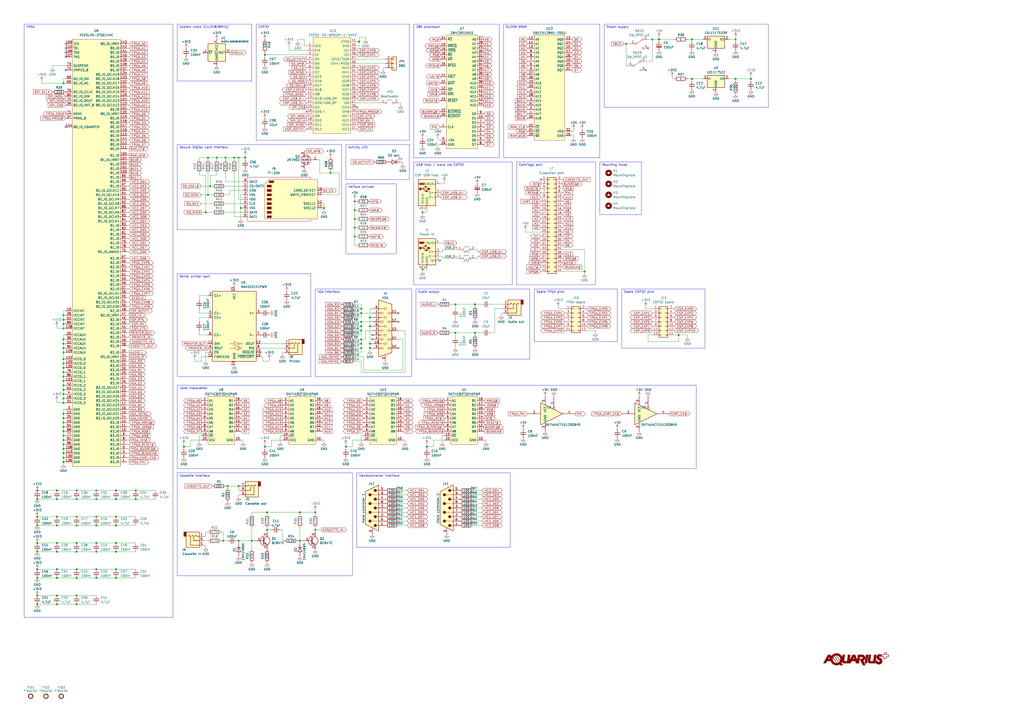
<source format=kicad_sch>
(kicad_sch (version 20230121) (generator eeschema)
  (paper "A2")
  (title_block (title "Aquarius+") (date "2023-06-07") (rev "2") (company "Designed by Frank van den Hoef"))
  (junction (at 214.63 199.39))
  (junction (at 363.22 25.4))
  (junction (at 121.92 107.95))
  (junction (at 21.59 299.72))
  (junction (at 36.83 233.68))
  (junction (at 138.43 91.44))
  (junction (at 138.43 281.94))
  (junction (at 36.83 242.57))
  (junction (at 247.65 259.08))
  (junction (at 36.83 247.65))
  (junction (at 67.31 304.8))
  (junction (at 55.88 320.04))
  (junction (at 33.02 289.56))
  (junction (at 209.55 179.07))
  (junction (at 209.55 199.39))
  (junction (at 393.7 194.31))
  (junction (at 36.83 267.97))
  (junction (at 55.88 299.72))
  (junction (at 264.16 193.04))
  (junction (at 187.96 120.65))
  (junction (at 119.38 123.19))
  (junction (at 36.83 196.85))
  (junction (at 209.55 189.23))
  (junction (at 78.74 289.56))
  (junction (at 67.31 320.04))
  (junction (at 245.11 156.21))
  (junction (at 130.81 91.44))
  (junction (at 191.77 100.33))
  (junction (at 214.63 184.15))
  (junction (at 120.65 91.44))
  (junction (at 33.02 345.44))
  (junction (at 55.88 289.56))
  (junction (at 67.31 335.28))
  (junction (at 36.83 220.98))
  (junction (at 208.28 24.13))
  (junction (at 44.45 330.2))
  (junction (at 36.83 199.39))
  (junction (at 55.88 284.48))
  (junction (at 182.88 307.34))
  (junction (at 36.83 204.47))
  (junction (at 44.45 314.96))
  (junction (at 138.43 313.69))
  (junction (at 142.24 91.44))
  (junction (at 153.67 259.08))
  (junction (at 36.83 226.06))
  (junction (at 209.55 186.69))
  (junction (at 44.45 345.44))
  (junction (at 125.73 91.44))
  (junction (at 209.55 191.77))
  (junction (at 36.83 265.43))
  (junction (at 173.99 313.69))
  (junction (at 67.31 289.56))
  (junction (at 36.83 250.19))
  (junction (at 426.72 45.72))
  (junction (at 135.89 91.44))
  (junction (at 21.59 350.52))
  (junction (at 67.31 284.48))
  (junction (at 21.59 320.04))
  (junction (at 55.88 330.2))
  (junction (at 55.88 335.28))
  (junction (at 275.59 176.53))
  (junction (at 36.83 218.44))
  (junction (at 36.83 231.14))
  (junction (at 275.59 193.04))
  (junction (at 33.02 350.52))
  (junction (at 36.83 240.03))
  (junction (at 36.83 255.27))
  (junction (at 245.11 123.19))
  (junction (at 33.02 304.8))
  (junction (at 33.02 320.04))
  (junction (at 182.88 297.18))
  (junction (at 173.99 297.18))
  (junction (at 132.08 281.94))
  (junction (at 36.83 257.81))
  (junction (at 209.55 196.85))
  (junction (at 205.74 116.84))
  (junction (at 36.83 262.89))
  (junction (at 44.45 320.04))
  (junction (at 36.83 252.73))
  (junction (at 153.67 31.75))
  (junction (at 401.32 22.86))
  (junction (at 67.31 330.2))
  (junction (at 36.83 215.9))
  (junction (at 33.02 314.96))
  (junction (at 205.74 127))
  (junction (at 139.7 120.65))
  (junction (at 378.46 22.86))
  (junction (at 36.83 245.11))
  (junction (at 205.74 132.08))
  (junction (at 36.83 260.35))
  (junction (at 36.83 210.82))
  (junction (at 33.02 284.48))
  (junction (at 154.94 307.34))
  (junction (at 435.61 45.72))
  (junction (at 36.83 208.28))
  (junction (at 67.31 299.72))
  (junction (at 21.59 345.44))
  (junction (at 129.54 313.69))
  (junction (at 33.02 330.2))
  (junction (at 106.68 259.08))
  (junction (at 44.45 289.56))
  (junction (at 44.45 350.52))
  (junction (at 205.74 121.92))
  (junction (at 33.02 299.72))
  (junction (at 44.45 304.8))
  (junction (at 36.83 223.52))
  (junction (at 120.65 113.03))
  (junction (at 209.55 181.61))
  (junction (at 36.83 213.36))
  (junction (at 36.83 182.88))
  (junction (at 339.09 157.48))
  (junction (at 44.45 299.72))
  (junction (at 382.27 22.86))
  (junction (at 36.83 185.42))
  (junction (at 36.83 228.6))
  (junction (at 44.45 335.28))
  (junction (at 21.59 314.96))
  (junction (at 214.63 189.23))
  (junction (at 67.31 314.96))
  (junction (at 33.02 335.28))
  (junction (at 36.83 190.5))
  (junction (at 78.74 284.48))
  (junction (at 146.05 313.69))
  (junction (at 21.59 304.8))
  (junction (at 36.83 201.93))
  (junction (at 21.59 335.28))
  (junction (at 200.66 259.08))
  (junction (at 55.88 304.8))
  (junction (at 205.74 137.16))
  (junction (at 401.32 45.72))
  (junction (at 36.83 187.96))
  (junction (at 21.59 289.56))
  (junction (at 209.55 201.93))
  (junction (at 426.72 22.86))
  (junction (at 264.16 176.53))
  (junction (at 44.45 284.48))
  (junction (at 21.59 284.48))
  (junction (at 21.59 330.2))
  (junction (at 55.88 314.96))
  (junction (at 154.94 297.18))
  (junction (at 36.83 48.26))
  (junction (at 214.63 201.93))
  (no_connect (at 118.11 30.48))
  (no_connect (at 38.1 27.94))
  (no_connect (at 38.1 40.64))
  (no_connect (at 375.92 27.94))
  (no_connect (at 374.65 40.64))
  (no_connect (at 207.01 62.23))
  (no_connect (at 255.27 151.13))
  (no_connect (at 38.1 33.02))
  (no_connect (at 313.69 104.14))
  (no_connect (at 38.1 73.66))
  (no_connect (at 151.13 204.47))
  (no_connect (at 177.8 64.77))
  (no_connect (at 38.1 30.48))
  (no_connect (at 231.14 201.93))
  (no_connect (at 231.14 181.61))
  (no_connect (at 231.14 186.69))
  (no_connect (at 215.9 194.31))
  (no_connect (at 215.9 196.85))
  (no_connect (at 38.1 25.4))
  (wire (pts (xy 209.55 184.15) (xy 205.74 184.15)))
  (wire (pts (xy 261.62 193.04) (xy 264.16 193.04)))
  (polyline (pts (xy 292.1 91.44) (xy 347.98 91.44)) (stroke (width 0) (type solid)))
  (polyline (pts (xy 102.87 334.01) (xy 204.47 334.01)) (stroke (width 0) (type solid)))
  (wire (pts (xy 214.63 199.39) (xy 215.9 199.39)))
  (wire (pts (xy 44.45 330.2) (xy 55.88 330.2)))
  (polyline (pts (xy 102.87 274.32) (xy 102.87 334.01)) (stroke (width 0) (type solid)))
  (wire (pts (xy 256.54 149.86) (xy 265.43 149.86)))
  (wire (pts (xy 331.47 76.2) (xy 332.74 76.2)))
  (wire (pts (xy 73.66 78.74) (xy 74.93 78.74)))
  (wire (pts (xy 207.01 59.69) (xy 220.98 59.69)))
  (wire (pts (xy 205.74 127) (xy 205.74 132.08)))
  (wire (pts (xy 36.83 228.6) (xy 36.83 231.14)))
  (wire (pts (xy 73.66 73.66) (xy 74.93 73.66)))
  (polyline (pts (xy 360.68 201.93) (xy 408.94 201.93)) (stroke (width 0) (type solid)))
  (wire (pts (xy 128.27 313.69) (xy 129.54 313.69)))
  (wire (pts (xy 205.74 201.93) (xy 209.55 201.93)))
  (wire (pts (xy 212.09 21.59) (xy 212.09 22.86)))
  (wire (pts (xy 36.83 215.9) (xy 36.83 218.44)))
  (wire (pts (xy 33.02 335.28) (xy 44.45 335.28)))
  (wire (pts (xy 125.73 91.44) (xy 125.73 92.71)))
  (polyline (pts (xy 102.87 218.44) (xy 180.34 218.44)) (stroke (width 0) (type solid)))
  (wire (pts (xy 215.9 179.07) (xy 214.63 179.07)))
  (wire (pts (xy 279.4 289.56) (xy 274.32 289.56)))
  (wire (pts (xy 153.67 259.08) (xy 153.67 257.81)))
  (wire (pts (xy 110.49 259.08) (xy 106.68 259.08)))
  (wire (pts (xy 116.84 123.19) (xy 119.38 123.19)))
  (wire (pts (xy 391.16 194.31) (xy 393.7 194.31)))
  (wire (pts (xy 177.8 87.63) (xy 176.53 87.63)))
  (wire (pts (xy 187.96 118.11) (xy 187.96 120.65)))
  (wire (pts (xy 73.66 154.94) (xy 74.93 154.94)))
  (wire (pts (xy 339.09 144.78) (xy 339.09 157.48)))
  (wire (pts (xy 44.45 335.28) (xy 55.88 335.28)))
  (wire (pts (xy 393.7 198.12) (xy 393.7 194.31)))
  (wire (pts (xy 247.65 259.08) (xy 247.65 260.35)))
  (wire (pts (xy 67.31 299.72) (xy 78.74 299.72)))
  (wire (pts (xy 36.83 237.49) (xy 38.1 237.49)))
  (wire (pts (xy 36.83 223.52) (xy 38.1 223.52)))
  (wire (pts (xy 290.83 182.88) (xy 290.83 181.61)))
  (polyline (pts (xy 198.12 83.82) (xy 198.12 133.35)) (stroke (width 0) (type solid)))
  (polyline (pts (xy 350.52 62.23) (xy 445.77 62.23)) (stroke (width 0) (type solid)))
  (wire (pts (xy 120.65 204.47) (xy 119.38 204.47)))
  (wire (pts (xy 401.32 22.86) (xy 401.32 24.13)))
  (wire (pts (xy 36.83 196.85) (xy 36.83 199.39)))
  (wire (pts (xy 123.19 107.95) (xy 121.92 107.95)))
  (polyline (pts (xy 148.59 81.28) (xy 237.49 81.28)) (stroke (width 0) (type solid)))
  (wire (pts (xy 205.74 116.84) (xy 207.01 116.84)))
  (wire (pts (xy 276.86 146.05) (xy 278.13 146.05)))
  (wire (pts (xy 251.46 255.27) (xy 251.46 259.08)))
  (wire (pts (xy 233.68 95.25) (xy 233.68 93.98)))
  (wire (pts (xy 73.66 48.26) (xy 74.93 48.26)))
  (wire (pts (xy 138.43 91.44) (xy 142.24 91.44)))
  (wire (pts (xy 422.91 22.86) (xy 426.72 22.86)))
  (wire (pts (xy 245.11 123.19) (xy 245.11 124.46)))
  (wire (pts (xy 210.82 255.27) (xy 204.47 255.27)))
  (wire (pts (xy 120.65 181.61) (xy 115.57 181.61)))
  (polyline (pts (xy 241.3 167.64) (xy 241.3 208.28)) (stroke (width 0) (type solid)))
  (wire (pts (xy 133.35 110.49) (xy 133.35 113.03)))
  (wire (pts (xy 36.83 252.73) (xy 36.83 255.27)))
  (wire (pts (xy 38.1 194.31) (xy 36.83 194.31)))
  (wire (pts (xy 36.83 182.88) (xy 38.1 182.88)))
  (polyline (pts (xy 13.97 358.14) (xy 100.33 358.14)) (stroke (width 0) (type solid)))
  (wire (pts (xy 236.22 289.56) (xy 231.14 289.56)))
  (wire (pts (xy 256.54 146.05) (xy 256.54 144.78)))
  (polyline (pts (xy 200.66 104.14) (xy 237.49 104.14)) (stroke (width 0) (type solid)))
  (wire (pts (xy 176.53 22.86) (xy 176.53 26.67)))
  (wire (pts (xy 24.13 46.99) (xy 24.13 48.26)))
  (wire (pts (xy 264.16 201.93) (xy 264.16 200.66)))
  (wire (pts (xy 182.88 307.34) (xy 186.69 307.34)))
  (wire (pts (xy 73.66 100.33) (xy 74.93 100.33)))
  (wire (pts (xy 73.66 252.73) (xy 74.93 252.73)))
  (wire (pts (xy 73.66 118.11) (xy 74.93 118.11)))
  (wire (pts (xy 130.81 281.94) (xy 132.08 281.94)))
  (wire (pts (xy 401.32 45.72) (xy 407.67 45.72)))
  (wire (pts (xy 323.85 179.07) (xy 327.66 179.07)))
  (wire (pts (xy 426.72 45.72) (xy 426.72 46.99)))
  (wire (pts (xy 36.83 228.6) (xy 38.1 228.6)))
  (wire (pts (xy 398.78 45.72) (xy 401.32 45.72)))
  (wire (pts (xy 73.66 102.87) (xy 74.93 102.87)))
  (polyline (pts (xy 358.14 167.64) (xy 358.14 198.12)) (stroke (width 0) (type solid)))
  (polyline (pts (xy 102.87 83.82) (xy 198.12 83.82)) (stroke (width 0) (type solid)))
  (wire (pts (xy 73.66 165.1) (xy 74.93 165.1)))
  (wire (pts (xy 36.83 196.85) (xy 38.1 196.85)))
  (wire (pts (xy 275.59 176.53) (xy 279.4 176.53)))
  (wire (pts (xy 231.14 191.77) (xy 234.95 191.77)))
  (wire (pts (xy 172.72 22.86) (xy 176.53 22.86)))
  (wire (pts (xy 182.88 307.34) (xy 182.88 308.61)))
  (wire (pts (xy 120.65 100.33) (xy 120.65 113.03)))
  (wire (pts (xy 375.92 194.31) (xy 375.92 198.12)))
  (wire (pts (xy 44.45 314.96) (xy 55.88 314.96)))
  (wire (pts (xy 209.55 196.85) (xy 209.55 199.39)))
  (wire (pts (xy 73.66 55.88) (xy 74.93 55.88)))
  (polyline (pts (xy 182.88 167.64) (xy 238.76 167.64)) (stroke (width 0) (type solid)))
  (wire (pts (xy 231.14 196.85) (xy 233.68 196.85)))
  (wire (pts (xy 264.16 176.53) (xy 275.59 176.53)))
  (wire (pts (xy 33.02 304.8) (xy 44.45 304.8)))
  (polyline (pts (xy 102.87 13.97) (xy 102.87 46.99)) (stroke (width 0) (type solid)))
  (wire (pts (xy 116.84 207.01) (xy 120.65 207.01)))
  (wire (pts (xy 73.66 107.95) (xy 74.93 107.95)))
  (wire (pts (xy 115.57 101.6) (xy 115.57 100.33)))
  (wire (pts (xy 209.55 194.31) (xy 205.74 194.31)))
  (wire (pts (xy 119.38 308.61) (xy 120.65 308.61)))
  (wire (pts (xy 233.68 214.63) (xy 210.82 214.63)))
  (wire (pts (xy 36.83 187.96) (xy 38.1 187.96)))
  (polyline (pts (xy 238.76 167.64) (xy 238.76 218.44)) (stroke (width 0) (type solid)))
  (wire (pts (xy 284.48 176.53) (xy 292.1 176.53)))
  (wire (pts (xy 73.66 128.27) (xy 74.93 128.27)))
  (wire (pts (xy 153.67 30.48) (xy 153.67 31.75)))
  (wire (pts (xy 163.83 313.69) (xy 163.83 307.34)))
  (wire (pts (xy 146.05 306.07) (xy 146.05 313.69)))
  (wire (pts (xy 138.43 281.94) (xy 138.43 284.48)))
  (wire (pts (xy 21.59 314.96) (xy 33.02 314.96)))
  (polyline (pts (xy 102.87 13.97) (xy 146.05 13.97)) (stroke (width 0) (type solid)))
  (wire (pts (xy 173.99 313.69) (xy 173.99 314.96)))
  (wire (pts (xy 21.59 320.04) (xy 33.02 320.04)))
  (wire (pts (xy 130.81 105.41) (xy 130.81 100.33)))
  (wire (pts (xy 116.84 255.27) (xy 110.49 255.27)))
  (wire (pts (xy 204.47 259.08) (xy 200.66 259.08)))
  (wire (pts (xy 36.83 255.27) (xy 38.1 255.27)))
  (wire (pts (xy 73.66 86.36) (xy 74.93 86.36)))
  (wire (pts (xy 200.66 259.08) (xy 200.66 260.35)))
  (wire (pts (xy 21.59 330.2) (xy 33.02 330.2)))
  (polyline (pts (xy 102.87 158.75) (xy 180.34 158.75)) (stroke (width 0) (type solid)))
  (wire (pts (xy 36.83 242.57) (xy 38.1 242.57)))
  (wire (pts (xy 153.67 31.75) (xy 177.8 31.75)))
  (wire (pts (xy 33.02 284.48) (xy 44.45 284.48)))
  (wire (pts (xy 121.92 101.6) (xy 125.73 101.6)))
  (wire (pts (xy 255.27 146.05) (xy 256.54 146.05)))
  (wire (pts (xy 255.27 83.82) (xy 254 83.82)))
  (wire (pts (xy 36.83 242.57) (xy 36.83 245.11)))
  (wire (pts (xy 207.01 24.13) (xy 208.28 24.13)))
  (wire (pts (xy 36.83 48.26) (xy 38.1 48.26)))
  (wire (pts (xy 378.46 22.86) (xy 378.46 35.56)))
  (wire (pts (xy 426.72 45.72) (xy 435.61 45.72)))
  (wire (pts (xy 67.31 320.04) (xy 78.74 320.04)))
  (wire (pts (xy 279.4 299.72) (xy 274.32 299.72)))
  (wire (pts (xy 435.61 45.72) (xy 435.61 46.99)))
  (wire (pts (xy 326.39 144.78) (xy 339.09 144.78)))
  (wire (pts (xy 36.83 267.97) (xy 38.1 267.97)))
  (wire (pts (xy 208.28 21.59) (xy 212.09 21.59)))
  (polyline (pts (xy 240.03 13.97) (xy 289.56 13.97)) (stroke (width 0) (type solid)))
  (wire (pts (xy 21.59 304.8) (xy 33.02 304.8)))
  (wire (pts (xy 21.59 350.52) (xy 33.02 350.52)))
  (wire (pts (xy 207.01 142.24) (xy 205.74 142.24)))
  (wire (pts (xy 73.66 68.58) (xy 74.93 68.58)))
  (wire (pts (xy 36.83 265.43) (xy 38.1 265.43)))
  (wire (pts (xy 73.66 167.64) (xy 74.93 167.64)))
  (polyline (pts (xy 240.03 93.98) (xy 297.18 93.98)) (stroke (width 0) (type solid)))
  (polyline (pts (xy 307.34 167.64) (xy 307.34 208.28)) (stroke (width 0) (type solid)))
  (wire (pts (xy 36.83 231.14) (xy 36.83 233.68)))
  (wire (pts (xy 36.83 48.26) (xy 24.13 48.26)))
  (wire (pts (xy 73.66 92.71) (xy 74.93 92.71)))
  (polyline (pts (xy 13.97 13.97) (xy 13.97 358.14)) (stroke (width 0) (type solid)))
  (wire (pts (xy 140.97 105.41) (xy 130.81 105.41)))
  (wire (pts (xy 73.66 198.12) (xy 74.93 198.12)))
  (wire (pts (xy 234.95 255.27) (xy 234.95 256.54)))
  (wire (pts (xy 21.59 345.44) (xy 33.02 345.44)))
  (wire (pts (xy 276.86 148.59) (xy 278.13 148.59)))
  (polyline (pts (xy 292.1 13.97) (xy 292.1 91.44)) (stroke (width 0) (type solid)))
  (wire (pts (xy 73.66 25.4) (xy 74.93 25.4)))
  (wire (pts (xy 116.84 113.03) (xy 120.65 113.03)))
  (wire (pts (xy 73.66 157.48) (xy 74.93 157.48)))
  (wire (pts (xy 121.92 107.95) (xy 121.92 101.6)))
  (wire (pts (xy 255.27 140.97) (xy 257.81 140.97)))
  (wire (pts (xy 73.66 207.01) (xy 74.93 207.01)))
  (polyline (pts (xy 347.98 93.98) (xy 372.11 93.98)) (stroke (width 0) (type solid)))
  (polyline (pts (xy 204.47 274.32) (xy 204.47 334.01)) (stroke (width 0) (type solid)))
  (wire (pts (xy 209.55 186.69) (xy 215.9 186.69)))
  (wire (pts (xy 157.48 255.27) (xy 157.48 259.08)))
  (wire (pts (xy 73.66 45.72) (xy 74.93 45.72)))
  (wire (pts (xy 152.4 209.55) (xy 156.21 209.55)))
  (wire (pts (xy 236.22 292.1) (xy 231.14 292.1)))
  (wire (pts (xy 173.99 297.18) (xy 182.88 297.18)))
  (polyline (pts (xy 360.68 167.64) (xy 408.94 167.64)) (stroke (width 0) (type solid)))
  (wire (pts (xy 382.27 22.86) (xy 391.16 22.86)))
  (wire (pts (xy 36.83 255.27) (xy 36.83 257.81)))
  (wire (pts (xy 36.83 199.39) (xy 38.1 199.39)))
  (wire (pts (xy 36.83 204.47) (xy 36.83 208.28)))
  (wire (pts (xy 78.74 284.48) (xy 90.17 284.48)))
  (wire (pts (xy 287.02 193.04) (xy 287.02 179.07)))
  (wire (pts (xy 73.66 222.25) (xy 74.93 222.25)))
  (wire (pts (xy 137.16 313.69) (xy 138.43 313.69)))
  (wire (pts (xy 73.66 149.86) (xy 74.93 149.86)))
  (wire (pts (xy 55.88 289.56) (xy 67.31 289.56)))
  (wire (pts (xy 209.55 176.53) (xy 209.55 179.07)))
  (wire (pts (xy 73.66 97.79) (xy 74.93 97.79)))
  (wire (pts (xy 153.67 31.75) (xy 153.67 33.02)))
  (wire (pts (xy 140.97 113.03) (xy 139.7 113.03)))
  (wire (pts (xy 73.66 250.19) (xy 74.93 250.19)))
  (wire (pts (xy 255.27 148.59) (xy 256.54 148.59)))
  (wire (pts (xy 223.52 39.37) (xy 222.25 39.37)))
  (wire (pts (xy 142.24 91.44) (xy 142.24 92.71)))
  (wire (pts (xy 133.35 113.03) (xy 130.81 113.03)))
  (wire (pts (xy 55.88 320.04) (xy 67.31 320.04)))
  (wire (pts (xy 153.67 259.08) (xy 153.67 260.35)))
  (polyline (pts (xy 102.87 274.32) (xy 204.47 274.32)) (stroke (width 0) (type solid)))
  (wire (pts (xy 135.89 125.73) (xy 140.97 125.73)))
  (wire (pts (xy 146.05 298.45) (xy 146.05 297.18)))
  (polyline (pts (xy 102.87 223.52) (xy 403.86 223.52)) (stroke (width 0) (type solid)))
  (wire (pts (xy 236.22 299.72) (xy 231.14 299.72)))
  (wire (pts (xy 38.1 215.9) (xy 36.83 215.9)))
  (wire (pts (xy 67.31 289.56) (xy 78.74 289.56)))
  (wire (pts (xy 73.66 135.89) (xy 74.93 135.89)))
  (wire (pts (xy 191.77 100.33) (xy 185.42 100.33)))
  (wire (pts (xy 234.95 215.9) (xy 209.55 215.9)))
  (wire (pts (xy 256.54 144.78) (xy 265.43 144.78)))
  (polyline (pts (xy 102.87 223.52) (xy 102.87 271.78)) (stroke (width 0) (type solid)))
  (wire (pts (xy 205.74 132.08) (xy 205.74 137.16)))
  (wire (pts (xy 196.85 100.33) (xy 191.77 100.33)))
  (wire (pts (xy 254 83.82) (xy 254 85.09)))
  (wire (pts (xy 426.72 22.86) (xy 426.72 24.13)))
  (polyline (pts (xy 200.66 106.68) (xy 200.66 147.32)) (stroke (width 0) (type solid)))
  (wire (pts (xy 115.57 184.15) (xy 120.65 184.15)))
  (wire (pts (xy 36.83 250.19) (xy 38.1 250.19)))
  (wire (pts (xy 209.55 179.07) (xy 209.55 181.61)))
  (wire (pts (xy 247.65 121.92) (xy 247.65 123.19)))
  (wire (pts (xy 401.32 22.86) (xy 407.67 22.86)))
  (wire (pts (xy 139.7 113.03) (xy 139.7 120.65)))
  (wire (pts (xy 279.4 297.18) (xy 274.32 297.18)))
  (wire (pts (xy 142.24 90.17) (xy 142.24 91.44)))
  (wire (pts (xy 323.85 177.8) (xy 323.85 179.07)))
  (wire (pts (xy 251.46 259.08) (xy 247.65 259.08)))
  (wire (pts (xy 130.81 91.44) (xy 135.89 91.44)))
  (wire (pts (xy 154.94 307.34) (xy 157.48 307.34)))
  (wire (pts (xy 73.66 125.73) (xy 74.93 125.73)))
  (wire (pts (xy 73.66 105.41) (xy 74.93 105.41)))
  (wire (pts (xy 44.45 284.48) (xy 55.88 284.48)))
  (wire (pts (xy 119.38 204.47) (xy 119.38 209.55)))
  (wire (pts (xy 73.66 40.64) (xy 74.93 40.64)))
  (wire (pts (xy 200.66 259.08) (xy 200.66 257.81)))
  (polyline (pts (xy 347.98 13.97) (xy 347.98 91.44)) (stroke (width 0) (type solid)))
  (wire (pts (xy 36.83 218.44) (xy 38.1 218.44)))
  (wire (pts (xy 36.83 247.65) (xy 36.83 250.19)))
  (wire (pts (xy 118.11 311.15) (xy 119.38 311.15)))
  (wire (pts (xy 73.66 187.96) (xy 74.93 187.96)))
  (wire (pts (xy 73.66 267.97) (xy 74.93 267.97)))
  (wire (pts (xy 245.11 123.19) (xy 247.65 123.19)))
  (wire (pts (xy 120.65 91.44) (xy 120.65 92.71)))
  (wire (pts (xy 140.97 110.49) (xy 133.35 110.49)))
  (wire (pts (xy 209.55 181.61) (xy 209.55 184.15)))
  (wire (pts (xy 247.65 259.08) (xy 247.65 257.81)))
  (polyline (pts (xy 403.86 223.52) (xy 403.86 271.78)) (stroke (width 0) (type solid)))
  (wire (pts (xy 361.95 25.4) (xy 363.22 25.4)))
  (polyline (pts (xy 347.98 93.98) (xy 347.98 124.46)) (stroke (width 0) (type solid)))
  (wire (pts (xy 209.55 201.93) (xy 209.55 204.47)))
  (wire (pts (xy 245.11 156.21) (xy 245.11 157.48)))
  (wire (pts (xy 73.66 60.96) (xy 74.93 60.96)))
  (wire (pts (xy 212.09 196.85) (xy 209.55 196.85)))
  (wire (pts (xy 36.83 190.5) (xy 36.83 187.96)))
  (wire (pts (xy 209.55 209.55) (xy 205.74 209.55)))
  (polyline (pts (xy 13.97 13.97) (xy 100.33 13.97)) (stroke (width 0) (type solid)))
  (wire (pts (xy 74.93 172.72) (xy 73.66 172.72)))
  (polyline (pts (xy 237.49 13.97) (xy 237.49 81.28)) (stroke (width 0) (type solid)))
  (wire (pts (xy 38.1 213.36) (xy 36.83 213.36)))
  (wire (pts (xy 73.66 175.26) (xy 74.93 175.26)))
  (wire (pts (xy 118.11 316.23) (xy 119.38 316.23)))
  (polyline (pts (xy 299.72 93.98) (xy 299.72 165.1)) (stroke (width 0) (type solid)))
  (wire (pts (xy 73.66 133.35) (xy 74.93 133.35)))
  (wire (pts (xy 205.74 199.39) (xy 209.55 199.39)))
  (wire (pts (xy 33.02 289.56) (xy 44.45 289.56)))
  (wire (pts (xy 182.88 297.18) (xy 182.88 298.45)))
  (polyline (pts (xy 350.52 13.97) (xy 350.52 62.23)) (stroke (width 0) (type solid)))
  (wire (pts (xy 187.96 120.65) (xy 187.96 121.92)))
  (wire (pts (xy 245.11 156.21) (xy 247.65 156.21)))
  (wire (pts (xy 36.83 185.42) (xy 36.83 182.88)))
  (wire (pts (xy 44.45 345.44) (xy 55.88 345.44)))
  (wire (pts (xy 73.66 237.49) (xy 74.93 237.49)))
  (wire (pts (xy 73.66 217.17) (xy 74.93 217.17)))
  (wire (pts (xy 214.63 199.39) (xy 214.63 201.93)))
  (wire (pts (xy 73.66 38.1) (xy 74.93 38.1)))
  (wire (pts (xy 73.66 27.94) (xy 74.93 27.94)))
  (wire (pts (xy 73.66 160.02) (xy 74.93 160.02)))
  (wire (pts (xy 287.02 179.07) (xy 292.1 179.07)))
  (wire (pts (xy 186.69 118.11) (xy 187.96 118.11)))
  (wire (pts (xy 156.21 208.28) (xy 156.21 209.55)))
  (wire (pts (xy 275.59 144.78) (xy 276.86 144.78)))
  (wire (pts (xy 30.48 38.1) (xy 30.48 39.37)))
  (wire (pts (xy 165.1 313.69) (xy 163.83 313.69)))
  (wire (pts (xy 73.66 66.04) (xy 74.93 66.04)))
  (wire (pts (xy 73.66 146.05) (xy 74.93 146.05)))
  (wire (pts (xy 73.66 245.11) (xy 74.93 245.11)))
  (polyline (pts (xy 146.05 13.97) (xy 146.05 46.99)) (stroke (width 0) (type solid)))
  (polyline (pts (xy 445.77 13.97) (xy 445.77 62.23)) (stroke (width 0) (type solid)))
  (polyline (pts (xy 102.87 271.78) (xy 403.86 271.78)) (stroke (width 0) (type solid)))
  (wire (pts (xy 33.02 330.2) (xy 44.45 330.2)))
  (wire (pts (xy 73.66 63.5) (xy 74.93 63.5)))
  (wire (pts (xy 214.63 184.15) (xy 214.63 189.23)))
  (wire (pts (xy 21.59 284.48) (xy 33.02 284.48)))
  (wire (pts (xy 154.94 297.18) (xy 154.94 298.45)))
  (wire (pts (xy 182.88 295.91) (xy 182.88 297.18)))
  (wire (pts (xy 73.66 195.58) (xy 74.93 195.58)))
  (wire (pts (xy 154.94 297.18) (xy 173.99 297.18)))
  (wire (pts (xy 222.25 39.37) (xy 222.25 40.64)))
  (wire (pts (xy 139.7 287.02) (xy 138.43 287.02)))
  (wire (pts (xy 36.83 262.89) (xy 38.1 262.89)))
  (wire (pts (xy 36.83 180.34) (xy 36.83 182.88)))
  (polyline (pts (xy 200.66 83.82) (xy 237.49 83.82)) (stroke (width 0) (type solid)))
  (wire (pts (xy 205.74 189.23) (xy 209.55 189.23)))
  (wire (pts (xy 279.4 302.26) (xy 274.32 302.26)))
  (wire (pts (xy 162.56 307.34) (xy 163.83 307.34)))
  (wire (pts (xy 73.66 35.56) (xy 74.93 35.56)))
  (wire (pts (xy 279.4 292.1) (xy 274.32 292.1)))
  (wire (pts (xy 205.74 196.85) (xy 209.55 196.85)))
  (wire (pts (xy 36.83 199.39) (xy 36.83 201.93)))
  (wire (pts (xy 36.83 220.98) (xy 36.83 223.52)))
  (wire (pts (xy 257.81 255.27) (xy 251.46 255.27)))
  (wire (pts (xy 209.55 191.77) (xy 209.55 194.31)))
  (wire (pts (xy 129.54 308.61) (xy 129.54 313.69)))
  (polyline (pts (xy 200.66 147.32) (xy 229.87 147.32)) (stroke (width 0) (type solid)))
  (wire (pts (xy 36.83 240.03) (xy 38.1 240.03)))
  (polyline (pts (xy 240.03 165.1) (xy 297.18 165.1)) (stroke (width 0) (type solid)))
  (wire (pts (xy 73.66 247.65) (xy 74.93 247.65)))
  (wire (pts (xy 36.83 204.47) (xy 38.1 204.47)))
  (wire (pts (xy 36.83 213.36) (xy 36.83 215.9)))
  (wire (pts (xy 73.66 212.09) (xy 74.93 212.09)))
  (wire (pts (xy 245.11 121.92) (xy 245.11 123.19)))
  (wire (pts (xy 36.83 250.19) (xy 36.83 252.73)))
  (wire (pts (xy 73.66 260.35) (xy 74.93 260.35)))
  (wire (pts (xy 36.83 257.81) (xy 36.83 260.35)))
  (wire (pts (xy 73.66 162.56) (xy 74.93 162.56)))
  (wire (pts (xy 205.74 115.57) (xy 205.74 116.84)))
  (wire (pts (xy 116.84 118.11) (xy 123.19 118.11)))
  (wire (pts (xy 276.86 149.86) (xy 276.86 148.59)))
  (polyline (pts (xy 240.03 91.44) (xy 289.56 91.44)) (stroke (width 0) (type solid)))
  (wire (pts (xy 36.83 262.89) (xy 36.83 265.43)))
  (wire (pts (xy 73.66 227.33) (xy 74.93 227.33)))
  (wire (pts (xy 146.05 313.69) (xy 147.32 313.69)))
  (wire (pts (xy 191.77 99.06) (xy 191.77 100.33)))
  (wire (pts (xy 106.68 259.08) (xy 106.68 257.81)))
  (wire (pts (xy 67.31 304.8) (xy 78.74 304.8)))
  (polyline (pts (xy 297.18 93.98) (xy 297.18 165.1)) (stroke (width 0) (type solid)))
  (wire (pts (xy 120.65 194.31) (xy 115.57 194.31)))
  (wire (pts (xy 274.32 304.8) (xy 279.4 304.8)))
  (wire (pts (xy 254 81.28) (xy 255.27 81.28)))
  (wire (pts (xy 130.81 91.44) (xy 130.81 92.71)))
  (wire (pts (xy 73.66 229.87) (xy 74.93 229.87)))
  (polyline (pts (xy 102.87 158.75) (xy 102.87 218.44)) (stroke (width 0) (type solid)))
  (wire (pts (xy 33.02 232.41) (xy 33.02 233.68)))
  (wire (pts (xy 214.63 189.23) (xy 214.63 199.39)))
  (wire (pts (xy 138.43 287.02) (xy 138.43 288.29)))
  (wire (pts (xy 55.88 304.8) (xy 67.31 304.8)))
  (polyline (pts (xy 289.56 13.97) (xy 289.56 91.44)) (stroke (width 0) (type solid)))
  (wire (pts (xy 281.94 255.27) (xy 281.94 256.54)))
  (wire (pts (xy 73.66 71.12) (xy 74.93 71.12)))
  (wire (pts (xy 157.48 259.08) (xy 153.67 259.08)))
  (wire (pts (xy 38.1 190.5) (xy 36.83 190.5)))
  (wire (pts (xy 151.13 201.93) (xy 165.1 201.93)))
  (wire (pts (xy 73.66 152.4) (xy 74.93 152.4)))
  (wire (pts (xy 210.82 214.63) (xy 210.82 207.01)))
  (wire (pts (xy 187.96 255.27) (xy 187.96 256.54)))
  (wire (pts (xy 73.66 200.66) (xy 74.93 200.66)))
  (wire (pts (xy 33.02 350.52) (xy 44.45 350.52)))
  (wire (pts (xy 55.88 330.2) (xy 67.31 330.2)))
  (wire (pts (xy 38.1 245.11) (xy 36.83 245.11)))
  (wire (pts (xy 236.22 287.02) (xy 231.14 287.02)))
  (wire (pts (xy 177.8 29.21) (xy 167.64 29.21)))
  (wire (pts (xy 393.7 194.31) (xy 398.78 194.31)))
  (wire (pts (xy 115.57 91.44) (xy 120.65 91.44)))
  (wire (pts (xy 73.66 115.57) (xy 74.93 115.57)))
  (wire (pts (xy 73.66 43.18) (xy 74.93 43.18)))
  (wire (pts (xy 55.88 335.28) (xy 67.31 335.28)))
  (wire (pts (xy 185.42 92.71) (xy 185.42 100.33)))
  (wire (pts (xy 73.66 180.34) (xy 74.93 180.34)))
  (wire (pts (xy 73.66 224.79) (xy 74.93 224.79)))
  (wire (pts (xy 374.65 177.8) (xy 374.65 179.07)))
  (wire (pts (xy 44.45 304.8) (xy 55.88 304.8)))
  (wire (pts (xy 73.66 219.71) (xy 74.93 219.71)))
  (wire (pts (xy 378.46 194.31) (xy 375.92 194.31)))
  (wire (pts (xy 378.46 22.86) (xy 382.27 22.86)))
  (wire (pts (xy 214.63 201.93) (xy 214.63 203.2)))
  (wire (pts (xy 21.59 289.56) (xy 33.02 289.56)))
  (polyline (pts (xy 148.59 13.97) (xy 237.49 13.97)) (stroke (width 0) (type solid)))
  (wire (pts (xy 73.66 90.17) (xy 74.93 90.17)))
  (wire (pts (xy 207.01 137.16) (xy 205.74 137.16)))
  (wire (pts (xy 365.76 25.4) (xy 363.22 25.4)))
  (wire (pts (xy 106.68 259.08) (xy 106.68 260.35)))
  (wire (pts (xy 44.45 320.04) (xy 55.88 320.04)))
  (wire (pts (xy 116.84 252.73) (xy 115.57 252.73)))
  (wire (pts (xy 115.57 171.45) (xy 120.65 171.45)))
  (wire (pts (xy 73.66 209.55) (xy 74.93 209.55)))
  (wire (pts (xy 73.66 143.51) (xy 74.93 143.51)))
  (polyline (pts (xy 200.66 83.82) (xy 200.66 104.14)) (stroke (width 0) (type solid)))
  (wire (pts (xy 209.55 215.9) (xy 209.55 209.55)))
  (wire (pts (xy 119.38 101.6) (xy 115.57 101.6)))
  (polyline (pts (xy 309.88 167.64) (xy 309.88 198.12)) (stroke (width 0) (type solid)))
  (polyline (pts (xy 309.88 198.12) (xy 358.14 198.12)) (stroke (width 0) (type solid)))
  (wire (pts (xy 73.66 95.25) (xy 74.93 95.25)))
  (wire (pts (xy 139.7 284.48) (xy 138.43 284.48)))
  (wire (pts (xy 73.66 110.49) (xy 74.93 110.49)))
  (wire (pts (xy 375.92 22.86) (xy 378.46 22.86)))
  (polyline (pts (xy 408.94 167.64) (xy 408.94 201.93)) (stroke (width 0) (type solid)))
  (wire (pts (xy 36.83 237.49) (xy 36.83 240.03)))
  (wire (pts (xy 332.74 78.74) (xy 332.74 80.01)))
  (wire (pts (xy 119.38 316.23) (xy 119.38 317.5)))
  (wire (pts (xy 331.47 78.74) (xy 332.74 78.74)))
  (wire (pts (xy 130.81 107.95) (xy 140.97 107.95)))
  (polyline (pts (xy 350.52 13.97) (xy 445.77 13.97)) (stroke (width 0) (type solid)))
  (wire (pts (xy 36.83 260.35) (xy 36.83 262.89)))
  (wire (pts (xy 73.66 240.03) (xy 74.93 240.03)))
  (wire (pts (xy 209.55 186.69) (xy 209.55 189.23)))
  (wire (pts (xy 73.66 130.81) (xy 74.93 130.81)))
  (wire (pts (xy 176.53 26.67) (xy 177.8 26.67)))
  (wire (pts (xy 73.66 182.88) (xy 74.93 182.88)))
  (wire (pts (xy 139.7 120.65) (xy 140.97 120.65)))
  (wire (pts (xy 146.05 313.69) (xy 146.05 318.77)))
  (wire (pts (xy 257.81 105.41) (xy 257.81 106.68)))
  (wire (pts (xy 33.02 314.96) (xy 44.45 314.96)))
  (wire (pts (xy 21.59 335.28) (xy 33.02 335.28)))
  (wire (pts (xy 36.83 187.96) (xy 36.83 185.42)))
  (wire (pts (xy 73.66 76.2) (xy 74.93 76.2)))
  (wire (pts (xy 116.84 209.55) (xy 116.84 207.01)))
  (polyline (pts (xy 240.03 13.97) (xy 240.03 91.44)) (stroke (width 0) (type solid)))
  (polyline (pts (xy 347.98 124.46) (xy 372.11 124.46)) (stroke (width 0) (type solid)))
  (wire (pts (xy 276.86 144.78) (xy 276.86 146.05)))
  (wire (pts (xy 304.8 134.62) (xy 313.69 134.62)))
  (wire (pts (xy 113.03 208.28) (xy 113.03 209.55)))
  (wire (pts (xy 73.66 33.02) (xy 74.93 33.02)))
  (wire (pts (xy 279.4 287.02) (xy 274.32 287.02)))
  (wire (pts (xy 21.59 299.72) (xy 33.02 299.72)))
  (wire (pts (xy 33.02 299.72) (xy 44.45 299.72)))
  (wire (pts (xy 33.02 189.23) (xy 33.02 190.5)))
  (wire (pts (xy 36.83 190.5) (xy 33.02 190.5)))
  (wire (pts (xy 422.91 45.72) (xy 426.72 45.72)))
  (wire (pts (xy 255.27 106.68) (xy 257.81 106.68)))
  (polyline (pts (xy 148.59 13.97) (xy 148.59 81.28)) (stroke (width 0) (type solid)))
  (wire (pts (xy 275.59 193.04) (xy 279.4 193.04)))
  (wire (pts (xy 113.03 209.55) (xy 116.84 209.55)))
  (wire (pts (xy 332.74 74.93) (xy 332.74 76.2)))
  (wire (pts (xy 38.1 180.34) (xy 36.83 180.34)))
  (wire (pts (xy 135.89 91.44) (xy 138.43 91.44)))
  (polyline (pts (xy 102.87 83.82) (xy 102.87 133.35)) (stroke (width 0) (type solid)))
  (wire (pts (xy 138.43 281.94) (xy 139.7 281.94)))
  (polyline (pts (xy 309.88 167.64) (xy 358.14 167.64)) (stroke (width 0) (type solid)))
  (wire (pts (xy 73.66 50.8) (xy 74.93 50.8)))
  (wire (pts (xy 389.89 44.45) (xy 389.89 45.72)))
  (wire (pts (xy 163.83 255.27) (xy 157.48 255.27)))
  (wire (pts (xy 208.28 24.13) (xy 208.28 21.59)))
  (wire (pts (xy 123.19 113.03) (xy 120.65 113.03)))
  (polyline (pts (xy 241.3 208.28) (xy 307.34 208.28)) (stroke (width 0) (type solid)))
  (wire (pts (xy 36.83 231.14) (xy 38.1 231.14)))
  (wire (pts (xy 162.56 252.73) (xy 162.56 256.54)))
  (wire (pts (xy 205.74 186.69) (xy 209.55 186.69)))
  (wire (pts (xy 44.45 350.52) (xy 55.88 350.52)))
  (polyline (pts (xy 207.01 274.32) (xy 207.01 317.5)) (stroke (width 0) (type solid)))
  (wire (pts (xy 207.01 26.67) (xy 208.28 26.67)))
  (wire (pts (xy 426.72 21.59) (xy 426.72 22.86)))
  (wire (pts (xy 401.32 45.72) (xy 401.32 46.99)))
  (wire (pts (xy 67.31 335.28) (xy 78.74 335.28)))
  (wire (pts (xy 36.83 194.31) (xy 36.83 196.85)))
  (wire (pts (xy 139.7 255.27) (xy 140.97 255.27)))
  (wire (pts (xy 146.05 313.69) (xy 138.43 313.69)))
  (polyline (pts (xy 182.88 167.64) (xy 182.88 218.44)) (stroke (width 0) (type solid)))
  (wire (pts (xy 398.78 194.31) (xy 398.78 195.58)))
  (wire (pts (xy 67.31 284.48) (xy 78.74 284.48)))
  (wire (pts (xy 167.64 26.67) (xy 167.64 29.21)))
  (wire (pts (xy 36.83 226.06) (xy 36.83 228.6)))
  (wire (pts (xy 119.38 123.19) (xy 119.38 101.6)))
  (wire (pts (xy 172.72 313.69) (xy 173.99 313.69)))
  (wire (pts (xy 212.09 191.77) (xy 212.09 196.85)))
  (wire (pts (xy 233.68 196.85) (xy 233.68 214.63)))
  (wire (pts (xy 73.66 214.63) (xy 74.93 214.63)))
  (wire (pts (xy 129.54 313.69) (xy 132.08 313.69)))
  (wire (pts (xy 132.08 281.94) (xy 132.08 283.21)))
  (wire (pts (xy 36.83 267.97) (xy 36.83 269.24)))
  (wire (pts (xy 115.57 186.69) (xy 115.57 184.15)))
  (polyline (pts (xy 180.34 158.75) (xy 180.34 218.44)) (stroke (width 0) (type solid)))
  (wire (pts (xy 36.83 233.68) (xy 33.02 233.68)))
  (wire (pts (xy 234.95 191.77) (xy 234.95 215.9)))
  (wire (pts (xy 182.88 306.07) (xy 182.88 307.34)))
  (wire (pts (xy 36.83 220.98) (xy 38.1 220.98)))
  (wire (pts (xy 209.55 204.47) (xy 205.74 204.47)))
  (wire (pts (xy 304.8 133.35) (xy 304.8 134.62)))
  (wire (pts (xy 36.83 45.72) (xy 36.83 48.26)))
  (wire (pts (xy 116.84 107.95) (xy 121.92 107.95)))
  (wire (pts (xy 236.22 297.18) (xy 231.14 297.18)))
  (wire (pts (xy 36.83 247.65) (xy 38.1 247.65)))
  (wire (pts (xy 389.89 45.72) (xy 391.16 45.72)))
  (wire (pts (xy 154.94 306.07) (xy 154.94 307.34)))
  (wire (pts (xy 140.97 115.57) (xy 138.43 115.57)))
  (wire (pts (xy 67.31 330.2) (xy 78.74 330.2)))
  (wire (pts (xy 132.08 281.94) (xy 138.43 281.94)))
  (wire (pts (xy 73.66 265.43) (xy 74.93 265.43)))
  (polyline (pts (xy 292.1 13.97) (xy 347.98 13.97)) (stroke (width 0) (type solid)))
  (wire (pts (xy 151.13 207.01) (xy 152.4 207.01)))
  (wire (pts (xy 73.66 123.19) (xy 74.93 123.19)))
  (wire (pts (xy 73.66 185.42) (xy 74.93 185.42)))
  (wire (pts (xy 120.65 91.44) (xy 125.73 91.44)))
  (wire (pts (xy 146.05 297.18) (xy 154.94 297.18)))
  (wire (pts (xy 30.48 38.1) (xy 38.1 38.1)))
  (wire (pts (xy 135.89 100.33) (xy 135.89 125.73)))
  (wire (pts (xy 173.99 306.07) (xy 173.99 313.69)))
  (wire (pts (xy 115.57 92.71) (xy 115.57 91.44)))
  (wire (pts (xy 209.55 199.39) (xy 209.55 201.93)))
  (wire (pts (xy 38.1 208.28) (xy 36.83 208.28)))
  (wire (pts (xy 115.57 191.77) (xy 115.57 194.31)))
  (wire (pts (xy 264.16 185.42) (xy 264.16 184.15)))
  (wire (pts (xy 44.45 299.72) (xy 55.88 299.72)))
  (wire (pts (xy 339.09 157.48) (xy 339.09 158.75)))
  (wire (pts (xy 345.44 191.77) (xy 345.44 193.04)))
  (polyline (pts (xy 229.87 106.68) (xy 229.87 147.32)) (stroke (width 0) (type solid)))
  (wire (pts (xy 73.66 113.03) (xy 74.93 113.03)))
  (wire (pts (xy 210.82 252.73) (xy 209.55 252.73)))
  (polyline (pts (xy 360.68 167.64) (xy 360.68 201.93)) (stroke (width 0) (type solid)))
  (wire (pts (xy 73.66 138.43) (xy 74.93 138.43)))
  (wire (pts (xy 280.67 255.27) (xy 281.94 255.27)))
  (wire (pts (xy 214.63 184.15) (xy 215.9 184.15)))
  (wire (pts (xy 115.57 252.73) (xy 115.57 256.54)))
  (wire (pts (xy 73.66 120.65) (xy 74.93 120.65)))
  (wire (pts (xy 207.01 132.08) (xy 205.74 132.08)))
  (wire (pts (xy 264.16 179.07) (xy 264.16 176.53)))
  (wire (pts (xy 130.81 123.19) (xy 140.97 123.19)))
  (polyline (pts (xy 299.72 93.98) (xy 345.44 93.98)) (stroke (width 0) (type solid)))
  (wire (pts (xy 73.66 257.81) (xy 74.93 257.81)))
  (wire (pts (xy 209.55 252.73) (xy 209.55 256.54)))
  (wire (pts (xy 236.22 294.64) (xy 231.14 294.64)))
  (wire (pts (xy 154.94 307.34) (xy 154.94 308.61)))
  (wire (pts (xy 36.83 252.73) (xy 38.1 252.73)))
  (polyline (pts (xy 102.87 133.35) (xy 198.12 133.35)) (stroke (width 0) (type solid)))
  (wire (pts (xy 205.74 191.77) (xy 209.55 191.77)))
  (wire (pts (xy 36.83 218.44) (xy 36.83 220.98)))
  (wire (pts (xy 205.74 207.01) (xy 210.82 207.01)))
  (wire (pts (xy 73.66 190.5) (xy 74.93 190.5)))
  (wire (pts (xy 435.61 44.45) (xy 435.61 45.72)))
  (wire (pts (xy 184.15 92.71) (xy 185.42 92.71)))
  (wire (pts (xy 125.73 91.44) (xy 130.81 91.44)))
  (wire (pts (xy 73.66 81.28) (xy 74.93 81.28)))
  (wire (pts (xy 163.83 252.73) (xy 162.56 252.73)))
  (polyline (pts (xy 241.3 167.64) (xy 307.34 167.64)) (stroke (width 0) (type solid)))
  (wire (pts (xy 115.57 179.07) (xy 115.57 181.61)))
  (wire (pts (xy 275.59 176.53) (xy 275.59 177.8)))
  (wire (pts (xy 73.66 193.04) (xy 74.93 193.04)))
  (wire (pts (xy 374.65 35.56) (xy 378.46 35.56)))
  (wire (pts (xy 36.83 185.42) (xy 38.1 185.42)))
  (wire (pts (xy 279.4 284.48) (xy 274.32 284.48)))
  (wire (pts (xy 186.69 113.03) (xy 196.85 113.03)))
  (wire (pts (xy 73.66 83.82) (xy 74.93 83.82)))
  (wire (pts (xy 73.66 30.48) (xy 74.93 30.48)))
  (wire (pts (xy 130.81 118.11) (xy 140.97 118.11)))
  (wire (pts (xy 36.83 210.82) (xy 36.83 213.36)))
  (wire (pts (xy 363.22 25.4) (xy 363.22 38.1)))
  (wire (pts (xy 207.01 34.29) (xy 223.52 34.29)))
  (wire (pts (xy 73.66 234.95) (xy 74.93 234.95)))
  (wire (pts (xy 196.85 113.03) (xy 196.85 100.33)))
  (wire (pts (xy 44.45 289.56) (xy 55.88 289.56)))
  (wire (pts (xy 33.02 345.44) (xy 44.45 345.44)))
  (wire (pts (xy 36.83 257.81) (xy 38.1 257.81)))
  (wire (pts (xy 36.83 201.93) (xy 36.83 204.47)))
  (wire (pts (xy 186.69 120.65) (xy 187.96 120.65)))
  (wire (pts (xy 375.92 198.12) (xy 393.7 198.12)))
  (wire (pts (xy 284.48 193.04) (xy 287.02 193.04)))
  (wire (pts (xy 215.9 191.77) (xy 212.09 191.77)))
  (wire (pts (xy 36.83 226.06) (xy 38.1 226.06)))
  (wire (pts (xy 256.54 252.73) (xy 256.54 256.54)))
  (polyline (pts (xy 295.91 274.32) (xy 295.91 317.5)) (stroke (width 0) (type solid)))
  (wire (pts (xy 209.55 181.61) (xy 215.9 181.61)))
  (wire (pts (xy 214.63 189.23) (xy 215.9 189.23)))
  (wire (pts (xy 382.27 21.59) (xy 382.27 22.86)))
  (wire (pts (xy 138.43 313.69) (xy 138.43 314.96)))
  (wire (pts (xy 73.66 204.47) (xy 74.93 204.47)))
  (wire (pts (xy 73.66 262.89) (xy 74.93 262.89)))
  (wire (pts (xy 214.63 201.93) (xy 215.9 201.93)))
  (wire (pts (xy 33.02 320.04) (xy 44.45 320.04)))
  (wire (pts (xy 73.66 58.42) (xy 74.93 58.42)))
  (wire (pts (xy 256.54 148.59) (xy 256.54 149.86)))
  (polyline (pts (xy 240.03 93.98) (xy 240.03 165.1)) (stroke (width 0) (type solid)))
  (wire (pts (xy 152.4 207.01) (xy 152.4 209.55)))
  (wire (pts (xy 55.88 284.48) (xy 67.31 284.48)))
  (wire (pts (xy 36.83 223.52) (xy 36.83 226.06)))
  (wire (pts (xy 207.01 127) (xy 205.74 127)))
  (wire (pts (xy 165.1 204.47) (xy 163.83 204.47)))
  (wire (pts (xy 135.89 91.44) (xy 135.89 92.71)))
  (wire (pts (xy 73.66 232.41) (xy 74.93 232.41)))
  (wire (pts (xy 398.78 22.86) (xy 401.32 22.86)))
  (wire (pts (xy 236.22 302.26) (xy 231.14 302.26)))
  (wire (pts (xy 326.39 157.48) (xy 339.09 157.48)))
  (wire (pts (xy 340.36 191.77) (xy 345.44 191.77)))
  (wire (pts (xy 290.83 181.61) (xy 292.1 181.61)))
  (wire (pts (xy 232.41 60.96) (xy 232.41 59.69)))
  (polyline (pts (xy 207.01 274.32) (xy 295.91 274.32)) (stroke (width 0) (type solid)))
  (wire (pts (xy 378.46 179.07) (xy 374.65 179.07)))
  (wire (pts (xy 163.83 204.47) (xy 163.83 205.74)))
  (wire (pts (xy 36.83 233.68) (xy 38.1 233.68)))
  (wire (pts (xy 119.38 311.15) (xy 119.38 308.61)))
  (wire (pts (xy 205.74 176.53) (xy 209.55 176.53)))
  (wire (pts (xy 110.49 255.27) (xy 110.49 259.08)))
  (wire (pts (xy 214.63 179.07) (xy 214.63 184.15)))
  (wire (pts (xy 205.74 137.16) (xy 205.74 142.24)))
  (wire (pts (xy 279.4 294.64) (xy 274.32 294.64)))
  (wire (pts (xy 125.73 101.6) (xy 125.73 100.33)))
  (polyline (pts (xy 100.33 13.97) (xy 100.33 358.14)) (stroke (width 0) (type solid)))
  (wire (pts (xy 363.22 38.1) (xy 364.49 38.1)))
  (wire (pts (xy 173.99 298.45) (xy 173.99 297.18)))
  (wire (pts (xy 232.41 93.98) (xy 233.68 93.98)))
  (wire (pts (xy 205.74 179.07) (xy 209.55 179.07)))
  (wire (pts (xy 118.11 313.69) (xy 120.65 313.69)))
  (wire (pts (xy 275.59 149.86) (xy 276.86 149.86)))
  (wire (pts (xy 205.74 116.84) (xy 205.74 121.92)))
  (wire (pts (xy 205.74 181.61) (xy 209.55 181.61)))
  (wire (pts (xy 205.74 121.92) (xy 205.74 127)))
  (wire (pts (xy 207.01 36.83) (xy 223.52 36.83)))
  (polyline (pts (xy 237.49 83.82) (xy 237.49 104.14)) (stroke (width 0) (type solid)))
  (wire (pts (xy 38.1 45.72) (xy 36.83 45.72)))
  (wire (pts (xy 138.43 91.44) (xy 138.43 115.57)))
  (wire (pts (xy 55.88 314.96) (xy 67.31 314.96)))
  (wire (pts (xy 172.72 24.13) (xy 172.72 22.86)))
  (wire (pts (xy 73.66 177.8) (xy 74.93 177.8)))
  (wire (pts (xy 73.66 242.57) (xy 74.93 242.57)))
  (wire (pts (xy 209.55 189.23) (xy 209.55 191.77)))
  (wire (pts (xy 254 80.01) (xy 254 81.28)))
  (wire (pts (xy 123.19 123.19) (xy 119.38 123.19)))
  (wire (pts (xy 73.66 170.18) (xy 74.93 170.18)))
  (wire (pts (xy 73.66 53.34) (xy 74.93 53.34)))
  (wire (pts (xy 73.66 255.27) (xy 74.93 255.27)))
  (wire (pts (xy 204.47 255.27) (xy 204.47 259.08)))
  (wire (pts (xy 140.97 255.27) (xy 140.97 256.54)))
  (wire (pts (xy 261.62 176.53) (xy 264.16 176.53)))
  (wire (pts (xy 186.69 255.27) (xy 187.96 255.27)))
  (wire (pts (xy 36.83 201.93) (xy 38.1 201.93)))
  (wire (pts (xy 231.14 59.69) (xy 232.41 59.69)))
  (wire (pts (xy 78.74 289.56) (xy 90.17 289.56)))
  (polyline (pts (xy 372.11 93.98) (xy 372.11 124.46)) (stroke (width 0) (type solid)))
  (wire (pts (xy 151.13 199.39) (xy 165.1 199.39)))
  (polyline (pts (xy 345.44 93.98) (xy 345.44 165.1)) (stroke (width 0) (type solid)))
  (wire (pts (xy 139.7 120.65) (xy 139.7 127)))
  (wire (pts (xy 128.27 308.61) (xy 129.54 308.61)))
  (wire (pts (xy 55.88 299.72) (xy 67.31 299.72)))
  (polyline (pts (xy 200.66 106.68) (xy 229.87 106.68)) (stroke (width 0) (type solid)))
  (wire (pts (xy 36.83 265.43) (xy 36.83 267.97)))
  (wire (pts (xy 207.01 121.92) (xy 205.74 121.92)))
  (wire (pts (xy 257.81 252.73) (xy 256.54 252.73)))
  (polyline (pts (xy 299.72 165.1) (xy 345.44 165.1)) (stroke (width 0) (type solid)))
  (wire (pts (xy 73.66 140.97) (xy 74.93 140.97)))
  (wire (pts (xy 231.14 304.8) (xy 236.22 304.8)))
  (wire (pts (xy 233.68 255.27) (xy 234.95 255.27)))
  (wire (pts (xy 36.83 208.28) (xy 36.83 210.82)))
  (wire (pts (xy 275.59 193.04) (xy 275.59 194.31)))
  (wire (pts (xy 38.1 210.82) (xy 36.83 210.82)))
  (polyline (pts (xy 182.88 218.44) (xy 238.76 218.44)) (stroke (width 0) (type solid)))
  (polyline (pts (xy 207.01 317.5) (xy 295.91 317.5)) (stroke (width 0) (type solid)))
  (wire (pts (xy 236.22 284.48) (xy 231.14 284.48)))
  (wire (pts (xy 115.57 173.99) (xy 115.57 171.45)))
  (wire (pts (xy 264.16 195.58) (xy 264.16 193.04)))
  (wire (pts (xy 173.99 313.69) (xy 175.26 313.69)))
  (wire (pts (xy 36.83 260.35) (xy 38.1 260.35)))
  (wire (pts (xy 264.16 193.04) (xy 275.59 193.04)))
  (wire (pts (xy 36.83 240.03) (xy 36.83 242.57)))
  (wire (pts (xy 382.27 22.86) (xy 382.27 24.13)))
  (wire (pts (xy 208.28 26.67) (xy 208.28 24.13)))
  (wire (pts (xy 67.31 314.96) (xy 78.74 314.96)))
  (polyline (pts (xy 102.87 46.99) (xy 146.05 46.99)) (stroke (width 0) (type solid)))
  (wire (pts (xy 36.83 245.11) (xy 36.83 247.65)))
  (text "Level translation" (at 104.14 226.06 0) (effects (font (size 1.27 1.27)) (justify left bottom)))
  (text "System clock (14.31818MHz)" (at 104.14 16.51 0) (effects (font (size 1.27 1.27)) (justify left bottom)))
  (text "USB host / slave via ESP32" (at 241.3 96.52 0) (effects (font (size 1.27 1.27)) (justify left bottom)))
  (text "Various pullups" (at 201.93 109.22 0) (effects (font (size 1.27 1.27)) (justify left bottom)))
  (text "Audio output" (at 242.57 170.18 0) (effects (font (size 1.27 1.27)) (justify left bottom)))
  (text "Activity LED" (at 201.93 86.36 0) (effects (font (size 1.27 1.27)) (justify left bottom)))
  (text "Cartridge port" (at 300.99 96.52 0) (effects (font (size 1.27 1.27)) (justify left bottom)))
  (text "Serial printer port" (at 104.14 161.29 0) (effects (font (size 1.27 1.27)) (justify left bottom)))
  (text "Power supply" (at 351.79 16.51 0) (effects (font (size 1.27 1.27)) (justify left bottom)))
  (text "Spare FPGA pins" (at 311.15 170.18 0) (effects (font (size 1.27 1.27)) (justify left bottom)))
  (text "Cassette interface" (at 104.14 276.86 0) (effects (font (size 1.27 1.27)) (justify left bottom)))
  (text "ESP32" (at 149.86 16.51 0) (effects (font (size 1.27 1.27)) (justify left bottom)))
  (text "512KB SRAM" (at 293.37 16.51 0) (effects (font (size 1.27 1.27)) (justify left bottom)))
  (text "Z80 processor" (at 241.3 16.51 0) (effects (font (size 1.27 1.27)) (justify left bottom)))
  (text "FPGA" (at 15.24 16.51 0) (effects (font (size 1.27 1.27)) (justify left bottom)))
  (text "Spare ESP32 pins" (at 361.95 170.18 0) (effects (font (size 1.27 1.27)) (justify left bottom)))
  (text "VGA interface" (at 184.15 170.18 0) (effects (font (size 1.27 1.27)) (justify left bottom)))
  (text "Mounting holes" (at 349.25 96.52 0) (effects (font (size 1.27 1.27)) (justify left bottom)))
  (text "Secure Digital card interface" (at 104.14 86.36 0) (effects (font (size 1.27 1.27)) (justify left bottom)))
  (text "Handcontroller interface" (at 208.28 276.86 0) (effects (font (size 1.27 1.27)) (justify left bottom)))
  (label "USB_D-" (at 257.81 149.86 0))
  (label "USB_D+" (at 257.81 144.78 0))
  (global_label "PHI" (shape output) (at 334.01 240.03 0) (property "Intersheetrefs" "${INTERSHEET_REFS}" (effects hide)))
  (global_label "AUDIO_R" (shape input) (at 254 193.04 180) (property "Intersheetrefs" "${INTERSHEET_REFS}" (effects hide)))
  (global_label "ESP_EXP9" (shape bidirectional) (at 207.01 57.15 0) (property "Intersheetrefs" "${INTERSHEET_REFS}" (effects hide)))
  (global_label "PRINTER_IN" (shape input) (at 74.93 195.58 0) (property "Intersheetrefs" "${INTERSHEET_REFS}" (effects hide)))
  (global_label "ESP_EXP5" (shape bidirectional) (at 378.46 186.69 180) (property "Intersheetrefs" "${INTERSHEET_REFS}" (effects hide)))
  (global_label "INT#" (shape output) (at 313.69 106.68 180) (property "Intersheetrefs" "${INTERSHEET_REFS}" (effects hide)))
  (global_label "SD_MOSI" (shape input) (at 116.84 113.03 180) (property "Intersheetrefs" "${INTERSHEET_REFS}" (effects hide)))
  (global_label "PHI" (shape input) (at 255.27 73.66 180) (property "Intersheetrefs" "${INTERSHEET_REFS}" (effects hide)))
  (global_label "BUSACK#" (shape input) (at 280.67 250.19 0) (property "Intersheetrefs" "${INTERSHEET_REFS}" (effects hide)))
  (global_label "RAM_WE#" (shape input) (at 306.07 78.74 180) (property "Intersheetrefs" "${INTERSHEET_REFS}" (effects hide)))
  (global_label "HC2_D00" (shape bidirectional) (at 279.4 302.26 0) (property "Intersheetrefs" "${INTERSHEET_REFS}" (effects hide)))
  (global_label "SD_WP#" (shape output) (at 177.8 87.63 0) (property "Intersheetrefs" "${INTERSHEET_REFS}" (effects hide)))
  (global_label "D4" (shape bidirectional) (at 326.39 139.7 0) (property "Intersheetrefs" "${INTERSHEET_REFS}" (effects hide)))
  (global_label "D5" (shape bidirectional) (at 331.47 35.56 0) (property "Intersheetrefs" "${INTERSHEET_REFS}" (effects hide)))
  (global_label "HC2_D00" (shape bidirectional) (at 74.93 123.19 0) (property "Intersheetrefs" "${INTERSHEET_REFS}" (effects hide)))
  (global_label "A5" (shape input) (at 139.7 245.11 0) (property "Intersheetrefs" "${INTERSHEET_REFS}" (effects hide)))
  (global_label "D3" (shape bidirectional) (at 280.67 73.66 0) (property "Intersheetrefs" "${INTERSHEET_REFS}" (effects hide)))
  (global_label "FPGA_A6" (shape output) (at 116.84 247.65 180) (property "Intersheetrefs" "${INTERSHEET_REFS}" (effects hide)))
  (global_label "FPGA_D0" (shape bidirectional) (at 74.93 66.04 0) (property "Intersheetrefs" "${INTERSHEET_REFS}" (effects hide)))
  (global_label "CART_CE#" (shape output) (at 388.62 240.03 0) (property "Intersheetrefs" "${INTERSHEET_REFS}" (effects hide)))
  (global_label "FPGA_A2" (shape output) (at 116.84 237.49 180) (property "Intersheetrefs" "${INTERSHEET_REFS}" (effects hide)))
  (global_label "FPGA_A13" (shape output) (at 163.83 245.11 180) (property "Intersheetrefs" "${INTERSHEET_REFS}" (effects hide)))
  (global_label "A3" (shape output) (at 280.67 30.48 0) (property "Intersheetrefs" "${INTERSHEET_REFS}" (effects hide)))
  (global_label "A2" (shape input) (at 139.7 237.49 0) (property "Intersheetrefs" "${INTERSHEET_REFS}" (effects hide)))
  (global_label "FPGA_A2" (shape input) (at 74.93 30.48 0) (property "Intersheetrefs" "${INTERSHEET_REFS}" (effects hide)))
  (global_label "HC1_D01" (shape bidirectional) (at 236.22 297.18 0) (property "Intersheetrefs" "${INTERSHEET_REFS}" (effects hide)))
  (global_label "VGA_R3" (shape input) (at 198.12 176.53 180) (property "Intersheetrefs" "${INTERSHEET_REFS}" (effects hide)))
  (global_label "A15" (shape output) (at 280.67 60.96 0) (property "Intersheetrefs" "${INTERSHEET_REFS}" (effects hide)))
  (global_label "VGA_G0" (shape input) (at 198.12 194.31 180) (property "Intersheetrefs" "${INTERSHEET_REFS}" (effects hide)))
  (global_label "NMI#" (shape output) (at 214.63 121.92 0) (property "Intersheetrefs" "${INTERSHEET_REFS}" (effects hide)))
  (global_label "ESP_EXP0" (shape bidirectional) (at 207.01 29.21 0) (property "Intersheetrefs" "${INTERSHEET_REFS}" (effects hide)))
  (global_label "HC2_D06" (shape bidirectional) (at 74.93 115.57 0) (property "Intersheetrefs" "${INTERSHEET_REFS}" (effects hide)))
  (global_label "SD_ACTIVITY" (shape input) (at 217.17 93.98 180) (property "Intersheetrefs" "${INTERSHEET_REFS}" (effects hide)))
  (global_label "RESET#" (shape output) (at 214.63 142.24 0) (property "Intersheetrefs" "${INTERSHEET_REFS}" (effects hide)))
  (global_label "BA16" (shape output) (at 74.93 100.33 0) (property "Intersheetrefs" "${INTERSHEET_REFS}" (effects hide)))
  (global_label "D2" (shape bidirectional) (at 233.68 237.49 0) (property "Intersheetrefs" "${INTERSHEET_REFS}" (effects hide)))
  (global_label "VGA_VSYNC" (shape input) (at 198.12 207.01 180) (property "Intersheetrefs" "${INTERSHEET_REFS}" (effects hide)))
  (global_label "FPGA_RESET#" (shape input) (at 74.93 257.81 0) (property "Intersheetrefs" "${INTERSHEET_REFS}" (effects hide)))
  (global_label "HC2_D04" (shape bidirectional) (at 74.93 105.41 0) (property "Intersheetrefs" "${INTERSHEET_REFS}" (effects hide)))
  (global_label "CASSETTE_IN" (shape output) (at 186.69 307.34 0) (property "Intersheetrefs" "${INTERSHEET_REFS}" (effects hide)))
  (global_label "BA18" (shape output) (at 74.93 92.71 0) (property "Intersheetrefs" "${INTERSHEET_REFS}" (effects hide)))
  (global_label "CASSETTE_OUT" (shape input) (at 326.39 104.14 0) (property "Intersheetrefs" "${INTERSHEET_REFS}" (effects hide)))
  (global_label "AUDIO_L" (shape input) (at 254 176.53 180) (property "Intersheetrefs" "${INTERSHEET_REFS}" (effects hide)))
  (global_label "A7" (shape output) (at 280.67 40.64 0) (property "Intersheetrefs" "${INTERSHEET_REFS}" (effects hide)))
  (global_label "D0" (shape bidirectional) (at 331.47 22.86 0) (property "Intersheetrefs" "${INTERSHEET_REFS}" (effects hide)))
  (global_label "CASSETTE_OUT" (shape output) (at 74.93 200.66 0) (property "Intersheetrefs" "${INTERSHEET_REFS}" (effects hide)))
  (global_label "FPGA_A7" (shape output) (at 116.84 250.19 180) (property "Intersheetrefs" "${INTERSHEET_REFS}" (effects hide)))
  (global_label "FPGA_D5" (shape bidirectional) (at 74.93 78.74 0) (property "Intersheetrefs" "${INTERSHEET_REFS}" (effects hide)))
  (global_label "HC2_D06" (shape bidirectional) (at 279.4 294.64 0) (property "Intersheetrefs" "${INTERSHEET_REFS}" (effects hide)))
  (global_label "HC1_D02" (shape bidirectional) (at 74.93 135.89 0) (property "Intersheetrefs" "${INTERSHEET_REFS}" (effects hide)))
  (global_label "VGA_R1" (shape output) (at 74.93 214.63 0) (property "Intersheetrefs" "${INTERSHEET_REFS}" (effects hide)))
  (global_label "VGA_VSYNC" (shape output) (at 74.93 240.03 0) (property "Intersheetrefs" "${INTERSHEET_REFS}" (effects hide)))
  (global_label "ESP_CTS" (shape output) (at 207.01 67.31 0) (property "Intersheetrefs" "${INTERSHEET_REFS}" (effects hide)))
  (global_label "A0" (shape output) (at 280.67 22.86 0) (property "Intersheetrefs" "${INTERSHEET_REFS}" (effects hide)))
  (global_label "HC1_D07" (shape bidirectional) (at 236.22 299.72 0) (property "Intersheetrefs" "${INTERSHEET_REFS}" (effects hide)))
  (global_label "A1" (shape input) (at 306.07 25.4 180) (property "Intersheetrefs" "${INTERSHEET_REFS}" (effects hide)))
  (global_label "VGA_B1" (shape output) (at 74.93 234.95 0) (property "Intersheetrefs" "${INTERSHEET_REFS}" (effects hide)))
  (global_label "IORQ#" (shape input) (at 313.69 157.48 180) (property "Intersheetrefs" "${INTERSHEET_REFS}" (effects hide)))
  (global_label "ESP_EXP7" (shape bidirectional) (at 378.46 189.23 180) (property "Intersheetrefs" "${INTERSHEET_REFS}" (effects hide)))
  (global_label "FPGA_A1" (shape input) (at 74.93 27.94 0) (property "Intersheetrefs" "${INTERSHEET_REFS}" (effects hide)))
  (global_label "HC1_D00" (shape bidirectional) (at 236.22 302.26 0) (property "Intersheetrefs" "${INTERSHEET_REFS}" (effects hide)))
  (global_label "IORQ#" (shape input) (at 280.67 234.95 0) (property "Intersheetrefs" "${INTERSHEET_REFS}" (effects hide)))
  (global_label "A9" (shape input) (at 186.69 234.95 0) (property "Intersheetrefs" "${INTERSHEET_REFS}" (effects hide)))
  (global_label "FPGA_INT#" (shape input) (at 257.81 242.57 180) (property "Intersheetrefs" "${INTERSHEET_REFS}" (effects hide)))
  (global_label "VGA_R3" (shape output) (at 74.93 209.55 0) (property "Intersheetrefs" "${INTERSHEET_REFS}" (effects hide)))
  (global_label "A14" (shape input) (at 186.69 247.65 0) (property "Intersheetrefs" "${INTERSHEET_REFS}" (effects hide)))
  (global_label "ESP_EXP8" (shape bidirectional) (at 207.01 54.61 0) (property "Intersheetrefs" "${INTERSHEET_REFS}" (effects hide)))
  (global_label "ESP_EXP8" (shape bidirectional) (at 391.16 189.23 0) (property "Intersheetrefs" "${INTERSHEET_REFS}" (effects hide)))
  (global_label "A5" (shape output) (at 280.67 35.56 0) (property "Intersheetrefs" "${INTERSHEET_REFS}" (effects hide)))
  (global_label "VGA_G0" (shape output) (at 74.93 227.33 0) (property "Intersheetrefs" "${INTERSHEET_REFS}" (effects hide)))
  (global_label "FPGA_PHI" (shape input) (at 306.07 240.03 180) (property "Intersheetrefs" "${INTERSHEET_REFS}" (effects hide)))
  (global_label "FPGA_PHI" (shape output) (at 74.93 267.97 0) (property "Intersheetrefs" "${INTERSHEET_REFS}" (effects hide)))
  (global_label "HC1_D05" (shape bidirectional) (at 74.93 133.35 0) (property "Intersheetrefs" "${INTERSHEET_REFS}" (effects hide)))
  (global_label "VBUS" (shape output) (at 257.81 140.97 0) (property "Intersheetrefs" "${INTERSHEET_REFS}" (effects hide)))
  (global_label "FPGA_EXP5" (shape bidirectional) (at 327.66 186.69 180) (property "Intersheetrefs" "${INTERSHEET_REFS}" (effects hide)))
  (global_label "D7" (shape bidirectional) (at 233.68 250.19 0) (property "Intersheetrefs" "${INTERSHEET_REFS}" (effects hide)))
  (global_label "AUDIO_R" (shape output) (at 74.93 207.01 0) (property "Intersheetrefs" "${INTERSHEET_REFS}" (effects hide)))
  (global_label "VGA_G1" (shape input) (at 198.12 191.77 180) (property "Intersheetrefs" "${INTERSHEET_REFS}" (effects hide)))
  (global_label "A6" (shape output) (at 280.67 38.1 0) (property "Intersheetrefs" "${INTERSHEET_REFS}" (effects hide)))
  (global_label "WR#" (shape output) (at 255.27 34.29 180) (property "Intersheetrefs" "${INTERSHEET_REFS}" (effects hide)))
  (global_label "A3" (shape input) (at 313.69 124.46 180) (property "Intersheetrefs" "${INTERSHEET_REFS}" (effects hide)))
  (global_label "A7" (shape input) (at 326.39 119.38 0) (property "Intersheetrefs" "${INTERSHEET_REFS}" (effects hide)))
  (global_label "RD#" (shape input) (at 313.69 147.32 180) (property "Intersheetrefs" "${INTERSHEET_REFS}" (effects hide)))
  (global_label "HC1_D04" (shape bidirectional) (at 236.22 284.48 0) (property "Intersheetrefs" "${INTERSHEET_REFS}" (effects hide)))
  (global_label "D4" (shape bidirectional) (at 233.68 242.57 0) (property "Intersheetrefs" "${INTERSHEET_REFS}" (effects hide)))
  (global_label "A15" (shape input) (at 186.69 250.19 0) (property "Intersheetrefs" "${INTERSHEET_REFS}" (effects hide)))
  (global_label "D3" (shape bidirectional) (at 233.68 240.03 0) (property "Intersheetrefs" "${INTERSHEET_REFS}" (effects hide)))
  (global_label "FPGA_D2" (shape bidirectional) (at 210.82 237.49 180) (property "Intersheetrefs" "${INTERSHEET_REFS}" (effects hide)))
  (global_label "A10" (shape output) (at 280.67 48.26 0) (property "Intersheetrefs" "${INTERSHEET_REFS}" (effects hide)))
  (global_label "VGA_B3" (shape output) (at 74.93 229.87 0) (property "Intersheetrefs" "${INTERSHEET_REFS}" (effects hide)))
  (global_label "VGA_R2" (shape output) (at 74.93 212.09 0) (property "Intersheetrefs" "${INTERSHEET_REFS}" (effects hide)))
  (global_label "A2" (shape input) (at 306.07 27.94 180) (property "Intersheetrefs" "${INTERSHEET_REFS}" (effects hide)))
  (global_label "ESP_RX" (shape output) (at 207.01 69.85 0) (property "Intersheetrefs" "${INTERSHEET_REFS}" (effects hide)))
  (global_label "FPGA_EXP5" (shape bidirectional) (at 74.93 165.1 0) (property "Intersheetrefs" "${INTERSHEET_REFS}" (effects hide)))
  (global_label "VGA_R1" (shape input) (at 198.12 181.61 180) (property "Intersheetrefs" "${INTERSHEET_REFS}" (effects hide)))
  (global_label "SPI_MOSI" (shape output) (at 177.8 67.31 180) (property "Intersheetrefs" "${INTERSHEET_REFS}" (effects hide)))
  (global_label "A4" (shape input) (at 139.7 242.57 0) (property "Intersheetrefs" "${INTERSHEET_REFS}" (effects hide)))
  (global_label "FPGA_A10" (shape input) (at 74.93 50.8 0) (property "Intersheetrefs" "${INTERSHEET_REFS}" (effects hide)))
  (global_label "HC1_D07" (shape bidirectional) (at 74.93 143.51 0) (property "Intersheetrefs" "${INTERSHEET_REFS}" (effects hide)))
  (global_label "A5" (shape input) (at 313.69 119.38 180) (property "Intersheetrefs" "${INTERSHEET_REFS}" (effects hide)))
  (global_label "FPGA_A15" (shape input) (at 74.93 63.5 0) (property "Intersheetrefs" "${INTERSHEET_REFS}" (effects hide)))
  (global_label "A15" (shape input) (at 313.69 114.3 180) (property "Intersheetrefs" "${INTERSHEET_REFS}" (effects hide)))
  (global_label "BUSACK#" (shape output) (at 214.63 132.08 0) (property "Intersheetrefs" "${INTERSHEET_REFS}" (effects hide)))
  (global_label "HC2_D01" (shape bidirectional) (at 279.4 297.18 0) (property "Intersheetrefs" "${INTERSHEET_REFS}" (effects hide)))
  (global_label "VGA_R0" (shape input) (at 198.12 184.15 180) (property "Intersheetrefs" "${INTERSHEET_REFS}" (effects hide)))
  (global_label "FPGA_BUSACK#" (shape input) (at 74.93 262.89 0) (property "Intersheetrefs" "${INTERSHEET_REFS}" (effects hide)))
  (global_label "VGA_B0" (shape input) (at 198.12 204.47 180) (property "Intersheetrefs" "${INTERSHEET_REFS}" (effects hide)))
  (global_label "A13" (shape input) (at 186.69 245.11 0) (property "Intersheetrefs" "${INTERSHEET_REFS}" (effects hide)))
  (global_label "WR#" (shape input) (at 280.67 240.03 0) (property "Intersheetrefs" "${INTERSHEET_REFS}" (effects hide)))
  (global_label "ESP_NOTIFY" (shape output) (at 74.93 180.34 0) (property "Intersheetrefs" "${INTERSHEET_REFS}" (effects hide)))
  (global_label "D7" (shape bidirectional) (at 331.47 40.64 0) (property "Intersheetrefs" "${INTERSHEET_REFS}" (effects hide)))
  (global_label "HC2_D02" (shape bidirectional) (at 74.93 113.03 0) (property "Intersheetrefs" "${INTERSHEET_REFS}" (effects hide)))
  (global_label "FPGA_EXP9" (shape bidirectional) (at 74.93 177.8 0) (property "Intersheetrefs" "${INTERSHEET_REFS}" (effects hide)))
  (global_label "A3" (shape input) (at 139.7 240.03 0) (property "Intersheetrefs" "${INTERSHEET_REFS}" (effects hide)))
  (global_label "CASSETTE_IN" (shape input) (at 74.93 198.12 0) (property "Intersheetrefs" "${INTERSHEET_REFS}" (effects hide)))
  (global_label "ESP_CTS" (shape input) (at 74.93 190.5 0) (property "Intersheetrefs" "${INTERSHEET_REFS}" (effects hide)))
  (global_label "HC1_D00" (shape bidirectional) (at 74.93 146.05 0) (property "Intersheetrefs" "${INTERSHEET_REFS}" (effects hide)))
  (global_label "FPGA_RD#" (shape output) (at 257.81 237.49 180) (property "Intersheetrefs" "${INTERSHEET_REFS}" (effects hide)))
  (global_label "A13" (shape input) (at 306.07 55.88 180) (property "Intersheetrefs" "${INTERSHEET_REFS}" (effects hide)))
  (global_label "M1#" (shape output) (at 255.27 22.86 180) (property "Intersheetrefs" "${INTERSHEET_REFS}" (effects hide)))
  (global_label "FPGA_D1" (shape bidirectional) (at 74.93 68.58 0) (property "Intersheetrefs" "${INTERSHEET_REFS}" (effects hide)))
  (global_label "RESET#" (shape input) (at 255.27 58.42 180) (property "Intersheetrefs" "${INTERSHEET_REFS}" (effects hide)))
  (global_label "ESP_EXP3" (shape bidirectional) (at 378.46 184.15 180) (property "Intersheetrefs" "${INTERSHEET_REFS}" (effects hide)))
  (global_label "SD_SCK" (shape output) (at 177.8 44.45 180) (property "Intersheetrefs" "${INTERSHEET_REFS}" (effects hide)))
  (global_label "FPGA_EXP3" (shape bidirectional) (at 327.66 184.15 180) (property "Intersheetrefs" "${INTERSHEET_REFS}" (effects hide)))
  (global_label "INT#" (shape input) (at 255.27 52.07 180) (property "Intersheetrefs" "${INTERSHEET_REFS}" (effects hide)))
  (global_label "M1#" (shape input) (at 326.39 109.22 0) (property "Intersheetrefs" "${INTERSHEET_REFS}" (effects hide)))
  (global_label "A5" (shape input) (at 306.07 35.56 180) (property "Intersheetrefs" "${INTERSHEET_REFS}" (effects hide)))
  (global_label "A12" (shape input) (at 306.07 53.34 180) (property "Intersheetrefs" "${INTERSHEET_REFS}" (effects hide)))
  (global_label "FPGA_EXP2" (shape bidirectional) (at 340.36 181.61 0) (property "Intersheetrefs" "${INTERSHEET_REFS}" (effects hide)))
  (global_label "A8" (shape input) (at 306.07 43.18 180) (property "Intersheetrefs" "${INTERSHEET_REFS}" (effects hide)))
  (global_label "D0" (shape bidirectional) (at 280.67 66.04 0) (property "Intersheetrefs" "${INTERSHEET_REFS}" (effects hide)))
  (global_label "WAIT#" (shape input) (at 255.27 48.26 180) (property "Intersheetrefs" "${INTERSHEET_REFS}" (effects hide)))
  (global_label "VGA_B2" (shape output) (at 74.93 232.41 0) (property "Intersheetrefs" "${INTERSHEET_REFS}" (effects hide)))
  (global_label "A14" (shape output) (at 280.67 58.42 0) (property "Intersheetrefs" "${INTERSHEET_REFS}" (effects hide)))
  (global_label "FPGA_D4" (shape bidirectional) (at 74.93 76.2 0) (property "Intersheetrefs" "${INTERSHEET_REFS}" (effects hide)))
  (global_label "FPGA_D7" (shape bidirectional) (at 210.82 250.19 180) (property "Intersheetrefs" "${INTERSHEET_REFS}" (effects hide)))
  (global_label "D2" (shape bidirectional) (at 280.67 71.12 0) (property "Intersheetrefs" "${INTERSHEET_REFS}" (effects hide)))
  (global_label "BA18" (shape input) (at 306.07 68.58 180) (property "Intersheetrefs" "${INTERSHEET_REFS}" (effects hide)))
  (global_label "ESP_USB_D-" (shape bidirectional) (at 278.13 148.59 0) (property "Intersheetrefs" "${INTERSHEET_REFS}" (effects hide)))
  (global_label "ESP_EXP1" (shape bidirectional) (at 378.46 181.61 180) (property "Intersheetrefs" "${INTERSHEET_REFS}" (effects hide)))
  (global_label "FPGA_A12" (shape output) (at 163.83 242.57 180) (property "Intersheetrefs" "${INTERSHEET_REFS}" (effects hide)))
  (global_label "FPGA_PROG#" (shape output) (at 207.01 64.77 0) (property "Intersheetrefs" "${INTERSHEET_REFS}" (effects hide)))
  (global_label "AUDIO_L" (shape output) (at 74.93 204.47 0) (property "Intersheetrefs" "${INTERSHEET_REFS}" (effects hide)))
  (global_label "D5" (shape bidirectional) (at 233.68 245.11 0) (property "Intersheetrefs" "${INTERSHEET_REFS}" (effects hide)))
  (global_label "HC2_D03" (shape bidirectional) (at 279.4 287.02 0) (property "Intersheetrefs" "${INTERSHEET_REFS}" (effects hide)))
  (global_label "NMI#" (shape output) (at 313.69 152.4 180) (property "Intersheetrefs" "${INTERSHEET_REFS}" (effects hide)))
  (global_label "BA15" (shape output) (at 74.93 95.25 0) (property "Intersheetrefs" "${INTERSHEET_REFS}" (effects hide)))
  (global_label "FPGA_INT#" (shape output) (at 74.93 255.27 0) (property "Intersheetrefs" "${INTERSHEET_REFS}" (effects hide)))
  (global_label "FPGA_A1" (shape output) (at 116.84 234.95 180) (property "Intersheetrefs" "${INTERSHEET_REFS}" (effects hide)))
  (global_label "A10" (shape input) (at 326.39 127 0) (property "Intersheetrefs" "${INTERSHEET_REFS}" (effects hide)))
  (global_label "A9" (shape output) (at 280.67 45.72 0) (property "Intersheetrefs" "${INTERSHEET_REFS}" (effects hide)))
  (global_label "A14" (shape input) (at 326.39 114.3 0) (property "Intersheetrefs" "${INTERSHEET_REFS}" (effects hide)))
  (global_label "D5" (shape bidirectional) (at 280.67 78.74 0) (property "Intersheetrefs" "${INTERSHEET_REFS}" (effects hide)))
  (global_label "ESP_EXP10" (shape bidirectional) (at 177.8 52.07 180) (property "Intersheetrefs" "${INTERSHEET_REFS}" (effects hide)))
  (global_label "PHI" (shape input) (at 326.39 111.76 0) (property "Intersheetrefs" "${INTERSHEET_REFS}" (effects hide)))
  (global_label "BA14" (shape output) (at 74.93 97.79 0) (property "Intersheetrefs" "${INTERSHEET_REFS}" (effects hide)))
  (global_label "VGA_B2" (shape input) (at 198.12 199.39 180) (property "Intersheetrefs" "${INTERSHEET_REFS}" (effects hide)))
  (global_label "FPGA_A4" (shape input) (at 74.93 35.56 0) (property "Intersheetrefs" "${INTERSHEET_REFS}" (effects hide)))
  (global_label "HC1_D04" (shape bidirectional) (at 74.93 128.27 0) (property "Intersheetrefs" "${INTERSHEET_REFS}" (effects hide)))
  (global_label "SPI_MOSI" (shape input) (at 38.1 55.88 180) (property "Intersheetrefs" "${INTERSHEET_REFS}" (effects hide)))
  (global_label "A4" (shape input) (at 313.69 121.92 180) (property "Intersheetrefs" "${INTERSHEET_REFS}" (effects hide)))
  (global_label "FPGA_EXP1" (shape bidirectional) (at 74.93 154.94 0) (property "Intersheetrefs" "${INTERSHEET_REFS}" (effects hide)))
  (global_label "FPGA_EXP2" (shape bidirectional) (at 74.93 157.48 0) (property "Intersheetrefs" "${INTERSHEET_REFS}" (effects hide)))
  (global_label "ESP_USB_D+" (shape bidirectional) (at 278.13 146.05 0) (property "Intersheetrefs" "${INTERSHEET_REFS}" (effects hide)))
  (global_label "D6" (shape bidirectional) (at 326.39 142.24 0) (property "Intersheetrefs" "${INTERSHEET_REFS}" (effects hide)))
  (global_label "A12" (shape input) (at 326.39 132.08 0) (property "Intersheetrefs" "${INTERSHEET_REFS}" (effects hide)))
  (global_label "SD_WP#" (shape input) (at 177.8 36.83 180) (property "Intersheetrefs" "${INTERSHEET_REFS}" (effects hide)))
  (global_label "HC2_D07" (shape bidirectional) (at 74.93 120.65 0) (property "Intersheetrefs" "${INTERSHEET_REFS}" (effects hide)))
  (global_label "D3" (shape bidirectional) (at 313.69 139.7 180) (property "Intersheetrefs" "${INTERSHEET_REFS}" (effects hide)))
  (global_label "D2" (shape bidirectional) (at 326.39 137.16 0) (property "Intersheetrefs" "${INTERSHEET_REFS}" (effects hide)))
  (global_label "D1" (shape bidirectional) (at 280.67 68.58 0) (property "Intersheetrefs" "${INTERSHEET_REFS}" (effects hide)))
  (global_label "HC2_D08" (shape bidirectional) (at 279.4 304.8 0) (property "Intersheetrefs" "${INTERSHEET_REFS}" (effects hide)))
  (global_label "SPI_SCLK" (shape output) (at 177.8 69.85 180) (property "Intersheetrefs" "${INTERSHEET_REFS}" (effects hide)))
  (global_label "RFSH#" (shape input) (at 313.69 111.76 180) (property "Intersheetrefs" "${INTERSHEET_REFS}" (effects hide)))
  (global_label "ESP_USB_D+" (shape bidirectional) (at 177.8 59.69 180) (property "Intersheetrefs" "${INTERSHEET_REFS}" (effects hide)))
  (global_label "A1" (shape input) (at 139.7 234.95 0) (property "Intersheetrefs" "${INTERSHEET_REFS}" (effects hide)))
  (global_label "ESP_EXP6" (shape bidirectional) (at 391.16 186.69 0) (property "Intersheetrefs" "${INTERSHEET_REFS}" (effects hide)))
  (global_label "HC2_D07" (shape bidirectional) (at 279.4 299.72 0) (property "Intersheetrefs" "${INTERSHEET_REFS}" (effects hide)))
  (global_label "FPGA_A4" (shape output) (at 116.84 242.57 180) (property "Intersheetrefs" "${INTERSHEET_REFS}" (effects hide)))
  (global_label "A12" (shape output) (at 280.67 53.34 0) (property "Intersheetrefs" "${INTERSHEET_REFS}" (effects hide)))
  (global_label "D6" (shape bidirectional) (at 280.67 81.28 0) (property "Intersheetrefs" "${INTERSHEET_REFS}" (effects hide)))
  (global_label "BA14" (shape input) (at 306.07 58.42 180) (property "Intersheetrefs" "${INTERSHEET_REFS}" (effects hide)))
  (global_label "RAM_CE#" (shape input) (at 306.07 73.66 180) (property "Intersheetrefs" "${INTERSHEET_REFS}" (effects hide)))
  (global_label "VGA_G3" (shape input) (at 198.12 186.69 180) (property "Intersheetrefs" "${INTERSHEET_REFS}" (effects hide)))
  (global_label "FPGA_EXP1" (shape bidirectional) (at 327.66 181.61 180) (property "Intersheetrefs" "${INTERSHEET_REFS}" (effects hide)))
  (global_label "ESP_USB_D-" (shape bidirectional) (at 255.27 114.3 0) (property "Intersheetrefs" "${INTERSHEET_REFS}" (effects hide)))
  (global_label "FPGA_A11" (shape input) (at 74.93 53.34 0) (property "Intersheetrefs" "${INTERSHEET_REFS}" (effects hide)))
  (global_label "SPI_CS#" (shape input) (at 38.1 60.96 180) (property "Intersheetrefs" "${INTERSHEET_REFS}" (effects hide)))
  (global_label "FPGA_MREQ#" (shape input) (at 74.93 245.11 0) (property "Intersheetrefs" "${INTERSHEET_REFS}" (effects hide)))
  (global_label "FPGA_EXP7" (shape bidirectional) (at 74.93 170.18 0) (property "Intersheetrefs" "${INTERSHEET_REFS}" (effects hide)))
  (global_label "BUSREQ#" (shape input) (at 255.27 64.77 180) (property "Intersheetrefs" "${INTERSHEET_REFS}" (effects hide)))
  (global_label "A11" (shape input) (at 186.69 240.03 0) (property "Intersheetrefs" "${INTERSHEET_REFS}" (effects hide)))
  (global_label "FPGA_WR#" (shape input) (at 74.93 252.73 0) (property "Intersheetrefs" "${INTERSHEET_REFS}" (effects hide)))
  (global_label "FPGA_A13" (shape input) (at 74.93 58.42 0) (property "Intersheetrefs" "${INTERSHEET_REFS}" (effects hide)))
  (global_label "RESET#" (shape input) (at 313.69 109.22 180) (property "Intersheetrefs" "${INTERSHEET_REFS}" (effects hide)))
  (global_label "FPGA_IORQ#" (shape output) (at 257.81 234.95 180) (property "Intersheetrefs" "${INTERSHEET_REFS}" (effects hide)))
  (global_label "FPGA_PROG#" (shape input) (at 38.1 68.58 180) (property "Intersheetrefs" "${INTERSHEET_REFS}" (effects hide)))
  (global_label "FPGA_CART_CE#" (shape output) (at 74.93 265.43 0) (property "Intersheetrefs" "${INTERSHEET_REFS}" (effects hide)))
  (global_label "ESP_EXP0" (shape bidirectional) (at 391.16 179.07 0) (property "Intersheetrefs" "${INTERSHEET_REFS}" (effects hide)))
  (global_label "FPGA_BUSREQ#" (shape output) (at 74.93 260.35 0) (property "Intersheetrefs" "${INTERSHEET_REFS}" (effects hide)))
  (global_label "CASSETTE_OUT" (shape input) (at 123.19 281.94 180) (property "Intersheetrefs" "${INTERSHEET_REFS}" (effects hide)))
  (global_label "FPGA_BUSREQ#" (shape input) (at 257.81 247.65 180) (property "Intersheetrefs" "${INTERSHEET_REFS}" (effects hide)))
  (global_label "D0" (shape bidirectional) (at 233.68 232.41 0) (property "Intersheetrefs" "${INTERSHEET_REFS}" (effects hide)))
  (global_label "BUSREQ#" (shape output) (at 280.67 247.65 0) (property "Intersheetrefs" "${INTERSHEET_REFS}" (effects hide)))
  (global_label "RD#" (shape input) (at 280.67 237.49 0) (property "Intersheetrefs" "${INTERSHEET_REFS}" (effects hide)))
  (global_label "FPGA_A15" (shape output) (at 163.83 250.19 180) (property "Intersheetrefs" "${INTERSHEET_REFS}" (effects hide)))
  (global_label "FPGA_D7" (shape bidirectional) (at 74.93 83.82 0) (property "Intersheetrefs" "${INTERSHEET_REFS}" (effects hide)))
  (global_label "HC2_D02" (shape bidirectional) (at 279.4 292.1 0) (property "Intersheetrefs" "${INTERSHEET_REFS}" (effects hide)))
  (global_label "A4" (shape output) (at 280.67 33.02 0) (property "Intersheetrefs" "${INTERSHEET_REFS}" (effects hide)))
  (global_label "D6" (shape bidirectional) (at 233.68 247.65 0) (property "Intersheetrefs" "${INTERSHEET_REFS}" (effects hide)))
  (global_label "A7" (shape input) (at 306.07 40.64 180) (property "Intersheetrefs" "${INTERSHEET_REFS}" (effects hide)))
  (global_label "FPGA_EXP8" (shape bidirectional) (at 340.36 189.23 0) (property "Intersheetrefs" "${INTERSHEET_REFS}" (effects hide)))
  (global_label "ESP_RTS" (shape input) (at 207.01 72.39 0) (property "Intersheetrefs" "${INTERSHEET_REFS}" (effects hide)))
  (global_label "FPGA_EXP0" (shape bidirectional) (at 74.93 152.4 0) (property "Intersheetrefs" "${INTERSHEET_REFS}" (effects hide)))
  (global_label "A9" (shape input) (at 326.39 124.46 0) (property "Intersheetrefs" "${INTERSHEET_REFS}" (effects hide)))
  (global_label "D4" (shape bidirectional) (at 331.47 33.02 0) (property "Intersheetrefs" "${INTERSHEET_REFS}" (effects hide)))
  (global_label "VGA_HSYNC" (shape input) (at 198.12 209.55 180) (property "Intersheetrefs" "${INTERSHEET_REFS}" (effects hide)))
  (global_label "A6" (shape input) (at 306.07 38.1 180) (property "Intersheetrefs" "${INTERSHEET_REFS}" (effects hide)))
  (global_label "BUSACK#" (shape input) (at 326.39 154.94 0) (property "Intersheetrefs" "${INTERSHEET_REFS}" (effects hide)))
  (global_label "FPGA_EXP4" (shape bidirectional) (at 74.93 162.56 0) (property "Intersheetrefs" "${INTERSHEET_REFS}" (effects hide)))
  (global_label "D0" (shape bidirectional) (at 326.39 134.62 0) (property "Intersheetrefs" "${INTERSHEET_REFS}" (effects hide)))
  (global_label "SD_MISO" (shape output) (at 116.84 123.19 180) (property "Intersheetrefs" "${INTERSHEET_REFS}" (effects hide)))
  (global_label "SD_ACTIVITY" (shape output) (at 177.8 34.29 180) (property "Intersheetrefs" "${INTERSHEET_REFS}" (effects hide)))
  (global_label "A11" (shape output) (at 280.67 50.8 0) (property "Intersheetrefs" "${INTERSHEET_REFS}" (effects hide)))
  (global_label "PRINTER_OUT" (shape output) (at 74.93 193.04 0) (property "Intersheetrefs" "${INTERSHEET_REFS}" (effects hide)))
  (global_label "BUSREQ#" (shape output) (at 326.39 106.68 0) (property "Intersheetrefs" "${INTERSHEET_REFS}" (effects hide)))
  (global_label "FPGA_A6" (shape input) (at 74.93 40.64 0) (property "Intersheetrefs" "${INTERSHEET_REFS}" (effects hide)))
  (global_label "BA17" (shape input) (at 306.07 66.04 180) (property "Intersheetrefs" "${INTERSHEET_REFS}" (effects hide)))
  (global_label "ESP_EXP2" (shape bidirectional) (at 207.01 39.37 0) (property "Intersheetrefs" "${INTERSHEET_REFS}" (effects hide)))
  (global_label "ESP_EXP3" (shape bidirectional) (at 207.01 41.91 0) (property "Intersheetrefs" "${INTERSHEET_REFS}" (effects hide)))
  (global_label "BUSACK#" (shape output) (at 255.27 67.31 180) (property "Intersheetrefs" "${INTERSHEET_REFS}" (effects hide)))
  (global_label "FPGA_A8" (shape output) (at 163.83 232.41 180) (property "Intersheetrefs" "${INTERSHEET_REFS}" (effects hide)))
  (global_label "A7" (shape input) (at 139.7 250.19 0) (property "Intersheetrefs" "${INTERSHEET_REFS}" (effects hide)))
  (global_label "ESP_EXP4" (shape bidirectional) (at 207.01 44.45 0) (property "Intersheetrefs" "${INTERSHEET_REFS}" (effects hide)))
  (global_label "VGA_R2" (shape input) (at 198.12 179.07 180) (property "Intersheetrefs" "${INTERSHEET_REFS}" (effects hide)))
  (global_label "VGA_HSYNC" (shape output) (at 74.93 242.57 0) (property "Intersheetrefs" "${INTERSHEET_REFS}" (effects hide)))
  (global_label "FPGA_DONE" (shape output) (at 38.1 66.04 180) (property "Intersheetrefs" "${INTERSHEET_REFS}" (effects hide)))
  (global_label "SPI_SCLK" (shape input) (at 30.48 53.34 180) (property "Intersheetrefs" "${INTERSHEET_REFS}" (effects hide)))
  (global_label "FPGA_EXP4" (shape bidirectional) (at 340.36 184.15 0) (property "Intersheetrefs" "${INTERSHEET_REFS}" (effects hide)))
  (global_label "FPGA_WR#" (shape output) (at 257.81 240.03 180) (property "Intersheetrefs" "${INTERSHEET_REFS}" (effects hide)))
  (global_label "HC1_D05" (shape bidirectional) (at 236.22 289.56 0) (property "Intersheetrefs" "${INTERSHEET_REFS}" (effects hide)))
  (global_label "HC1_D06" (shape bidirectional) (at 236.22 294.64 0) (property "Intersheetrefs" "${INTERSHEET_REFS}" (effects hide)))
  (global_label "ESP_EXP10" (shape bidirectional) (at 391.16 191.77 0) (property "Intersheetrefs" "${INTERSHEET_REFS}" (effects hide)))
  (global_label "VGA_B1" (shape input) (at 198.12 201.93 180) (property "Intersheetrefs" "${INTERSHEET_REFS}" (effects hide)))
  (global_label "D3" (shape bidirectional) (at 331.47 30.48 0) (property "Intersheetrefs" "${INTERSHEET_REFS}" (effects hide)))
  (global_label "FPGA_A8" (shape input) (at 74.93 45.72 0) (property "Intersheetrefs" "${INTERSHEET_REFS}" (effects hide)))
  (global_label "HC1_D08" (shape bidirectional) (at 236.22 304.8 0) (property "Intersheetrefs" "${INTERSHEET_REFS}" (effects hide)))
  (global_label "SD_SSEL#" (shape output) (at 177.8 49.53 180) (property "Intersheetrefs" "${INTERSHEET_REFS}" (effects hide)))
  (global_label "ESP_TX" (shape output) (at 74.93 182.88 0) (property "Intersheetrefs" "${INTERSHEET_REFS}" (effects hide)))
  (global_label "A0" (shape input) (at 306.07 22.86 180) (property "Intersheetrefs" "${INTERSHEET_REFS}" (effects hide)))
  (global_label "FPGA_BUSACK#" (shape output) (at 257.81 250.19 180) (property "Intersheetrefs" "${INTERSHEET_REFS}" (effects hide)))
  (global_label "FPGA_D4" (shape bidirectional) (at 210.82 242.57 180) (property "Intersheetrefs" "${INTERSHEET_REFS}" (effects hide)))
  (global_label "A12" (shape input) (at 186.69 242.57 0) (property "Intersheetrefs" "${INTERSHEET_REFS}" (effects hide)))
  (global_label "A8" (shape input) (at 186.69 232.41 0) (property "Intersheetrefs" "${INTERSHEET_REFS}" (effects hide)))
  (global_label "NMI#" (shape input) (at 255.27 54.61 180) (property "Intersheetrefs" "${INTERSHEET_REFS}" (effects hide)))
  (global_label "FPGA_EXP8" (shape bidirectional) (at 74.93 175.26 0) (property "Intersheetrefs" "${INTERSHEET_REFS}" (effects hide)))
  (global_label "FPGA_A11" (shape output) (at 163.83 240.03 180) (property "Intersheetrefs" "${INTERSHEET_REFS}" (effects hide)))
  (global_label "A11" (shape input) (at 326.39 129.54 0) (property "Intersheetrefs" "${INTERSHEET_REFS}" (effects hide)))
  (global_label "D6" (shape bidirectional) (at 331.47 38.1 0) (property "Intersheetrefs" "${INTERSHEET_REFS}" (effects hide)))
  (global_label "ESP_RX" (shape input) (at 74.93 187.96 0) (property "Intersheetrefs" "${INTERSHEET_REFS}" (effects hide)))
  (global_label "BA15" (shape input) (at 306.07 60.96 180) (property "Intersheetrefs" "${INTERSHEET_REFS}" (effects hide)))
  (global_label "ESP_EXP5" (shape bidirectional) (at 207.01 46.99 0) (property "Intersheetrefs" "${INTERSHEET_REFS}" (effects hide)))
  (global_label "RAM_WE#" (shape output) (at 74.93 90.17 0) (property "Intersheetrefs" "${INTERSHEET_REFS}" (effects hide)))
  (global_label "PRINTER_IN" (shape output) (at 120.65 201.93 180) (property "Intersheetrefs" "${INTERSHEET_REFS}" (effects hide)))
  (global_label "BA16" (shape input) (at 306.07 63.5 180) (property "Intersheetrefs" "${INTERSHEET_REFS}" (effects hide)))
  (global_label "A3" (shape input) (at 306.07 30.48 180) (property "Intersheetrefs" "${INTERSHEET_REFS}" (effects hide)))
  (global_label "HC2_D03" (shape bidirectional) (at 74.93 107.95 0) (property "Intersheetrefs" "${INTERSHEET_REFS}" (effects hide)))
  (global_label "FPGA_A3" (shape input) (at 74.93 33.02 0) (property "Intersheetrefs" "${INTERSHEET_REFS}" (effects hide)))
  (global_label "FPGA_A0" (shape output) (at 116.84 232.41 180) (property "Intersheetrefs" "${INTERSHEET_REFS}" (effects hide)))
  (global_label "FPGA_A12" (shape input) (at 74.93 55.88 0) (property "Intersheetrefs" "${INTERSHEET_REFS}" (effects hide)))
  (global_label "A11" (shape input) (at 306.07 50.8 180) (property "Intersheetrefs" "${INTERSHEET_REFS}" (effects hide)))
  (global_label "WAIT#" (shape output) (at 214.63 137.16 0) (property "Intersheetrefs" "${INTERSHEET_REFS}" (effects hide)))
  (global_label "ESP_EXP7" (shape bidirectional) (at 207.01 52.07 0) (property "Intersheetrefs" "${INTERSHEET_REFS}" (effects hide)))
  (global_label "A0" (shape input) (at 139.7 232.41 0) (property "Intersheetrefs" "${INTERSHEET_REFS}" (effects hide)))
  (global_label "RD#" (shape input) (at 306.07 76.2 180) (property "Intersheetrefs" "${INTERSHEET_REFS}" (effects hide)))
  (global_label "FPGA_A5" (shape input) (at 74.93 38.1 0) (property "Intersheetrefs" "${INTERSHEET_REFS}" (effects hide)))
  (global_label "HC2_D05" (shape bidirectional) (at 279.4 289.56 0) (property "Intersheetrefs" "${INTERSHEET_REFS}" (effects hide)))
  (global_label "D5" (shape bidirectional) (at 313.69 142.24 180) (property "Intersheetrefs" "${INTERSHEET_REFS}" (effects hide)))
  (global_label "A8" (shape output) (at 280.67 43.18 0) (property "Intersheetrefs" "${INTERSHEET_REFS}" (effects hide)))
  (global_label "FPGA_A9" (shape input) (at 74.93 48.26 0) (property "Intersheetrefs" "${INTERSHEET_REFS}" (effects hide)))
  (global_label "FPGA_D5" (shape bidirectional) (at 210.82 245.11 180) (property "Intersheetrefs" "${INTERSHEET_REFS}" (effects hide)))
  (global_label "FPGA_D6" (shape bidirectional) (at 210.82 247.65 180) (property "Intersheetrefs" "${INTERSHEET_REFS}" (effects hide)))
  (global_label "HC1_D01" (shape bidirectional) (at 74.93 140.97 0) (property "Intersheetrefs" "${INTERSHEET_REFS}" (effects hide)))
  (global_label "FPGA_EXP0" (shape bidirectional) (at 340.36 179.07 0) (property "Intersheetrefs" "${INTERSHEET_REFS}" (effects hide)))
  (global_label "A6" (shape input) (at 139.7 247.65 0) (property "Intersheetrefs" "${INTERSHEET_REFS}" (effects hide)))
  (global_label "VBUS" (shape input) (at 361.95 25.4 180) (property "Intersheetrefs" "${INTERSHEET_REFS}" (effects hide)))
  (global_label "HC2_D04" (shape bidirectional) (at 279.4 284.48 0) (property "Intersheetrefs" "${INTERSHEET_REFS}" (effects hide)))
  (global_label "D1" (shape bidirectional) (at 313.69 137.16 180) (property "Intersheetrefs" "${INTERSHEET_REFS}" (effects hide)))
  (global_label "A13" (shape input) (at 326.39 147.32 0) (property "Intersheetrefs" "${INTERSHEET_REFS}" (effects hide)))
  (global_label "A2" (shape output) (at 280.67 27.94 0) (property "Intersheetrefs" "${INTERSHEET_REFS}" (effects hide)))
  (global_label "VGA_G2" (shape input) (at 198.12 189.23 180) (property "Intersheetrefs" "${INTERSHEET_REFS}" (effects hide)))
  (global_label "FPGA_EXP6" (shape bidirectional) (at 74.93 167.64 0) (property "Intersheetrefs" "${INTERSHEET_REFS}" (effects hide)))
  (global_label "CART_CE#" (shape input) (at 313.69 116.84 180) (property "Intersheetrefs" "${INTERSHEET_REFS}" (effects hide)))
  (global_label "HC2_D05" (shape bidirectional) (at 74.93 110.49 0) (property "Intersheetrefs" "${INTERSHEET_REFS}" (effects hide)))
  (global_label "VGA_G2" (shape output) (at 74.93 222.25 0) (property "Intersheetrefs" "${INTERSHEET_REFS}" (effects hide)))
  (global_label "FPGA_A10" (shape output) (at 163.83 237.49 180) (property "Intersheetrefs" "${INTERSHEET_REFS}" (effects hide)))
  (global_label "FPGA_RESET#" (shape output) (at 257.81 245.11 180) (property "Intersheetrefs" "${INTERSHEET_REFS}" (effects hide)))
  (global_label "INT#" (shape output) (at 214.63 116.84 0) (property "Intersheetrefs" "${INTERSHEET_REFS}" (effects hide)))
  (global_label "HALT#" (shape input) (at 313.69 154.94 180) (property "Intersheetrefs" "${INTERSHEET_REFS}" (effects hide)))
  (global_label "SD_SSEL#" (shape input) (at 116.84 107.95 180) (property "Intersheetrefs" "${INTERSHEET_REFS}" (effects hide)))
  (global_label "INT#" (shape output) (at 280.67 242.57 0) (property "Intersheetrefs" "${INTERSHEET_REFS}" (effects hide)))
  (global_label "SD_CD" (shape output) (at 186.69 110.49 0) (property "Intersheetrefs" "${INTERSHEET_REFS}" (effects hide)))
  (global_label "FPGA_DONE" (shape input) (at 177.8 54.61 180) (property "Intersheetrefs" "${INTERSHEET_REFS}" (effects hide)))
  (global_label "HC1_D03" (shape bidirectional) (at 74.93 130.81 0) (property "Intersheetrefs" "${INTERSHEET_REFS}" (effects hide)))
  (global_label "IORQ#" (shape output) (at 255.27 29.21 180) (property "Intersheetrefs" "${INTERSHEET_REFS}" (effects hide)))
  (global_label "HC1_D08" (shape bidirectional) (at 74.93 149.86 0) (property "Intersheetrefs" "${INTERSHEET_REFS}" (effects hide)))
  (global_label "FPGA_MREQ#" (shape output) (at 257.81 232.41 180) (property "Intersheetrefs" "${INTERSHEET_REFS}" (effects hide)))
  (global_label "RAM_CE#" (shape output) (at 74.93 86.36 0) (property "Intersheetrefs" "${INTERSHEET_REFS}" (effects hide)))
  (global_label "A1" (shape output) (at 280.67 25.4 0) (property "Intersheetrefs" "${INTERSHEET_REFS}" (effects hide)))
  (global_label "A10" (shape input) (at 306.07 48.26 180) (property "Intersheetrefs" "${INTERSHEET_REFS}" (effects hide)))
  (global_label "BA17" (shape output) (at 74.93 102.87 0) (property "Intersheetrefs" "${INTERSHEET_REFS}" (effects hide)))
  (global_label "FPGA_D6" (shape bidirectional) (at 74.93 81.28 0) (property "Intersheetrefs" "${INTERSHEET_REFS}" (effects hide)))
  (global_label "WAIT#" (shape output) (at 326.39 152.4 0) (property "Intersheetrefs" "${INTERSHEET_REFS}" (effects hide)))
  (global_label "FPGA_D3" (shape bidirectional) (at 210.82 240.03 180) (property "Intersheetrefs" "${INTERSHEET_REFS}" (effects hide)))
  (global_label "SPI_CS#" (shape output) (at 177.8 62.23 180) (property "Intersheetrefs" "${INTERSHEET_REFS}" (effects hide)))
  (global_label "FPGA_EXP9" (shape bidirectional) (at 327.66 191.77 180) (property "Intersheetrefs" "${INTERSHEET_REFS}" (effects hide)))
  (global_label "HC1_D03" (shape bidirectional) (at 236.22 287.02 0) (property "Intersheetrefs" "${INTERSHEET_REFS}" (effects hide)))
  (global_label "VGA_R0" (shape output) (at 74.93 217.17 0) (property "Intersheetrefs" "${INTERSHEET_REFS}" (effects hide)))
  (global_label "SPI_MISO" (shape output) (at 38.1 58.42 180) (property "Intersheetrefs" "${INTERSHEET_REFS}" (effects hide)))
  (global_label "D2" (shape bidirectional) (at 331.47 27.94 0) (property "Intersheetrefs" "${INTERSHEET_REFS}" (effects hide)))
  (global_label "FPGA_A14" (shape output) (at 163.83 247.65 180) (property "Intersheetrefs" "${INTERSHEET_REFS}" (effects hide)))
  (global_label "FPGA_A14" (shape input) (at 74.93 60.96 0) (property "Intersheetrefs" "${INTERSHEET_REFS}" (effects hide)))
  (global_label "SYSCLK" (shape output) (at 133.35 30.48 0) (property "Intersheetrefs" "${INTERSHEET_REFS}" (effects hide)))
  (global_label "D1" (shape bidirectional) (at 233.68 234.95 0) (property "Intersheetrefs" "${INTERSHEET_REFS}" (effects hide)))
  (global_label "SD_SCK" (shape input) (at 116.84 118.11 180) (property "Intersheetrefs" "${INTERSHEET_REFS}" (effects hide)))
  (global_label "RD#" (shape output) (at 255.27 31.75 180) (property "Intersheetrefs" "${INTERSHEET_REFS}" (effects hide)))
  (global_label "FPGA_D2" (shape bidirectional) (at 74.93 71.12 0) (property "Intersheetrefs" "${INTERSHEET_REFS}" (effects hide)))
  (global_label "ESP_EXP2" (shape bidirectional) (at 391.16 181.61 0) (property "Intersheetrefs" "${INTERSHEET_REFS}" (effects hide)))
  (global_label "FPGA_RD#" (shape input) (at 74.93 250.19 0) (property "Intersheetrefs" "${INTERSHEET_REFS}" (effects hide)))
  (global_label "FPGA_D3" (shape bidirectional) (at 74.93 73.66 0) (property "Intersheetrefs" "${INTERSHEET_REFS}" (effects hide)))
  (global_label "HC2_D01" (shape bidirectional) (at 74.93 118.11 0) (property "Intersheetrefs" "${INTERSHEET_REFS}" (effects hide)))
  (global_label "HALT#" (shape output) (at 255.27 44.45 180) (property "Intersheetrefs" "${INTERSHEET_REFS}" (effects hide)))
  (global_label "A9" (shape input) (at 306.07 45.72 180) (property "Intersheetrefs" "${INTERSHEET_REFS}" (effects hide)))
  (global_label "WR#" (shape input) (at 313.69 149.86 180) (property "Intersheetrefs" "${INTERSHEET_REFS}" (effects hide)))
  (global_label "FPGA_A9" (shape output) (at 163.83 234.95 180) (property "Intersheetrefs" "${INTERSHEET_REFS}" (effects hide)))
  (global_label "A0" (shape input) (at 313.69 132.08 180) (property "Intersheetrefs" "${INTERSHEET_REFS}" (effects hide)))
  (global_label "FPGA_CART_CE#" (shape input) (at 360.68 240.03 180) (property "Intersheetrefs" "${INTERSHEET_REFS}" (effects hide)))
  (global_label "VGA_B3" (shape input) (at 198.12 196.85 180) (property "Intersheetrefs" "${INTERSHEET_REFS}" (effects hide)))
  (global_label "SD_CD" (shape input) (at 177.8 39.37 180) (property "Intersheetrefs" "${INTERSHEET_REFS}" (effects hide)))
  (global_label "HC2_D08" (shape bidirectional) (at 74.93 125.73 0) (property "Intersheetrefs" "${INTERSHEET_REFS}" (effects hide)))
  (global_label "VGA_B0" (shape output) (at 74.93 237.49 0) (property "Intersheetrefs" "${INTERSHEET_REFS}" (effects hide)))
  (global_label "FPGA_D1" (shape bidirectional) (at 210.82 234.95 180) (property "Intersheetrefs" "${INTERSHEET_REFS}" (effects hide)))
  (global_label "PRINTER_OUT" (shape input) (at 120.65 199.39 180) (property "Intersheetrefs" "${INTERSHEET_REFS}" (effects hide)))
  (global_label "ESP_NOTIFY" (shape input) (at 177.8 74.93 180) (property "Intersheetrefs" "${INTERSHEET_REFS}" (effects hide)))
  (global_label "A4" (shape input) (at 306.07 33.02 180) (property "Intersheetrefs" "${INTERSHEET_REFS}" (effects hide)))
  (global_label "ESP_RTS" (shape output) (at 74.93 185.42 0) (property "Intersheetrefs" "${INTERSHEET_REFS}" (effects hide)))
  (global_label "ESP_EXP9" (shape bidirectional) (at 378.46 191.77 180) (property "Intersheetrefs" "${INTERSHEET_REFS}" (effects hide)))
  (global_label "SD_MOSI" (shape output) (at 177.8 46.99 180) (property "Intersheetrefs" "${INTERSHEET_REFS}" (effects hide)))
  (global_label "A2" (shape input) (at 313.69 127 180) (property "Intersheetrefs" "${INTERSHEET_REFS}" (effects hide)))
  (global_label "ESP_EXP4" (shape bidirectional) (at 391.16 184.15 0) (property "Intersheetrefs" "${INTERSHEET_REFS}" (effects hide)))
  (global_label "HC1_D06" (shape bidirectional) (at 74.93 138.43 0) (property "Intersheetrefs" "${INTERSHEET_REFS}" (effects hide)))
  (global_label "ESP_EXP6" (shape bidirectional) (at 207.01 49.53 0) (property "Intersheetrefs" "${INTERSHEET_REFS}" (effects hide)))
  (global_label "MREQ#" (shape input) (at 326.39 149.86 0) (property "Intersheetrefs" "${INTERSHEET_REFS}" (effects hide)))
  (global_label "A1" (shape input) (at 313.69 129.54 180) (property "Intersheetrefs" "${INTERSHEET_REFS}" (effects hide)))
  (global_label "ESP_USB_D-" (shape bidirectional) (at 177.8 57.15 180) (property "Intersheetrefs" "${INTERSHEET_REFS}" (effects hide)))
  (global_label "FPGA_A3" (shape output) (at 116.84 240.03 180) (property "Intersheetrefs" "${INTERSHEET_REFS}" (effects hide)))
  (global_label "SD_MISO" (shape input) (at 177.8 41.91 180) (property "Intersheetrefs" "${INTERSHEET_REFS}" (effects hide)))
  (global_label "FPGA_EXP7" (shape bidirectional) (at 327.66 189.23 180) (property "Intersheetrefs" "${INTERSHEET_REFS}" (effects hide)))
  (global_label "A10" (shape input) (at 186.69 237.49 0) (property "Intersheetrefs" "${INTERSHEET_REFS}" (effects hide)))
  (global_label "HC1_D02" (shape bidirectional) (at 236.22 292.1 0) (property "Intersheetrefs" "${INTERSHEET_REFS}" (effects hide)))
  (global_label "A13" (shape output) (at 280.67 55.88 0) (property "Intersheetrefs" "${INTERSHEET_REFS}" (effects hide)))
  (global_label "D7" (shape bidirectional) (at 313.69 144.78 180) (property "Intersheetrefs" "${INTERSHEET_REFS}" (effects hide)))
  (global_label "FPGA_IORQ#" (shape input) (at 74.93 247.65 0) (property "Intersheetrefs" "${INTERSHEET_REFS}" (effects hide)))
  (global_label "RESET#" (shape input) (at 280.67 245.11 0) (property "Intersheetrefs" "${INTERSHEET_REFS}" (effects hide)))
  (global_label "SYSCLK" (shape input) (at 74.93 172.72 0) (property "Intersheetrefs" "${INTERSHEET_REFS}" (effects hide)))
  (global_label "D7" (shape bidirectional) (at 280.67 83.82 0) (property "Intersheetrefs" "${INTERSHEET_REFS}" (effects hide)))
  (global_label "A6" (shape input) (at 326.39 116.84 0) (property "Intersheetrefs" "${INTERSHEET_REFS}" (effects hide)))
  (global_label "FPGA_EXP6" (shape bidirectional) (at 340.36 186.69 0) (property "Intersheetrefs" "${INTERSHEET_REFS}" (effects hide)))
  (global_label "FPGA_A7" (shape input) (at 74.93 43.18 0) (property "Intersheetrefs" "${INTERSHEET_REFS}" (effects hide)))
  (global_label "FPGA_D0" (shape bidirectional) (at 210.82 232.41 180) (property "Intersheetrefs" "${INTERSHEET_REFS}" (effects hide)))
  (global_label "D1" (shape bidirectional) (at 331.47 25.4 0) (property "Intersheetrefs" "${INTERSHEET_REFS}" (effects hide)))
  (global_label "ESP_EXP1" (shape bidirectional) (at 207.01 31.75 0) (property "Intersheetrefs" "${INTERSHEET_REFS}" (effects hide)))
  (global_label "BUSREQ#" (shape output) (at 214.63 127 0) (property "Intersheetrefs" "${INTERSHEET_REFS}" (effects hide)))
  (global_label "RFSH#" (shape output) (at 255.27 38.1 180) (property "Intersheetrefs" "${INTERSHEET_REFS}" (effects hide)))
  (global_label "VGA_G1" (shape output) (at 74.93 224.79 0) (property "Intersheetrefs" "${INTERSHEET_REFS}" (effects hide)))
  (global_label "FPGA_A5" (shape output) (at 116.84 245.11 180) (property "Intersheetrefs" "${INTERSHEET_REFS}" (effects hide)))
  (global_label "FPGA_A0" (shape input) (at 74.93 25.4 0) (property "Intersheetrefs" "${INTERSHEET_REFS}" (effects hide)))
  (global_label "SPI_MISO" (shape input) (at 177.8 72.39 180) (property "Intersheetrefs" "${INTERSHEET_REFS}" (effects hide)))
  (global_label "MREQ#" (shape output) (at 255.27 26.67 180) (property "Intersheetrefs" "${INTERSHEET_REFS}" (effects hide)))
  (global_label "FPGA_EXP3" (shape bidirectional) (at 74.93 160.02 0) (property "Intersheetrefs" "${INTERSHEET_REFS}" (effects hide)))
  (global_label "MREQ#" (shape input) (at 280.67 232.41 0) (property "Intersheetrefs" "${INTERSHEET_REFS}" (effects hide)))
  (global_label "VGA_G3" (shape output) (at 74.93 219.71 0) (property "Intersheetrefs" "${INTERSHEET_REFS}" (effects hide)))
  (global_label "ESP_USB_D+" (shape bidirectional) (at 255.27 111.76 0) (property "Intersheetrefs" "${INTERSHEET_REFS}" (effects hide)))
  (global_label "D4" (shape bidirectional) (at 280.67 76.2 0) (property "Intersheetrefs" "${INTERSHEET_REFS}" (effects hide)))
  (global_label "A8" (shape input) (at 326.39 121.92 0) (property "Intersheetrefs" "${INTERSHEET_REFS}" (effects hide)))
  (global_label "ESP_TX" (shape input) (at 207.01 74.93 0) (property "Intersheetrefs" "${INTERSHEET_REFS}" (effects hide)))
  (symbol (lib_id "power:GND") (at 401.32 29.21 0) (unit 1)
    (property "Reference" "#PWR0166" (effects hide))
    (property "Value" "GND" (at 401.32 33.02 0))
  )
  (symbol (lib_id "power:+5V") (at 337.82 74.93 0) (unit 1)
    (property "Reference" "#PWR0133" (effects hide))
    (property "Value" "+5V" (at 337.82 71.12 0))
  )
  (symbol (lib_id "Connector:AudioJack3") (at 170.18 201.93 180) (unit 1)
    (property "Reference" "J8" (at 167.64 207.01 0) (effects (justify right)))
    (property "Value" "Printer" (at 167.64 209.55 0) (effects (justify right)))
    (property "Footprint" "aquarius-plus:C2939180" (effects hide))
  )
  (symbol (lib_id "Mechanical:MountingHole") (at 353.06 113.03 0) (unit 1)
    (property "Reference" "H3" (at 355.6 111.7599 0) (effects (justify left)))
    (property "Value" "MountingHole" (at 355.6 114.2999 0) (effects (justify left)))
    (property "Footprint" "MountingHole:MountingHole_3.2mm_M3" (effects hide))
  )
  (symbol (lib_id "power:GND") (at 332.74 80.01 0) (unit 1)
    (property "Reference" "#PWR0129" (effects hide))
    (property "Value" "GND" (at 332.74 83.82 0))
  )
  (symbol (lib_id "power:+3V3") (at 135.89 166.37 0) (unit 1)
    (property "Reference" "#PWR036" (effects hide))
    (property "Value" "+3V3" (at 135.89 162.56 0))
  )
  (symbol (lib_id "Device:C_Small") (at 33.02 287.02 0) (unit 1)
    (property "Reference" "C16" (at 35.56 285.7562 0) (effects (justify left)))
    (property "Value" "100nF" (at 35.56 288.2962 0) (effects (justify left)))
    (property "Footprint" "Capacitor_SMD:C_0603_1608Metric" (effects hide))
  )
  (symbol (lib_id "power:GND") (at 233.68 95.25 0) (unit 1)
    (property "Reference" "#PWR081" (effects hide))
    (property "Value" "GND" (at 233.68 99.06 0))
  )
  (symbol (lib_id "power:GND") (at 276.86 111.76 0) (unit 1)
    (property "Reference" "#PWR0131" (effects hide))
    (property "Value" "GND" (at 276.86 115.57 0))
  )
  (symbol (lib_id "Device:R") (at 210.82 142.24 90) (unit 1)
    (property "Reference" "R23" (at 210.82 139.7 90))
    (property "Value" "1k" (at 210.82 142.24 90))
    (property "Footprint" "Resistor_SMD:R_0603_1608Metric" (effects hide))
  )
  (symbol (lib_id "Transistor_BJT:BC847") (at 180.34 313.69 0) (unit 1)
    (property "Reference" "Q2" (at 185.42 312.4199 0) (effects (justify left)))
    (property "Value" "BC847C" (at 185.42 314.9599 0) (effects (justify left)))
    (property "Footprint" "Package_TO_SOT_SMD:SOT-23" (effects hide))
    (property "Datasheet" "http://www.infineon.com/dgdl/Infineon-BC847SERIES_BC848SERIES_BC849SERIES_BC850SERIES-DS-v01_01-en.pdf?fileId=db3a304314dca389011541d4630a1657" (effects hide))
  )
  (symbol (lib_id "Mechanical:Fiducial") (at 26.67 403.86 0) (unit 1) (in_bom no)
    (property "Reference" "FID2" (at 26.67 398.78 0))
    (property "Value" "Fiducial" (at 26.67 400.685 0))
    (property "Footprint" "Fiducial:Fiducial_1mm_Mask2mm" (effects hide))
  )
  (symbol (lib_id "power:GND") (at 415.29 30.48 0) (unit 1)
    (property "Reference" "#PWR0169" (effects hide))
    (property "Value" "GND" (at 415.29 34.29 0))
  )
  (symbol (lib_id "power:GND") (at 435.61 52.07 0) (unit 1)
    (property "Reference" "#PWR0178" (effects hide))
    (property "Value" "GND" (at 435.61 55.88 0))
  )
  (symbol (lib_id "power:GND") (at 166.37 173.99 0) (unit 1)
    (property "Reference" "#PWR057" (effects hide))
    (property "Value" "GND" (at 166.37 177.8 0))
  )
  (symbol (lib_id "Device:C_Small") (at 107.95 30.48 0) (unit 1)
    (property "Reference" "C32" (at 110.49 29.2162 0) (effects (justify left)))
    (property "Value" "100nF" (at 110.49 31.7562 0) (effects (justify left)))
    (property "Footprint" "Capacitor_SMD:C_0603_1608Metric" (effects hide))
  )
  (symbol (lib_id "power:GND") (at 21.59 320.04 0) (unit 1)
    (property "Reference" "#PWR06" (effects hide))
    (property "Value" "GND" (at 21.59 323.85 0))
  )
  (symbol (lib_id "power:+5V") (at 304.8 133.35 0) (unit 1)
    (property "Reference" "#PWR0141" (effects hide))
    (property "Value" "+5V" (at 304.8 129.54 0))
  )
  (symbol (lib_id "Device:C_Small") (at 33.02 317.5 0) (unit 1)
    (property "Reference" "C30" (at 35.56 316.2362 0) (effects (justify left)))
    (property "Value" "100nF" (at 35.56 318.7762 0) (effects (justify left)))
    (property "Footprint" "Capacitor_SMD:C_0603_1608Metric" (effects hide))
  )
  (symbol (lib_id "power:GND") (at 254 85.09 0) (unit 1)
    (property "Reference" "#PWR089" (effects hide))
    (property "Value" "GND" (at 254 88.9 0))
  )
  (symbol (lib_id "Device:R") (at 120.65 96.52 180) (unit 1)
    (property "Reference" "R44" (at 118.11 96.52 90))
    (property "Value" "10k" (at 120.65 96.52 90))
    (property "Footprint" "Resistor_SMD:R_0603_1608Metric" (effects hide))
  )
  (symbol (lib_id "Device:C_Small") (at 435.61 49.53 0) (unit 1)
    (property "Reference" "C12" (at 438.15 48.2662 0) (effects (justify left)))
    (property "Value" "4.7uF" (at 438.15 50.8062 0) (effects (justify left)))
    (property "Footprint" "Capacitor_SMD:C_0603_1608Metric" (effects hide))
  )
  (symbol (lib_id "Device:R") (at 127 118.11 90) (unit 1)
    (property "Reference" "R43" (at 127 115.57 90))
    (property "Value" "100" (at 127 118.11 90))
    (property "Footprint" "Resistor_SMD:R_0603_1608Metric" (effects hide))
  )
  (symbol (lib_id "power:+3.3V") (at 125.73 22.86 0) (unit 1)
    (property "Reference" "#PWR029" (effects hide))
    (property "Value" "+3.3V" (at 125.73 19.05 0))
  )
  (symbol (lib_id "power:+3V3") (at 200.66 257.81 0) (unit 1)
    (property "Reference" "#PWR018" (effects hide))
    (property "Value" "+3V3" (at 200.66 254 0))
  )
  (symbol (lib_id "power:GND") (at 182.88 318.77 0) (unit 1)
    (property "Reference" "#PWR064" (effects hide))
    (property "Value" "GND" (at 182.88 322.58 0))
  )
  (symbol (lib_id "Device:C_Small") (at 55.88 317.5 0) (unit 1)
    (property "Reference" "C43" (at 58.42 316.2362 0) (effects (justify left)))
    (property "Value" "100nF" (at 58.42 318.7762 0) (effects (justify left)))
    (property "Footprint" "Capacitor_SMD:C_0603_1608Metric" (effects hide))
  )
  (symbol (lib_id "power:GND") (at 119.38 317.5 0) (unit 1)
    (property "Reference" "#PWR028" (effects hide))
    (property "Value" "GND" (at 119.38 321.31 0))
  )
  (symbol (lib_id "Device:C_Small") (at 90.17 287.02 0) (unit 1)
    (property "Reference" "C35" (at 92.71 285.7562 0) (effects (justify left)))
    (property "Value" "4.7uF" (at 92.71 288.2962 0) (effects (justify left)))
    (property "Footprint" "Capacitor_SMD:C_0603_1608Metric" (effects hide))
  )
  (symbol (lib_id "Device:C_Small") (at 55.88 347.98 0) (unit 1)
    (property "Reference" "C44" (at 58.42 346.7162 0) (effects (justify left)))
    (property "Value" "4.7uF" (at 58.42 349.2562 0) (effects (justify left)))
    (property "Footprint" "Capacitor_SMD:C_0603_1608Metric" (effects hide))
  )
  (symbol (lib_id "power:+3V3") (at 247.65 257.81 0) (unit 1)
    (property "Reference" "#PWR024" (effects hide))
    (property "Value" "+3V3" (at 247.65 254 0))
  )
  (symbol (lib_id "power:+3V3") (at 167.64 26.67 0) (unit 1)
    (property "Reference" "#PWR058" (effects hide))
    (property "Value" "+3V3" (at 167.64 22.86 0))
  )
  (symbol (lib_id "Device:R") (at 124.46 308.61 90) (unit 1)
    (property "Reference" "R22" (at 124.46 306.07 90))
    (property "Value" "4.7k" (at 124.46 308.61 90))
    (property "Footprint" "Resistor_SMD:R_0603_1608Metric" (effects hide))
  )
  (symbol (lib_id "Device:R") (at 125.73 96.52 180) (unit 1)
    (property "Reference" "R47" (at 123.19 96.52 90))
    (property "Value" "10k" (at 125.73 96.52 90))
    (property "Footprint" "Resistor_SMD:R_0603_1608Metric" (effects hide))
  )
  (symbol (lib_id "Device:R") (at 201.93 186.69 90) (unit 1)
    (property "Reference" "R8" (at 206.375 185.42 90))
    (property "Value" "536" (at 201.93 186.69 90))
    (property "Footprint" "Resistor_SMD:R_0603_1608Metric" (effects hide))
  )
  (symbol (lib_id "power:+3V3") (at 323.85 177.8 0) (unit 1)
    (property "Reference" "#PWR0125" (effects hide))
    (property "Value" "+3V3" (at 323.85 173.99 0))
  )
  (symbol (lib_id "Device:R") (at 270.51 294.64 90) (unit 1)
    (property "Reference" "R63" (at 274.955 293.37 90))
    (property "Value" "100" (at 270.51 294.64 90))
    (property "Footprint" "Resistor_SMD:R_0603_1608Metric" (effects hide))
  )
  (symbol (lib_id "Device:R") (at 227.33 299.72 90) (unit 1)
    (property "Reference" "R52" (at 231.775 298.45 90))
    (property "Value" "100" (at 227.33 299.72 90))
    (property "Footprint" "Resistor_SMD:R_0603_1608Metric" (effects hide))
  )
  (symbol (lib_id "Connector:DB9_Male_MountingHoles") (at 215.9 294.64 0) (mirror y) (unit 1)
    (property "Reference" "J12" (at 217.17 280.67 0) (effects (justify left)))
    (property "Value" "Hand controller 1" (at 210.82 303.53 90) (effects (justify left)))
    (property "Footprint" "Connector_Dsub:DSUB-9_Male_Horizontal_P2.77x2.84mm_EdgePinOffset9.90mm_Housed_MountingHolesOffset11.32mm" (effects hide))
    (property "Datasheet" " ~" (effects hide))
  )
  (symbol (lib_id "power:GND") (at 21.59 304.8 0) (unit 1)
    (property "Reference" "#PWR04" (effects hide))
    (property "Value" "GND" (at 21.59 308.61 0))
  )
  (symbol (lib_id "Device:R") (at 210.82 137.16 90) (unit 1)
    (property "Reference" "R25" (at 210.82 134.62 90))
    (property "Value" "1k" (at 210.82 137.16 90))
    (property "Footprint" "Resistor_SMD:R_0603_1608Metric" (effects hide))
  )
  (symbol (lib_id "power:GND") (at 245.11 157.48 0) (unit 1)
    (property "Reference" "#PWR0116" (effects hide))
    (property "Value" "GND" (at 245.11 161.29 0))
  )
  (symbol (lib_id "Device:R") (at 394.97 22.86 90) (unit 1)
    (property "Reference" "R39" (at 394.97 20.32 90))
    (property "Value" "1" (at 394.97 22.86 90))
    (property "Footprint" "Resistor_SMD:R_0603_1608Metric" (effects hide))
  )
  (symbol (lib_id "power:GND") (at 358.14 254 0) (unit 1)
    (property "Reference" "#PWR082" (effects hide))
    (property "Value" "GND" (at 358.14 257.81 0))
  )
  (symbol (lib_id "power:+1V2") (at 435.61 44.45 0) (unit 1)
    (property "Reference" "#PWR0177" (effects hide))
    (property "Value" "+1V2" (at 435.61 40.64 0))
  )
  (symbol (lib_id "power:GND") (at 259.08 309.88 0) (mirror y) (unit 1)
    (property "Reference" "#PWR0117" (effects hide))
    (property "Value" "GND" (at 259.08 313.69 0))
  )
  (symbol (lib_id "aquarius-plus:SN74CB3T3245PWR") (at 222.25 242.57 0) (unit 1)
    (property "Reference" "U12" (at 222.25 226.06 0))
    (property "Value" "SN74CB3T3245PWR" (at 222.25 228.6 0))
    (property "Footprint" "Package_SO:TSSOP-20_4.4x6.5mm_P0.65mm" (effects hide))
    (property "Datasheet" "https://www.ti.com/lit/ds/symlink/sn74cb3t3245.pdf" (effects hide))
  )
  (symbol (lib_id "Device:C_Small") (at 166.37 171.45 0) (unit 1)
    (property "Reference" "C23" (at 168.91 170.1862 0) (effects (justify left)))
    (property "Value" "4.7uF" (at 168.91 172.7262 0) (effects (justify left)))
    (property "Footprint" "Capacitor_SMD:C_0603_1608Metric" (effects hide))
  )
  (symbol (lib_id "power:+5V") (at 316.23 229.87 0) (mirror y) (unit 1)
    (property "Reference" "#PWR054" (effects hide))
    (property "Value" "+5V" (at 316.23 226.06 0))
  )
  (symbol (lib_id "power:GND") (at 375.92 229.87 0) (mirror x) (unit 1)
    (property "Reference" "#PWR067" (effects hide))
    (property "Value" "GND" (at 375.92 226.06 0))
  )
  (symbol (lib_id "Connector:SD_Card") (at 163.83 115.57 0) (unit 1)
    (property "Reference" "J9" (at 158.75 97.79 0))
    (property "Value" "TF-03A" (at 158.75 100.33 0))
    (property "Footprint" "aquarius-plus:TF-03A" (effects hide))
  )
  (symbol (lib_id "Device:C_Small") (at 78.74 287.02 0) (unit 1)
    (property "Reference" "C34" (at 81.28 285.7562 0) (effects (justify left)))
    (property "Value" "4.7uF" (at 81.28 288.2962 0) (effects (justify left)))
    (property "Footprint" "Capacitor_SMD:C_0603_1608Metric" (effects hide))
  )
  (symbol (lib_id "power:GND") (at 115.57 256.54 0) (unit 1)
    (property "Reference" "#PWR026" (effects hide))
    (property "Value" "GND" (at 115.57 260.35 0))
  )
  (symbol (lib_id "Device:R") (at 394.97 45.72 90) (unit 1)
    (property "Reference" "R37" (at 394.97 43.18 90))
    (property "Value" "1" (at 394.97 45.72 90))
    (property "Footprint" "Resistor_SMD:R_0603_1608Metric" (effects hide))
  )
  (symbol (lib_id "power:+5V") (at 205.74 115.57 0) (unit 1)
    (property "Reference" "#PWR068" (effects hide))
    (property "Value" "+5V" (at 205.74 111.76 0))
  )
  (symbol (lib_id "power:+3V3") (at 142.24 90.17 0) (unit 1)
    (property "Reference" "#PWR041" (effects hide))
    (property "Value" "+3V3" (at 142.24 86.36 0))
  )
  (symbol (lib_id "Device:R") (at 130.81 96.52 180) (unit 1)
    (property "Reference" "R48" (at 128.27 96.52 90))
    (property "Value" "10k" (at 130.81 96.52 90))
    (property "Footprint" "Resistor_SMD:R_0603_1608Metric" (effects hide))
  )
  (symbol (lib_id "Device:C_Small") (at 115.57 176.53 0) (unit 1)
    (property "Reference" "C25" (at 118.745 179.07 90) (effects (justify left)))
    (property "Value" "100nF" (at 120.65 179.07 90) (effects (justify left)))
    (property "Footprint" "Capacitor_SMD:C_0603_1608Metric" (effects hide))
  )
  (symbol (lib_id "power:GND") (at 426.72 54.61 0) (unit 1)
    (property "Reference" "#PWR0176" (effects hide))
    (property "Value" "GND" (at 426.72 58.42 0))
  )
  (symbol (lib_id "Interface_UART:MAX3221") (at 135.89 189.23 0) (unit 1)
    (property "Reference" "U5" (at 139.7 163.83 0) (effects (justify left)))
    (property "Value" "MAX3221ECPWR" (at 139.7 166.37 0) (effects (justify left)))
    (property "Footprint" "Package_SO:TSSOP-16_4.4x5mm_P0.65mm" (effects hide))
    (property "Datasheet" "http://www.ti.com/lit/ds/symlink/max3221.pdf" (effects hide))
  )
  (symbol (lib_id "Device:R") (at 210.82 132.08 90) (unit 1)
    (property "Reference" "R26" (at 210.82 129.54 90))
    (property "Value" "1k" (at 210.82 132.08 90))
    (property "Footprint" "Resistor_SMD:R_0603_1608Metric" (effects hide))
  )
  (symbol (lib_id "Connector_Generic:Conn_02x22_Odd_Even") (at 318.77 129.54 0) (unit 1)
    (property "Reference" "J7" (at 320.04 97.79 0))
    (property "Value" "Expansion port" (at 320.04 100.33 0))
    (property "Footprint" "aquarius-plus:CR22A-44D-2.54DSA(70)" (effects hide))
  )
  (symbol (lib_id "Jumper:Jumper_2_Open") (at 270.51 149.86 0) (unit 1)
    (property "Reference" "JP2" (at 270.51 151.13 0))
    (property "Value" "USB" (effects hide))
    (property "Footprint" "Connector_PinHeader_2.54mm:PinHeader_1x02_P2.54mm_Vertical" (effects hide))
  )
  (symbol (lib_id "Device:C_Small") (at 303.53 251.46 0) (unit 1)
    (property "Reference" "C8" (at 306.07 250.1962 0) (effects (justify left)))
    (property "Value" "100nF" (at 306.07 252.7362 0) (effects (justify left)))
    (property "Footprint" "Capacitor_SMD:C_0603_1608Metric" (effects hide))
  )
  (symbol (lib_id "Device:C_Small") (at 21.59 332.74 0) (unit 1)
    (property "Reference" "C46" (at 24.13 331.4762 0) (effects (justify left)))
    (property "Value" "100nF" (at 24.13 334.0162 0) (effects (justify left)))
    (property "Footprint" "Capacitor_SMD:C_0603_1608Metric" (effects hide))
  )
  (symbol (lib_id "Device:R") (at 227.33 287.02 90) (unit 1)
    (property "Reference" "R57" (at 231.775 285.75 90))
    (property "Value" "100" (at 227.33 287.02 90))
    (property "Footprint" "Resistor_SMD:R_0603_1608Metric" (effects hide))
  )
  (symbol (lib_id "Device:R") (at 227.33 289.56 90) (unit 1)
    (property "Reference" "R56" (at 231.775 288.29 90))
    (property "Value" "100" (at 227.33 289.56 90))
    (property "Footprint" "Resistor_SMD:R_0603_1608Metric" (effects hide))
  )
  (symbol (lib_id "Mechanical:Fiducial") (at 17.78 403.86 0) (unit 1) (in_bom no)
    (property "Reference" "FID1" (at 17.78 398.78 0))
    (property "Value" "Fiducial" (at 17.78 400.685 0))
    (property "Footprint" "Fiducial:Fiducial_1mm_Mask2mm" (effects hide))
  )
  (symbol (lib_id "Device:C_Small") (at 44.45 287.02 0) (unit 1)
    (property "Reference" "C36" (at 46.99 285.7562 0) (effects (justify left)))
    (property "Value" "100nF" (at 46.99 288.2962 0) (effects (justify left)))
    (property "Footprint" "Capacitor_SMD:C_0603_1608Metric" (effects hide))
  )
  (symbol (lib_id "power:+3V3") (at 389.89 44.45 0) (unit 1)
    (property "Reference" "#PWR0165" (effects hide))
    (property "Value" "+3V3" (at 389.89 40.64 0))
  )
  (symbol (lib_id "Device:C_Small") (at 78.74 302.26 0) (unit 1)
    (property "Reference" "C20" (at 81.28 300.9962 0) (effects (justify left)))
    (property "Value" "4.7uF" (at 81.28 303.5362 0) (effects (justify left)))
    (property "Footprint" "Capacitor_SMD:C_0603_1608Metric" (effects hide))
  )
  (symbol (lib_id "power:GND") (at 107.95 33.02 0) (unit 1)
    (property "Reference" "#PWR022" (effects hide))
    (property "Value" "GND" (at 107.95 36.83 0))
  )
  (symbol (lib_id "Device:C_Polarized_Small") (at 276.86 109.22 0) (unit 1)
    (property "Reference" "C7" (at 279.4 107.4038 0) (effects (justify left)))
    (property "Value" "100uF" (at 279.4 109.9438 0) (effects (justify left)))
    (property "Footprint" "Capacitor_SMD:CP_Elec_6.3x7.7" (effects hide))
  )
  (symbol (lib_id "power:GND") (at 247.65 265.43 0) (unit 1)
    (property "Reference" "#PWR031" (effects hide))
    (property "Value" "GND" (at 247.65 269.24 0))
  )
  (symbol (lib_id "Jumper:Jumper_2_Open") (at 226.06 59.69 0) (unit 1)
    (property "Reference" "JP3" (at 226.06 53.34 0))
    (property "Value" "Bootloader" (at 226.06 55.88 0))
    (property "Footprint" "Connector_PinHeader_2.54mm:PinHeader_1x02_P2.54mm_Vertical" (effects hide))
  )
  (symbol (lib_id "Mechanical:MountingHole") (at 353.06 119.38 0) (unit 1)
    (property "Reference" "H4" (at 355.6 118.1099 0) (effects (justify left)))
    (property "Value" "MountingHole" (at 355.6 120.6499 0) (effects (justify left)))
    (property "Footprint" "MountingHole:MountingHole_3.2mm_M3" (effects hide))
  )
  (symbol (lib_id "power:GND") (at 337.82 80.01 0) (unit 1)
    (property "Reference" "#PWR0134" (effects hide))
    (property "Value" "GND" (at 337.82 83.82 0))
  )
  (symbol (lib_id "Mechanical:Fiducial") (at 35.56 403.86 0) (unit 1) (in_bom no)
    (property "Reference" "FID3" (at 35.56 398.78 0))
    (property "Value" "Fiducial" (at 35.56 400.685 0))
    (property "Footprint" "Fiducial:Fiducial_1mm_Mask2mm" (effects hide))
  )
  (symbol (lib_id "Switch:SW_DPDT_x2") (at 369.57 38.1 0) (unit 2)
    (property "Reference" "SW1" (at 369.57 30.48 0))
    (property "Value" "SW_DPDT_x2" (at 369.57 33.02 0))
    (property "Footprint" "Button_Switch_THT:SW_E-Switch_EG2219_DPDT_Angled" (effects hide))
  )
  (symbol (lib_id "Device:R") (at 227.33 284.48 90) (unit 1)
    (property "Reference" "R58" (at 231.775 283.21 90))
    (property "Value" "100" (at 227.33 284.48 90))
    (property "Footprint" "Resistor_SMD:R_0603_1608Metric" (effects hide))
  )
  (symbol (lib_id "power:GND") (at 172.72 24.13 0) (unit 1)
    (property "Reference" "#PWR059" (effects hide))
    (property "Value" "GND" (at 172.72 27.94 0))
  )
  (symbol (lib_id "aquarius-plus:SN74CB3T3245PWR") (at 269.24 242.57 0) (unit 1)
    (property "Reference" "U4" (at 269.24 226.06 0))
    (property "Value" "SN74CB3T3245PWR" (at 269.24 228.6 0))
    (property "Footprint" "Package_SO:TSSOP-20_4.4x6.5mm_P0.65mm" (effects hide))
    (property "Datasheet" "https://www.ti.com/lit/ds/symlink/sn74cb3t3245.pdf" (effects hide))
  )
  (symbol (lib_id "power:+3V3") (at 153.67 22.86 0) (unit 1)
    (property "Reference" "#PWR046" (effects hide))
    (property "Value" "+3V3" (at 153.67 19.05 0))
  )
  (symbol (lib_id "power:GND") (at 142.24 97.79 0) (unit 1)
    (property "Reference" "#PWR042" (effects hide))
    (property "Value" "GND" (at 142.24 101.6 0))
  )
  (symbol (lib_id "power:+3V3") (at 24.13 46.99 0) (unit 1)
    (property "Reference" "#PWR080" (effects hide))
    (property "Value" "+3V3" (at 24.13 43.18 0))
  )
  (symbol (lib_id "Device:C_Polarized_Small") (at 382.27 26.67 0) (unit 1)
    (property "Reference" "C5" (at 384.81 24.8538 0) (effects (justify left)))
    (property "Value" "100uF" (at 384.81 27.3938 0) (effects (justify left)))
    (property "Footprint" "Capacitor_SMD:CP_Elec_6.3x7.7" (effects hide))
  )
  (symbol (lib_id "power:GND") (at 264.16 201.93 0) (unit 1)
    (property "Reference" "#PWR097" (effects hide))
    (property "Value" "GND" (at 264.16 205.74 0))
  )
  (symbol (lib_id "Device:R") (at 201.93 196.85 90) (unit 1)
    (property "Reference" "R9" (at 206.375 195.58 90))
    (property "Value" "536" (at 201.93 196.85 90))
    (property "Footprint" "Resistor_SMD:R_0603_1608Metric" (effects hide))
  )
  (symbol (lib_id "Device:R") (at 227.33 294.64 90) (unit 1)
    (property "Reference" "R54" (at 231.775 293.37 90))
    (property "Value" "100" (at 227.33 294.64 90))
    (property "Footprint" "Resistor_SMD:R_0603_1608Metric" (effects hide))
  )
  (symbol (lib_id "Device:R") (at 210.82 116.84 90) (unit 1)
    (property "Reference" "R28" (at 210.82 114.3 90))
    (property "Value" "1k" (at 210.82 116.84 90))
    (property "Footprint" "Resistor_SMD:R_0603_1608Metric" (effects hide))
  )
  (symbol (lib_id "power:+3V3") (at 33.02 232.41 0) (unit 1)
    (property "Reference" "#PWR0182" (effects hide))
    (property "Value" "+3V3" (at 33.02 228.6 0))
  )
  (symbol (lib_id "power:GND") (at 345.44 193.04 0) (unit 1)
    (property "Reference" "#PWR0138" (effects hide))
    (property "Value" "GND" (at 345.44 196.85 0))
  )
  (symbol (lib_id "Device:C_Small") (at 401.32 26.67 0) (unit 1)
    (property "Reference" "C48" (at 403.86 25.4062 0) (effects (justify left)))
    (property "Value" "4.7uF" (at 403.86 27.9462 0) (effects (justify left)))
    (property "Footprint" "Capacitor_SMD:C_0603_1608Metric" (effects hide))
  )
  (symbol (lib_id "Device:R") (at 227.33 297.18 90) (unit 1)
    (property "Reference" "R53" (at 231.775 295.91 90))
    (property "Value" "100" (at 227.33 297.18 90))
    (property "Footprint" "Resistor_SMD:R_0603_1608Metric" (effects hide))
  )
  (symbol (lib_id "power:+3V3") (at 21.59 299.72 0) (unit 1)
    (property "Reference" "#PWR03" (effects hide))
    (property "Value" "+3V3" (at 21.59 295.91 0))
  )
  (symbol (lib_id "Device:R") (at 132.08 287.02 180) (unit 1)
    (property "Reference" "R2" (at 129.54 287.02 90))
    (property "Value" "100" (at 132.08 287.02 90))
    (property "Footprint" "Resistor_SMD:R_0603_1608Metric" (effects hide))
  )
  (symbol (lib_id "Device:R") (at 270.51 297.18 90) (unit 1)
    (property "Reference" "R62" (at 274.955 295.91 90))
    (property "Value" "100" (at 270.51 297.18 90))
    (property "Footprint" "Resistor_SMD:R_0603_1608Metric" (effects hide))
  )
  (symbol (lib_id "power:GND") (at 135.89 212.09 0) (unit 1)
    (property "Reference" "#PWR037" (effects hide))
    (property "Value" "GND" (at 135.89 215.9 0))
  )
  (symbol (lib_id "power:GND") (at 139.7 127 0) (unit 1)
    (property "Reference" "#PWR040" (effects hide))
    (property "Value" "GND" (at 139.7 130.81 0))
  )
  (symbol (lib_id "power:GND") (at 401.32 52.07 0) (unit 1)
    (property "Reference" "#PWR0168" (effects hide))
    (property "Value" "GND" (at 401.32 55.88 0))
  )
  (symbol (lib_id "power:GND") (at 125.73 38.1 0) (unit 1)
    (property "Reference" "#PWR030" (effects hide))
    (property "Value" "GND" (at 125.73 41.91 0))
  )
  (symbol (lib_id "power:GND") (at 232.41 60.96 0) (unit 1)
    (property "Reference" "#PWR079" (effects hide))
    (property "Value" "GND" (at 232.41 64.77 0))
  )
  (symbol (lib_id "power:GND") (at 245.11 85.09 0) (unit 1)
    (property "Reference" "#PWR085" (effects hide))
    (property "Value" "GND" (at 245.11 88.9 0))
  )
  (symbol (lib_id "power:GND") (at 223.52 209.55 0) (unit 1)
    (property "Reference" "#PWR075" (effects hide))
    (property "Value" "GND" (at 223.52 213.36 0))
  )
  (symbol (lib_id "Device:R") (at 124.46 313.69 90) (unit 1)
    (property "Reference" "R18" (at 124.46 311.15 90))
    (property "Value" "4.7k" (at 124.46 313.69 90))
    (property "Footprint" "Resistor_SMD:R_0603_1608Metric" (effects hide))
  )
  (symbol (lib_id "power:GND") (at 162.56 256.54 0) (unit 1)
    (property "Reference" "#PWR016" (effects hide))
    (property "Value" "GND" (at 162.56 260.35 0))
  )
  (symbol (lib_id "power:GND") (at 415.29 53.34 0) (unit 1)
    (property "Reference" "#PWR0171" (effects hide))
    (property "Value" "GND" (at 415.29 57.15 0))
  )
  (symbol (lib_id "Device:C_Small") (at 21.59 287.02 0) (unit 1)
    (property "Reference" "C18" (at 24.13 285.7562 0) (effects (justify left)))
    (property "Value" "100nF" (at 24.13 288.2962 0) (effects (justify left)))
    (property "Footprint" "Capacitor_SMD:C_0603_1608Metric" (effects hide))
  )
  (symbol (lib_id "power:GND") (at 264.16 185.42 0) (unit 1)
    (property "Reference" "#PWR096" (effects hide))
    (property "Value" "GND" (at 264.16 189.23 0))
  )
  (symbol (lib_id "Device:R") (at 154.94 322.58 180) (unit 1)
    (property "Reference" "R33" (at 152.4 322.58 90))
    (property "Value" "220" (at 154.94 322.58 90))
    (property "Footprint" "Resistor_SMD:R_0603_1608Metric" (effects hide))
  )
  (symbol (lib_id "aquarius-plus:Z84C0010AEG") (at 267.97 53.34 0) (unit 1)
    (property "Reference" "U7" (at 267.97 16.51 0))
    (property "Value" "Z84C0010AEG" (at 267.97 19.05 0))
    (property "Footprint" "Package_QFP:LQFP-44_10x10mm_P0.8mm" (effects hide))
  )
  (symbol (lib_id "power:+3V3") (at 156.21 208.28 0) (unit 1)
    (property "Reference" "#PWR053" (effects hide))
    (property "Value" "+3V3" (at 156.21 204.47 0))
  )
  (symbol (lib_id "power:GND") (at 214.63 203.2 0) (unit 1)
    (property "Reference" "#PWR071" (effects hide))
    (property "Value" "GND" (at 214.63 207.01 0))
  )
  (symbol (lib_id "Device:C_Small") (at 358.14 251.46 0) (unit 1)
    (property "Reference" "C9" (at 360.68 250.1962 0) (effects (justify left)))
    (property "Value" "100nF" (at 360.68 252.7362 0) (effects (justify left)))
    (property "Footprint" "Capacitor_SMD:C_0603_1608Metric" (effects hide))
  )
  (symbol (lib_id "Device:C_Small") (at 160.02 307.34 90) (unit 1)
    (property "Reference" "C11" (at 160.02 302.26 90))
    (property "Value" "4.7uF" (at 160.02 304.8 90))
    (property "Footprint" "Capacitor_SMD:C_0603_1608Metric" (effects hide))
  )
  (symbol (lib_id "Device:C_Small") (at 55.88 287.02 0) (unit 1)
    (property "Reference" "C52" (at 58.42 285.7562 0) (effects (justify left)))
    (property "Value" "100nF" (at 58.42 288.2962 0) (effects (justify left)))
    (property "Footprint" "Capacitor_SMD:C_0603_1608Metric" (effects hide))
  )
  (symbol (lib_id "power:+1V2") (at 33.02 189.23 0) (unit 1)
    (property "Reference" "#PWR0180" (effects hide))
    (property "Value" "+1V2" (at 33.02 185.42 0))
  )
  (symbol (lib_id "Connector:AudioJack3") (at 144.78 284.48 180) (unit 1)
    (property "Reference" "J5" (at 142.24 289.56 0) (effects (justify right)))
    (property "Value" "Cassette out" (at 142.24 292.1 0) (effects (justify right)))
    (property "Footprint" "aquarius-plus:C2939180" (effects hide))
  )
  (symbol (lib_id "Device:C_Small") (at 401.32 49.53 0) (unit 1)
    (property "Reference" "C13" (at 403.86 48.2662 0) (effects (justify left)))
    (property "Value" "4.7uF" (at 403.86 50.8062 0) (effects (justify left)))
    (property "Footprint" "Capacitor_SMD:C_0603_1608Metric" (effects hide))
  )
  (symbol (lib_id "Device:R") (at 227.33 302.26 90) (unit 1)
    (property "Reference" "R51" (at 231.775 300.99 90))
    (property "Value" "100" (at 227.33 302.26 90))
    (property "Footprint" "Resistor_SMD:R_0603_1608Metric" (effects hide))
  )
  (symbol (lib_id "Connector:USB_B_Micro") (at 247.65 146.05 0) (unit 1)
    (property "Reference" "J1" (at 247.65 133.35 0))
    (property "Value" "Power in" (at 247.65 135.89 0))
    (property "Footprint" "aquarius-plus:AMPHENOL_10118194-0001LF" (effects hide))
  )
  (symbol (lib_id "Device:R") (at 257.81 176.53 90) (unit 1)
    (property "Reference" "R4" (at 257.81 173.99 90))
    (property "Value" "330" (at 257.81 176.53 90))
    (property "Footprint" "Resistor_SMD:R_0603_1608Metric" (effects hide))
  )
  (symbol (lib_id "Device:R") (at 127 281.94 90) (unit 1)
    (property "Reference" "R1" (at 127 279.4 90))
    (property "Value" "10k" (at 127 281.94 90))
    (property "Footprint" "Resistor_SMD:R_0603_1608Metric" (effects hide))
  )
  (symbol (lib_id "Device:C_Small") (at 21.59 347.98 0) (unit 1)
    (property "Reference" "C21" (at 24.13 346.7162 0) (effects (justify left)))
    (property "Value" "4.7uF" (at 24.13 349.2562 0) (effects (justify left)))
    (property "Footprint" "Capacitor_SMD:C_0603_1608Metric" (effects hide))
  )
  (symbol (lib_id "Device:C_Small") (at 44.45 302.26 0) (unit 1)
    (property "Reference" "C17" (at 46.99 300.9962 0) (effects (justify left)))
    (property "Value" "100nF" (at 46.99 303.5362 0) (effects (justify left)))
    (property "Footprint" "Capacitor_SMD:C_0603_1608Metric" (effects hide))
  )
  (symbol (lib_id "power:+5V") (at 358.14 248.92 0) (mirror y) (unit 1)
    (property "Reference" "#PWR069" (effects hide))
    (property "Value" "+5V" (at 358.14 245.11 0))
  )
  (symbol (lib_id "power:+5V") (at 332.74 74.93 0) (unit 1)
    (property "Reference" "#PWR0128" (effects hide))
    (property "Value" "+5V" (at 332.74 71.12 0))
  )
  (symbol (lib_id "power:GND") (at 316.23 250.19 0) (unit 1)
    (property "Reference" "#PWR043" (effects hide))
    (property "Value" "GND" (at 316.23 254 0))
  )
  (symbol (lib_id "power:GND") (at 154.94 326.39 0) (unit 1)
    (property "Reference" "#PWR050" (effects hide))
    (property "Value" "GND" (at 154.94 330.2 0))
  )
  (symbol (lib_id "Device:R") (at 201.93 181.61 90) (unit 1)
    (property "Reference" "R15" (at 206.375 180.34 90))
    (property "Value" "2150" (at 201.93 181.61 90))
    (property "Footprint" "Resistor_SMD:R_0603_1608Metric" (effects hide))
  )
  (symbol (lib_id "Device:R") (at 275.59 198.12 180) (unit 1)
    (property "Reference" "R5" (at 273.05 198.12 90))
    (property "Value" "150" (at 275.59 198.12 90))
    (property "Footprint" "Resistor_SMD:R_0603_1608Metric" (effects hide))
  )
  (symbol (lib_id "Device:R") (at 201.93 179.07 90) (unit 1)
    (property "Reference" "R11" (at 206.375 177.8 90))
    (property "Value" "1070" (at 201.93 179.07 90))
    (property "Footprint" "Resistor_SMD:R_0603_1608Metric" (effects hide))
  )
  (symbol (lib_id "power:GND") (at 156.21 194.31 90) (unit 1)
    (property "Reference" "#PWR052" (effects hide))
    (property "Value" "GND" (at 160.02 194.31 0))
  )
  (symbol (lib_id "Device:C_Small") (at 153.67 262.89 0) (unit 1)
    (property "Reference" "C41" (at 156.21 261.6262 0) (effects (justify left)))
    (property "Value" "100nF" (at 156.21 264.1662 0) (effects (justify left)))
    (property "Footprint" "Capacitor_SMD:C_0603_1608Metric" (effects hide))
  )
  (symbol (lib_id "Device:C_Small") (at 67.31 287.02 0) (unit 1)
    (property "Reference" "C39" (at 69.85 285.7562 0) (effects (justify left)))
    (property "Value" "100nF" (at 69.85 288.2962 0) (effects (justify left)))
    (property "Footprint" "Capacitor_SMD:C_0603_1608Metric" (effects hide))
  )
  (symbol (lib_id "Device:R") (at 201.93 184.15 90) (unit 1)
    (property "Reference" "R19" (at 206.375 182.88 90))
    (property "Value" "4300" (at 201.93 184.15 90))
    (property "Footprint" "Resistor_SMD:R_0603_1608Metric" (effects hide))
  )
  (symbol (lib_id "Device:C_Small") (at 21.59 302.26 0) (unit 1)
    (property "Reference" "C22" (at 24.13 300.9962 0) (effects (justify left)))
    (property "Value" "100nF" (at 24.13 303.5362 0) (effects (justify left)))
    (property "Footprint" "Capacitor_SMD:C_0603_1608Metric" (effects hide))
  )
  (symbol (lib_id "Device:C_Small") (at 142.24 95.25 0) (unit 1)
    (property "Reference" "C56" (at 144.78 93.9862 0) (effects (justify left)))
    (property "Value" "4.7uF" (at 144.78 96.5262 0) (effects (justify left)))
    (property "Footprint" "Capacitor_SMD:C_0603_1608Metric" (effects hide))
  )
  (symbol (lib_id "power:GND") (at 21.59 289.56 0) (unit 1)
    (property "Reference" "#PWR02" (effects hide))
    (property "Value" "GND" (at 21.59 293.37 0))
  )
  (symbol (lib_id "Oscillator:SG-5032CAN") (at 125.73 30.48 0) (unit 1)
    (property "Reference" "X1" (at 128.27 22.1107 0) (effects (justify left)))
    (property "Value" "SX3M14.31818M20F30TNN" (at 128.27 24.13 0) (effects (font (size 0.8 0.8)) (justify left)))
    (property "Footprint" "Oscillator:Oscillator_SMD_SeikoEpson_SG8002CE-4Pin_3.2x2.5mm" (effects hide))
  )
  (symbol (lib_id "power:+3V3") (at 21.59 314.96 0) (unit 1)
    (property "Reference" "#PWR05" (effects hide))
    (property "Value" "+3V3" (at 21.59 311.15 0))
  )
  (symbol (lib_id "Regulator_Linear:AP1117-33") (at 415.29 45.72 0) (unit 1)
    (property "Reference" "U3" (at 415.29 39.37 0))
    (property "Value" "LD1117S12" (at 415.29 41.91 0))
    (property "Footprint" "Package_TO_SOT_SMD:SOT-223-3_TabPin2" (effects hide))
  )
  (symbol (lib_id "power:+5V") (at 276.86 106.68 0) (unit 1)
    (property "Reference" "#PWR0130" (effects hide))
    (property "Value" "+5V" (at 276.86 102.87 0))
  )
  (symbol (lib_id "Device:R") (at 146.05 322.58 180) (unit 1)
    (property "Reference" "R32" (at 143.51 322.58 90))
    (property "Value" "47k" (at 146.05 322.58 90))
    (property "Footprint" "Resistor_SMD:R_0603_1608Metric" (effects hide))
  )
  (symbol (lib_id "Device:R") (at 201.93 176.53 90) (unit 1)
    (property "Reference" "R7" (at 206.375 175.26 90))
    (property "Value" "536" (at 201.93 176.53 90))
    (property "Footprint" "Resistor_SMD:R_0603_1608Metric" (effects hide))
  )
  (symbol (lib_id "Device:R") (at 426.72 50.8 180) (unit 1)
    (property "Reference" "R36" (at 424.18 50.8 90))
    (property "Value" "100" (at 426.72 50.8 90))
    (property "Footprint" "Resistor_SMD:R_0603_1608Metric" (effects hide))
  )
  (symbol (lib_id "power:GND") (at 370.84 250.19 0) (unit 1)
    (property "Reference" "#PWR062" (effects hide))
    (property "Value" "GND" (at 370.84 254 0))
  )
  (symbol (lib_id "Device:C_Small") (at 33.02 332.74 0) (unit 1)
    (property "Reference" "C54" (at 35.56 331.4762 0) (effects (justify left)))
    (property "Value" "100nF" (at 35.56 334.0162 0) (effects (justify left)))
    (property "Footprint" "Capacitor_SMD:C_0603_1608Metric" (effects hide))
  )
  (symbol (lib_id "Device:R") (at 270.51 292.1 90) (unit 1)
    (property "Reference" "R64" (at 274.955 290.83 90))
    (property "Value" "100" (at 270.51 292.1 90))
    (property "Footprint" "Resistor_SMD:R_0603_1608Metric" (effects hide))
  )
  (symbol (lib_id "power:+3V3") (at 113.03 208.28 0) (unit 1)
    (property "Reference" "#PWR025" (effects hide))
    (property "Value" "+3V3" (at 113.03 204.47 0))
  )
  (symbol (lib_id "Device:R") (at 270.51 287.02 90) (unit 1)
    (property "Reference" "R66" (at 274.955 285.75 90))
    (property "Value" "100" (at 270.51 287.02 90))
    (property "Footprint" "Resistor_SMD:R_0603_1608Metric" (effects hide))
  )
  (symbol (lib_id "Connector:USB_A") (at 247.65 111.76 0) (unit 1)
    (property "Reference" "J2" (at 247.65 99.06 0))
    (property "Value" "ESP USB Host" (at 247.65 101.6 0))
    (property "Footprint" "Connector_USB:USB_A_Molex_67643_Horizontal" (effects hide))
    (property "Datasheet" " ~" (effects hide))
  )
  (symbol (lib_id "Device:R") (at 210.82 121.92 90) (unit 1)
    (property "Reference" "R27" (at 210.82 119.38 90))
    (property "Value" "1k" (at 210.82 121.92 90))
    (property "Footprint" "Resistor_SMD:R_0603_1608Metric" (effects hide))
  )
  (symbol (lib_id "Connector:DB15_Female_HighDensity_MountingHoles") (at 223.52 191.77 0) (unit 1)
    (property "Reference" "J4" (at 223.52 170.18 0))
    (property "Value" "VGA" (at 223.52 172.72 0))
    (property "Footprint" "aquarius-plus:ICD15S13E4GV00LF" (effects hide))
    (property "Datasheet" " ~" (effects hide))
  )
  (symbol (lib_id "Device:C_Small") (at 281.94 193.04 90) (unit 1)
    (property "Reference" "C3" (at 281.9463 186.69 90))
    (property "Value" "10uF" (at 281.9463 189.23 90))
    (property "Footprint" "Capacitor_SMD:C_0805_2012Metric" (effects hide))
  )
  (symbol (lib_id "power:GND") (at 21.59 350.52 0) (unit 1)
    (property "Reference" "#PWR010" (effects hide))
    (property "Value" "GND" (at 21.59 354.33 0))
  )
  (symbol (lib_id "Device:C_Small") (at 426.72 26.67 0) (unit 1)
    (property "Reference" "C47" (at 429.26 25.4062 0) (effects (justify left)))
    (property "Value" "4.7uF" (at 429.26 27.9462 0) (effects (justify left)))
    (property "Footprint" "Capacitor_SMD:C_0603_1608Metric" (effects hide))
  )
  (symbol (lib_id "power:GND") (at 321.31 229.87 0) (mirror x) (unit 1)
    (property "Reference" "#PWR066" (effects hide))
    (property "Value" "GND" (at 321.31 226.06 0))
  )
  (symbol (lib_id "Device:R") (at 34.29 53.34 90) (unit 1)
    (property "Reference" "R38" (at 34.29 50.8 90))
    (property "Value" "220" (at 34.29 53.34 90))
    (property "Footprint" "Resistor_SMD:R_0603_1608Metric" (effects hide))
  )
  (symbol (lib_id "power:GND") (at 281.94 256.54 0) (unit 1)
    (property "Reference" "#PWR033" (effects hide))
    (property "Value" "GND" (at 281.94 260.35 0))
  )
  (symbol (lib_id "power:GND") (at 245.11 124.46 0) (unit 1)
    (property "Reference" "#PWR0115" (effects hide))
    (property "Value" "GND" (at 245.11 128.27 0))
  )
  (symbol (lib_id "power:+5V") (at 254 80.01 0) (unit 1)
    (property "Reference" "#PWR088" (effects hide))
    (property "Value" "+5V" (at 254 76.2 0))
  )
  (symbol (lib_id "Diode:1N4148WS") (at 173.99 318.77 270) (unit 1)
    (property "Reference" "D2" (at 171.45 317.5 0) (effects (justify left)))
    (property "Value" "1N4148WS" (at 176.53 314.96 0) (effects (justify left)))
    (property "Footprint" "Diode_SMD:D_SOD-323_HandSoldering" (effects hide))
    (property "Datasheet" "https://www.vishay.com/docs/85751/1n4148ws.pdf" (effects hide))
  )
  (symbol (lib_id "power:GND") (at 176.53 97.79 0) (unit 1)
    (property "Reference" "#PWR011" (effects hide))
    (property "Value" "GND" (at 176.53 101.6 0))
  )
  (symbol (lib_id "Device:C_Small") (at 55.88 332.74 0) (unit 1)
    (property "Reference" "C40" (at 58.42 331.4762 0) (effects (justify left)))
    (property "Value" "100nF" (at 58.42 334.0162 0) (effects (justify left)))
    (property "Footprint" "Capacitor_SMD:C_0603_1608Metric" (effects hide))
  )
  (symbol (lib_id "power:GND") (at 156.21 181.61 90) (unit 1)
    (property "Reference" "#PWR051" (effects hide))
    (property "Value" "GND" (at 160.02 181.61 0))
  )
  (symbol (lib_id "Device:R") (at 201.93 191.77 90) (unit 1)
    (property "Reference" "R16" (at 206.375 190.5 90))
    (property "Value" "2150" (at 201.93 191.77 90))
    (property "Footprint" "Resistor_SMD:R_0603_1608Metric" (effects hide))
  )
  (symbol (lib_id "Device:R") (at 201.93 199.39 90) (unit 1)
    (property "Reference" "R13" (at 206.375 198.12 90))
    (property "Value" "1070" (at 201.93 199.39 90))
    (property "Footprint" "Resistor_SMD:R_0603_1608Metric" (effects hide))
  )
  (symbol (lib_id "Mechanical:MountingHole") (at 353.06 106.68 0) (unit 1)
    (property "Reference" "H2" (at 355.6 105.4099 0) (effects (justify left)))
    (property "Value" "MountingHole" (at 355.6 107.9499 0) (effects (justify left)))
    (property "Footprint" "MountingHole:MountingHole_3.2mm_M3" (effects hide))
  )
  (symbol (lib_id "Device:C_Small") (at 115.57 189.23 0) (unit 1)
    (property "Reference" "C27" (at 118.745 191.77 90) (effects (justify left)))
    (property "Value" "100nF" (at 120.65 191.77 90) (effects (justify left)))
    (property "Footprint" "Capacitor_SMD:C_0603_1608Metric" (effects hide))
  )
  (symbol (lib_id "Device:R") (at 201.93 207.01 90) (unit 1)
    (property "Reference" "R10" (at 206.375 205.74 90))
    (property "Value" "820" (at 201.93 207.01 90))
    (property "Footprint" "Resistor_SMD:R_0603_1608Metric" (effects hide))
  )
  (symbol (lib_id "Connector:AudioJack3") (at 113.03 313.69 0) (mirror x) (unit 1)
    (property "Reference" "J6" (at 107.95 318.77 0) (effects (justify right)))
    (property "Value" "Cassette in" (at 116.84 321.31 0) (effects (justify right)))
    (property "Footprint" "aquarius-plus:C2939180" (effects hide))
  )
  (symbol (lib_id "power:GND") (at 398.78 195.58 0) (unit 1)
    (property "Reference" "#PWR0156" (effects hide))
    (property "Value" "GND" (at 398.78 199.39 0))
  )
  (symbol (lib_id "power:+3V3") (at 191.77 91.44 0) (unit 1)
    (property "Reference" "#PWR012" (effects hide))
    (property "Value" "+3V3" (at 191.77 87.63 0))
  )
  (symbol (lib_id "power:+3V3") (at 426.72 21.59 0) (unit 1)
    (property "Reference" "#PWR0172" (effects hide))
    (property "Value" "+3V3" (at 426.72 17.78 0))
  )
  (symbol (lib_id "power:+5V") (at 303.53 248.92 0) (mirror y) (unit 1)
    (property "Reference" "#PWR077" (effects hide))
    (property "Value" "+5V" (at 303.53 245.11 0))
  )
  (symbol (lib_id "Device:R") (at 201.93 194.31 90) (unit 1)
    (property "Reference" "R20" (at 206.375 193.04 90))
    (property "Value" "4300" (at 201.93 194.31 90))
    (property "Footprint" "Resistor_SMD:R_0603_1608Metric" (effects hide))
  )
  (symbol (lib_id "Device:R") (at 201.93 204.47 90) (unit 1)
    (property "Reference" "R21" (at 206.375 203.2 90))
    (property "Value" "4300" (at 201.93 204.47 90))
    (property "Footprint" "Resistor_SMD:R_0603_1608Metric" (effects hide))
  )
  (symbol (lib_id "Mechanical:MountingHole") (at 353.06 100.33 0) (unit 1)
    (property "Reference" "H1" (at 355.6 99.0599 0) (effects (justify left)))
    (property "Value" "MountingHole" (at 355.6 101.5999 0) (effects (justify left)))
    (property "Footprint" "MountingHole:MountingHole_3.2mm_M3" (effects hide))
  )
  (symbol (lib_id "74xGxx:74AHCT1G125") (at 321.31 240.03 0) (unit 1)
    (property "Reference" "U1" (at 318.77 236.22 0))
    (property "Value" "SN74AHCT1G125DBVR" (at 326.39 246.38 0))
    (property "Footprint" "Package_TO_SOT_SMD:SOT-23-5" (effects hide))
    (property "Datasheet" "http://www.ti.com/lit/sg/scyt129e/scyt129e.pdf" (effects hide))
  )
  (symbol (lib_id "power:GND") (at 215.9 309.88 0) (mirror y) (unit 1)
    (property "Reference" "#PWR073" (effects hide))
    (property "Value" "GND" (at 215.9 313.69 0))
  )
  (symbol (lib_id "Device:R") (at 191.77 95.25 180) (unit 1)
    (property "Reference" "R68" (at 189.23 95.25 90))
    (property "Value" "10k" (at 191.77 95.25 90))
    (property "Footprint" "Resistor_SMD:R_0603_1608Metric" (effects hide))
  )
  (symbol (lib_id "Device:R") (at 182.88 302.26 180) (unit 1)
    (property "Reference" "R30" (at 180.34 302.26 90))
    (property "Value" "4.7k" (at 182.88 302.26 90))
    (property "Footprint" "Resistor_SMD:R_0603_1608Metric" (effects hide))
  )
  (symbol (lib_id "power:GND") (at 140.97 256.54 0) (unit 1)
    (property "Reference" "#PWR034" (effects hide))
    (property "Value" "GND" (at 140.97 260.35 0))
  )
  (symbol (lib_id "Device:R") (at 220.98 93.98 90) (unit 1)
    (property "Reference" "R69" (at 220.98 91.44 90))
    (property "Value" "220" (at 220.98 93.98 90))
    (property "Footprint" "Resistor_SMD:R_0603_1608Metric" (effects hide))
  )
  (symbol (lib_id "Device:R") (at 227.33 304.8 90) (unit 1)
    (property "Reference" "R50" (at 231.775 303.53 90))
    (property "Value" "100" (at 227.33 304.8 90))
    (property "Footprint" "Resistor_SMD:R_0603_1608Metric" (effects hide))
  )
  (symbol (lib_id "power:GND") (at 163.83 205.74 0) (unit 1)
    (property "Reference" "#PWR055" (effects hide))
    (property "Value" "GND" (at 163.83 209.55 0))
  )
  (symbol (lib_id "power:+3V3") (at 166.37 168.91 0) (unit 1)
    (property "Reference" "#PWR056" (effects hide))
    (property "Value" "+3V3" (at 166.37 165.1 0))
  )
  (symbol (lib_id "power:GND") (at 153.67 265.43 0) (unit 1)
    (property "Reference" "#PWR015" (effects hide))
    (property "Value" "GND" (at 153.67 269.24 0))
  )
  (symbol (lib_id "Device:C_Small") (at 134.62 313.69 90) (unit 1)
    (property "Reference" "C6" (at 134.62 308.61 90))
    (property "Value" "100nF" (at 134.62 311.15 90))
    (property "Footprint" "Capacitor_SMD:C_0603_1608Metric" (effects hide))
  )
  (symbol (lib_id "Device:C_Small") (at 264.16 181.61 0) (unit 1)
    (property "Reference" "C2" (at 267.335 184.15 90) (effects (justify left)))
    (property "Value" "100nF" (at 269.24 184.15 90) (effects (justify left)))
    (property "Footprint" "Capacitor_SMD:C_0603_1608Metric" (effects hide))
  )
  (symbol (lib_id "aquarius-plus:ESP32-S3-WROOM-1-N4R2") (at 193.04 21.59 0) (unit 1)
    (property "Reference" "U10" (at 193.04 17.78 0))
    (property "Value" "ESP32-S3-WROOM-1-N4R2" (at 193.04 20.32 0))
    (property "Footprint" "aquarius-plus:ESP32-S2-SOLO-N4R2" (effects hide))
    (property "Datasheet" "https://www.espressif.com/sites/default/files/documentation/esp32-s3-wroom-1_wroom-1u_datasheet_en.pdf" (effects hide))
  )
  (symbol (lib_id "Device:C_Small") (at 55.88 302.26 0) (unit 1)
    (property "Reference" "C15" (at 58.42 300.9962 0) (effects (justify left)))
    (property "Value" "100nF" (at 58.42 303.5362 0) (effects (justify left)))
    (property "Footprint" "Capacitor_SMD:C_0603_1608Metric" (effects hide))
  )
  (symbol (lib_id "Device:C_Small") (at 78.74 332.74 0) (unit 1)
    (property "Reference" "C31" (at 81.28 331.4762 0) (effects (justify left)))
    (property "Value" "100nF" (at 81.28 334.0162 0) (effects (justify left)))
    (property "Footprint" "Capacitor_SMD:C_0603_1608Metric" (effects hide))
  )
  (symbol (lib_id "Connector:AudioJack3") (at 297.18 179.07 180) (unit 1)
    (property "Reference" "J3" (at 294.64 184.15 0) (effects (justify right)))
    (property "Value" "Audio out" (at 294.64 186.69 0) (effects (justify right)))
    (property "Footprint" "aquarius-plus:C2939180" (effects hide))
  )
  (symbol (lib_id "Device:C_Small") (at 67.31 317.5 0) (unit 1)
    (property "Reference" "C49" (at 69.85 316.2362 0) (effects (justify left)))
    (property "Value" "100nF" (at 69.85 318.7762 0) (effects (justify left)))
    (property "Footprint" "Capacitor_SMD:C_0603_1608Metric" (effects hide))
  )
  (symbol (lib_id "Device:R") (at 201.93 189.23 90) (unit 1)
    (property "Reference" "R12" (at 206.375 187.96 90))
    (property "Value" "1070" (at 201.93 189.23 90))
    (property "Footprint" "Resistor_SMD:R_0603_1608Metric" (effects hide))
  )
  (symbol (lib_id "power:+3V3") (at 153.67 257.81 0) (unit 1)
    (property "Reference" "#PWR014" (effects hide))
    (property "Value" "+3V3" (at 153.67 254 0))
  )
  (symbol (lib_id "power:GND") (at 256.54 256.54 0) (unit 1)
    (property "Reference" "#PWR032" (effects hide))
    (property "Value" "GND" (at 256.54 260.35 0))
  )
  (symbol (lib_id "power:GND") (at 275.59 201.93 0) (unit 1)
    (property "Reference" "#PWR0103" (effects hide))
    (property "Value" "GND" (at 275.59 205.74 0))
  )
  (symbol (lib_id "Device:C_Small") (at 281.94 176.53 90) (unit 1)
    (property "Reference" "C1" (at 281.9463 170.18 90))
    (property "Value" "10uF" (at 281.9463 172.72 90))
    (property "Footprint" "Capacitor_SMD:C_0805_2012Metric" (effects hide))
  )
  (symbol (lib_id "power:GND") (at 119.38 209.55 0) (unit 1)
    (property "Reference" "#PWR027" (effects hide))
    (property "Value" "GND" (at 119.38 213.36 0))
  )
  (symbol (lib_id "Device:C_Small") (at 247.65 262.89 0) (unit 1)
    (property "Reference" "C10" (at 250.19 261.6262 0) (effects (justify left)))
    (property "Value" "100nF" (at 250.19 264.1662 0) (effects (justify left)))
    (property "Footprint" "Capacitor_SMD:C_0603_1608Metric" (effects hide))
  )
  (symbol (lib_id "Device:C_Small") (at 67.31 302.26 0) (unit 1)
    (property "Reference" "C53" (at 69.85 300.9962 0) (effects (justify left)))
    (property "Value" "4.7uF" (at 69.85 303.5362 0) (effects (justify left)))
    (property "Footprint" "Capacitor_SMD:C_0603_1608Metric" (effects hide))
  )
  (symbol (lib_id "Device:C_Small") (at 200.66 262.89 0) (unit 1)
    (property "Reference" "C45" (at 203.2 261.6262 0) (effects (justify left)))
    (property "Value" "100nF" (at 203.2 264.1662 0) (effects (justify left)))
    (property "Footprint" "Capacitor_SMD:C_0603_1608Metric" (effects hide))
  )
  (symbol (lib_id "Device:R") (at 270.51 304.8 90) (unit 1)
    (property "Reference" "R59" (at 274.955 303.53 90))
    (property "Value" "100" (at 270.51 304.8 90))
    (property "Footprint" "Resistor_SMD:R_0603_1608Metric" (effects hide))
  )
  (symbol (lib_id "power:+5V") (at 245.11 80.01 0) (unit 1)
    (property "Reference" "#PWR084" (effects hide))
    (property "Value" "+5V" (at 245.11 76.2 0))
  )
  (symbol (lib_id "Device:LED") (at 228.6 93.98 180) (unit 1)
    (property "Reference" "D3" (at 228.6 87.63 0))
    (property "Value" "SD act." (at 228.6 90.17 0))
    (property "Footprint" "LED_THT:LED_D3.0mm_Horizontal_O1.27mm_Z2.0mm" (effects hide))
  )
  (symbol (lib_id "aquarius-plus:XC6SLX9-2TQG144C") (at 55.88 146.05 0) (unit 1)
    (property "Reference" "U6" (at 55.88 17.78 0))
    (property "Value" "XC6SLX9-2TQG144C" (at 55.88 20.32 0))
    (property "Footprint" "Package_QFP:TQFP-144_20x20mm_P0.5mm" (effects hide))
  )
  (symbol (lib_id "aquarius-plus:SN74CB3T3245PWR") (at 175.26 242.57 0) (unit 1)
    (property "Reference" "U9" (at 175.26 226.06 0))
    (property "Value" "SN74CB3T3245PWR" (at 175.26 228.6 0))
    (property "Footprint" "Package_SO:TSSOP-20_4.4x6.5mm_P0.65mm" (effects hide))
    (property "Datasheet" "https://www.ti.com/lit/ds/symlink/sn74cb3t3245.pdf" (effects hide))
  )
  (symbol (lib_id "Device:C_Small") (at 245.11 82.55 0) (unit 1)
    (property "Reference" "C24" (at 247.65 81.2862 0) (effects (justify left)))
    (property "Value" "100nF" (at 247.65 83.8262 0) (effects (justify left)))
    (property "Footprint" "Capacitor_SMD:C_0603_1608Metric" (effects hide))
  )
  (symbol (lib_id "Device:C_Small") (at 153.67 181.61 90) (unit 1)
    (property "Reference" "C26" (at 153.6763 175.26 90))
    (property "Value" "100nF" (at 153.6763 177.8 90))
    (property "Footprint" "Capacitor_SMD:C_0603_1608Metric" (effects hide))
  )
  (symbol (lib_id "Device:R") (at 210.82 127 90) (unit 1)
    (property "Reference" "R24" (at 210.82 124.46 90))
    (property "Value" "1k" (at 210.82 127 90))
    (property "Footprint" "Resistor_SMD:R_0603_1608Metric" (effects hide))
  )
  (symbol (lib_id "power:+3V3") (at 21.59 345.44 0) (unit 1)
    (property "Reference" "#PWR09" (effects hide))
    (property "Value" "+3V3" (at 21.59 341.63 0))
  )
  (symbol (lib_id "Device:R") (at 270.51 302.26 90) (unit 1)
    (property "Reference" "R60" (at 274.955 300.99 90))
    (property "Value" "100" (at 270.51 302.26 90))
    (property "Footprint" "Resistor_SMD:R_0603_1608Metric" (effects hide))
  )
  (symbol (lib_id "power:+3.3V") (at 107.95 27.94 0) (unit 1)
    (property "Reference" "#PWR021" (effects hide))
    (property "Value" "+3.3V" (at 107.95 24.13 0))
  )
  (symbol (lib_id "Device:R") (at 257.81 193.04 90) (unit 1)
    (property "Reference" "R6" (at 257.81 190.5 90))
    (property "Value" "330" (at 257.81 193.04 90))
    (property "Footprint" "Resistor_SMD:R_0603_1608Metric" (effects hide))
  )
  (symbol (lib_id "Regulator_Linear:AP1117-33") (at 415.29 22.86 0) (unit 1)
    (property "Reference" "U11" (at 415.29 16.51 0))
    (property "Value" "LDL1117S33R" (at 415.29 19.05 0))
    (property "Footprint" "Package_TO_SOT_SMD:SOT-223-3_TabPin2" (effects hide))
  )
  (symbol (lib_id "power:GND") (at 146.05 326.39 0) (unit 1)
    (property "Reference" "#PWR045" (effects hide))
    (property "Value" "GND" (at 146.05 330.2 0))
  )
  (symbol (lib_id "Device:R") (at 135.89 96.52 180) (unit 1)
    (property "Reference" "R40" (at 133.35 96.52 90))
    (property "Value" "10k" (at 135.89 96.52 90))
    (property "Footprint" "Resistor_SMD:R_0603_1608Metric" (effects hide))
  )
  (symbol (lib_id "Device:R") (at 146.05 302.26 180) (unit 1)
    (property "Reference" "R31" (at 143.51 302.26 90))
    (property "Value" "220k" (at 146.05 302.26 90))
    (property "Footprint" "Resistor_SMD:R_0603_1608Metric" (effects hide))
  )
  (symbol (lib_id "power:GND") (at 209.55 256.54 0) (unit 1)
    (property "Reference" "#PWR020" (effects hide))
    (property "Value" "GND" (at 209.55 260.35 0))
  )
  (symbol (lib_id "power:GND") (at 234.95 256.54 0) (unit 1)
    (property "Reference" "#PWR023" (effects hide))
    (property "Value" "GND" (at 234.95 260.35 0))
  )
  (symbol (lib_id "power:+3V3") (at 21.59 330.2 0) (unit 1)
    (property "Reference" "#PWR07" (effects hide))
    (property "Value" "+3V3" (at 21.59 326.39 0))
  )
  (symbol (lib_id "Device:R") (at 201.93 209.55 90) (unit 1)
    (property "Reference" "R14" (at 206.375 208.28 90))
    (property "Value" "820" (at 201.93 209.55 90))
    (property "Footprint" "Resistor_SMD:R_0603_1608Metric" (effects hide))
  )
  (symbol (lib_id "power:GND") (at 153.67 38.1 0) (unit 1)
    (property "Reference" "#PWR047" (effects hide))
    (property "Value" "GND" (at 153.67 41.91 0))
  )
  (symbol (lib_id "Device:C_Small") (at 44.45 332.74 0) (unit 1)
    (property "Reference" "C42" (at 46.99 331.4762 0) (effects (justify left)))
    (property "Value" "100nF" (at 46.99 334.0162 0) (effects (justify left)))
    (property "Footprint" "Capacitor_SMD:C_0603_1608Metric" (effects hide))
  )
  (symbol (lib_id "power:GND") (at 173.99 322.58 0) (unit 1)
    (property "Reference" "#PWR060" (effects hide))
    (property "Value" "GND" (at 173.99 326.39 0))
  )
  (symbol (lib_id "Device:C_Small") (at 44.45 347.98 0) (unit 1)
    (property "Reference" "C50" (at 46.99 346.7162 0) (effects (justify left)))
    (property "Value" "4.7uF" (at 46.99 349.2562 0) (effects (justify left)))
    (property "Footprint" "Capacitor_SMD:C_0603_1608Metric" (effects hide))
  )
  (symbol (lib_id "Device:R") (at 201.93 201.93 90) (unit 1)
    (property "Reference" "R17" (at 206.375 200.66 90))
    (property "Value" "2150" (at 201.93 201.93 90))
    (property "Footprint" "Resistor_SMD:R_0603_1608Metric" (effects hide))
  )
  (symbol (lib_id "power:GND") (at 187.96 121.92 0) (unit 1)
    (property "Reference" "#PWR065" (effects hide))
    (property "Value" "GND" (at 187.96 125.73 0))
  )
  (symbol (lib_id "Device:R") (at 127 113.03 90) (unit 1)
    (property "Reference" "R45" (at 127 110.49 90))
    (property "Value" "100" (at 127 113.03 90))
    (property "Footprint" "Resistor_SMD:R_0603_1608Metric" (effects hide))
  )
  (symbol (lib_id "power:GND") (at 275.59 185.42 0) (unit 1)
    (property "Reference" "#PWR0102" (effects hide))
    (property "Value" "GND" (at 275.59 189.23 0))
  )
  (symbol (lib_id "Device:C_Small") (at 33.02 302.26 0) (unit 1)
    (property "Reference" "C19" (at 35.56 300.9962 0) (effects (justify left)))
    (property "Value" "100nF" (at 35.56 303.5362 0) (effects (justify left)))
    (property "Footprint" "Capacitor_SMD:C_0603_1608Metric" (effects hide))
  )
  (symbol (lib_id "power:GND") (at 339.09 158.75 0) (unit 1)
    (property "Reference" "#PWR0152" (effects hide))
    (property "Value" "GND" (at 339.09 162.56 0))
  )
  (symbol (lib_id "power:GND") (at 138.43 288.29 0) (unit 1)
    (property "Reference" "#PWR038" (effects hide))
    (property "Value" "GND" (at 138.43 292.1 0))
  )
  (symbol (lib_id "Connector:DB9_Male_MountingHoles") (at 259.08 294.64 0) (mirror y) (unit 1)
    (property "Reference" "J11" (at 260.35 280.67 0) (effects (justify left)))
    (property "Value" "Hand controller 2" (at 254 303.53 90) (effects (justify left)))
    (property "Footprint" "Connector_Dsub:DSUB-9_Male_Horizontal_P2.77x2.84mm_EdgePinOffset9.90mm_Housed_MountingHolesOffset11.32mm" (effects hide))
    (property "Datasheet" " ~" (effects hide))
  )
  (symbol (lib_id "Device:R") (at 270.51 299.72 90) (unit 1)
    (property "Reference" "R61" (at 274.955 298.45 90))
    (property "Value" "100" (at 270.51 299.72 90))
    (property "Footprint" "Resistor_SMD:R_0603_1608Metric" (effects hide))
  )
  (symbol (lib_id "power:+3V3") (at 106.68 257.81 0) (unit 1)
    (property "Reference" "#PWR013" (effects hide))
    (property "Value" "+3V3" (at 106.68 254 0))
  )
  (symbol (lib_id "power:GND") (at 222.25 40.64 0) (unit 1)
    (property "Reference" "#PWR074" (effects hide))
    (property "Value" "GND" (at 222.25 44.45 0))
  )
  (symbol (lib_id "power:GND") (at 30.48 39.37 0) (unit 1)
    (property "Reference" "#PWR072" (effects hide))
    (property "Value" "GND" (at 30.48 43.18 0))
  )
  (symbol (lib_id "power:GND") (at 187.96 256.54 0) (unit 1)
    (property "Reference" "#PWR017" (effects hide))
    (property "Value" "GND" (at 187.96 260.35 0))
  )
  (symbol (lib_id "Device:C_Small") (at 153.67 194.31 90) (unit 1)
    (property "Reference" "C28" (at 153.6763 187.96 90))
    (property "Value" "100nF" (at 153.6763 190.5 90))
    (property "Footprint" "Capacitor_SMD:C_0603_1608Metric" (effects hide))
  )
  (symbol (lib_id "Device:C_Small") (at 264.16 198.12 0) (unit 1)
    (property "Reference" "C4" (at 267.335 200.66 90) (effects (justify left)))
    (property "Value" "100nF" (at 269.24 200.66 90) (effects (justify left)))
    (property "Footprint" "Capacitor_SMD:C_0603_1608Metric" (effects hide))
  )
  (symbol (lib_id "aquarius-plus:SN74CB3T3245PWR") (at 128.27 242.57 0) (unit 1)
    (property "Reference" "U8" (at 128.27 226.06 0))
    (property "Value" "SN74CB3T3245PWR" (at 128.27 228.6 0))
    (property "Footprint" "Package_SO:TSSOP-20_4.4x6.5mm_P0.65mm" (effects hide))
    (property "Datasheet" "https://www.ti.com/lit/ds/symlink/sn74cb3t3245.pdf" (effects hide))
  )
  (symbol (lib_id "power:GND") (at 21.59 335.28 0) (unit 1)
    (property "Reference" "#PWR08" (effects hide))
    (property "Value" "GND" (at 21.59 339.09 0))
  )
  (symbol (lib_id "Connector_Generic:Conn_02x07_Odd_Even") (at 383.54 186.69 0) (unit 1)
    (property "Reference" "J13" (at 384.81 172.72 0))
    (property "Value" "ESP32 spare" (at 384.81 175.26 0))
    (property "Footprint" "Connector_PinHeader_2.54mm:PinHeader_2x07_P2.54mm_Vertical" (effects hide))
  )
  (symbol (lib_id "Device:R") (at 127 123.19 90) (unit 1)
    (property "Reference" "R41" (at 127 120.65 90))
    (property "Value" "100" (at 127 123.19 90))
    (property "Footprint" "Resistor_SMD:R_0603_1608Metric" (effects hide))
  )
  (symbol (lib_id "Device:R") (at 127 107.95 90) (unit 1)
    (property "Reference" "R46" (at 127 105.41 90))
    (property "Value" "100" (at 127 107.95 90))
    (property "Footprint" "Resistor_SMD:R_0603_1608Metric" (effects hide))
  )
  (symbol (lib_id "Device:R") (at 168.91 313.69 90) (unit 1)
    (property "Reference" "R34" (at 168.91 311.15 90))
    (property "Value" "2.2k" (at 168.91 313.69 90))
    (property "Footprint" "Resistor_SMD:R_0603_1608Metric" (effects hide))
  )
  (symbol (lib_id "Transistor_BJT:BC847") (at 152.4 313.69 0) (unit 1)
    (property "Reference" "Q1" (at 157.48 312.4199 0) (effects (justify left)))
    (property "Value" "BC847C" (at 157.48 314.9599 0) (effects (justify left)))
    (property "Footprint" "Package_TO_SOT_SMD:SOT-23" (effects hide))
    (property "Datasheet" "http://www.infineon.com/dgdl/Infineon-BC847SERIES_BC848SERIES_BC849SERIES_BC850SERIES-DS-v01_01-en.pdf?fileId=db3a304314dca389011541d4630a1657" (effects hide))
  )
  (symbol (lib_id "Diode:1N4148WS") (at 138.43 318.77 270) (unit 1)
    (property "Reference" "D1" (at 135.89 317.5 0) (effects (justify left)))
    (property "Value" "1N4148WS" (at 140.97 314.96 0) (effects (justify left)))
    (property "Footprint" "Diode_SMD:D_SOD-323_HandSoldering" (effects hide))
    (property "Datasheet" "https://www.vishay.com/docs/85751/1n4148ws.pdf" (effects hide))
  )
  (symbol (lib_id "power:+5V") (at 257.81 105.41 0) (unit 1)
    (property "Reference" "#PWR0119" (effects hide))
    (property "Value" "+5V" (at 257.81 101.6 0))
  )
  (symbol (lib_id "power:GND") (at 138.43 322.58 0) (unit 1)
    (property "Reference" "#PWR039" (effects hide))
    (property "Value" "GND" (at 138.43 326.39 0))
  )
  (symbol (lib_id "Device:C_Small") (at 106.68 262.89 0) (unit 1)
    (property "Reference" "C29" (at 109.22 261.6262 0) (effects (justify left)))
    (property "Value" "100nF" (at 109.22 264.1662 0) (effects (justify left)))
    (property "Footprint" "Capacitor_SMD:C_0603_1608Metric" (effects hide))
  )
  (symbol (lib_id "power:GND") (at 290.83 182.88 0) (unit 1)
    (property "Reference" "#PWR0114" (effects hide))
    (property "Value" "GND" (at 290.83 186.69 0))
  )
  (symbol (lib_id "power:GND") (at 426.72 29.21 0) (unit 1)
    (property "Reference" "#PWR0173" (effects hide))
    (property "Value" "GND" (at 426.72 33.02 0))
  )
  (symbol (lib_id "Device:R") (at 270.51 284.48 90) (unit 1)
    (property "Reference" "R67" (at 274.955 283.21 90))
    (property "Value" "100" (at 270.51 284.48 90))
    (property "Footprint" "Resistor_SMD:R_0603_1608Metric" (effects hide))
  )
  (symbol (lib_id "power:GND") (at 212.09 22.86 0) (unit 1)
    (property "Reference" "#PWR070" (effects hide))
    (property "Value" "GND" (at 212.09 26.67 0))
  )
  (symbol (lib_id "aquarius-plus:IS61C5128AS-25QLI") (at 318.77 50.8 0) (unit 1)
    (property "Reference" "U13" (at 318.77 16.51 0))
    (property "Value" "IS61C5128AS-25QLI" (at 318.77 19.05 0))
    (property "Footprint" "Package_SO:SSOP-32_11.305x20.495mm_P1.27mm" (effects hide))
  )
  (symbol (lib_id "Switch:SW_DPDT_x2") (at 370.84 25.4 0) (unit 1)
    (property "Reference" "SW1" (at 370.84 17.78 0))
    (property "Value" "SW_DPDT_x2" (at 370.84 20.32 0))
    (property "Footprint" "Button_Switch_THT:SW_E-Switch_EG2219_DPDT_Angled" (effects hide))
  )
  (symbol (lib_id "Device:C_Small") (at 153.67 71.12 0) (unit 1)
    (property "Reference" "C58" (at 156.21 69.8562 0) (effects (justify left)))
    (property "Value" "22uF" (at 156.21 72.3962 0) (effects (justify left)))
    (property "Footprint" "Capacitor_SMD:C_1206_3216Metric" (effects hide))
  )
  (symbol (lib_id "Connector_Generic:Conn_02x06_Odd_Even") (at 332.74 184.15 0) (unit 1)
    (property "Reference" "J10" (at 334.01 172.72 0))
    (property "Value" "FPGA spare" (at 334.01 175.26 0))
    (property "Footprint" "Connector_PinHeader_2.54mm:PinHeader_2x06_P2.54mm_Vertical" (effects hide))
  )
  (symbol (lib_id "Device:C_Small") (at 78.74 317.5 0) (unit 1)
    (property "Reference" "C51" (at 81.28 316.2362 0) (effects (justify left)))
    (property "Value" "100nF" (at 81.28 318.7762 0) (effects (justify left)))
    (property "Footprint" "Capacitor_SMD:C_0603_1608Metric" (effects hide))
  )
  (symbol (lib_id "Device:R") (at 115.57 96.52 180) (unit 1)
    (property "Reference" "R42" (at 113.03 96.52 90))
    (property "Value" "10k" (at 115.57 96.52 90))
    (property "Footprint" "Resistor_SMD:R_0603_1608Metric" (effects hide))
  )
  (symbol (lib_id "power:+3V3") (at 182.88 295.91 0) (unit 1)
    (property "Reference" "#PWR063" (effects hide))
    (property "Value" "+3V3" (at 182.88 292.1 0))
  )
  (symbol (lib_id "Connector_Generic:Conn_01x03") (at 228.6 36.83 0) (unit 1)
    (property "Reference" "JP4" (at 231.14 35.5599 0) (effects (justify left)))
    (property "Value" "DBG" (at 231.14 38.0999 0) (effects (justify left)))
    (property "Footprint" "Connector_PinHeader_2.54mm:PinHeader_1x03_P2.54mm_Vertical" (effects hide))
  )
  (symbol (lib_id "Device:R") (at 275.59 181.61 180) (unit 1)
    (property "Reference" "R3" (at 273.05 181.61 90))
    (property "Value" "150" (at 275.59 181.61 90))
    (property "Footprint" "Resistor_SMD:R_0603_1608Metric" (effects hide))
  )
  (symbol (lib_id "power:GND") (at 132.08 290.83 0) (unit 1)
    (property "Reference" "#PWR035" (effects hide))
    (property "Value" "GND" (at 132.08 294.64 0))
  )
  (symbol (lib_id "74xGxx:74AHCT1G125") (at 375.92 240.03 0) (unit 1)
    (property "Reference" "U2" (at 373.38 236.22 0))
    (property "Value" "SN74AHCT1G125DBVR" (at 382.27 246.38 0))
    (property "Footprint" "Package_TO_SOT_SMD:SOT-23-5" (effects hide))
    (property "Datasheet" "http://www.ti.com/lit/sg/scyt129e/scyt129e.pdf" (effects hide))
  )
  (symbol (lib_id "Device:C_Small") (at 153.67 35.56 0) (unit 1)
    (property "Reference" "C57" (at 156.21 34.2962 0) (effects (justify left)))
    (property "Value" "100nF" (at 156.21 36.8362 0) (effects (justify left)))
    (property "Footprint" "Capacitor_SMD:C_0603_1608Metric" (effects hide))
  )
  (symbol (lib_id "power:+3V3") (at 374.65 177.8 0) (unit 1)
    (property "Reference" "#PWR0149" (effects hide))
    (property "Value" "+3V3" (at 374.65 173.99 0))
  )
  (symbol (lib_id "Transistor_FET:2N7002") (at 179.07 92.71 0) (mirror y) (unit 1)
    (property "Reference" "Q3" (at 173.99 90.805 0) (effects (justify left)))
    (property "Value" "2N7002" (at 173.99 92.71 0) (effects (justify left)))
    (property "Footprint" "Package_TO_SOT_SMD:SOT-23" (effects hide))
    (property "Datasheet" "https://www.onsemi.com/pub/Collateral/NDS7002A-D.PDF" (effects hide))
  )
  (symbol (lib_id "power:GND") (at 200.66 265.43 0) (unit 1)
    (property "Reference" "#PWR019" (effects hide))
    (property "Value" "GND" (at 200.66 269.24 0))
  )
  (symbol (lib_id "Device:R") (at 153.67 26.67 0) (unit 1)
    (property "Reference" "R49" (at 156.21 27.94 90) (effects (justify left)))
    (property "Value" "10k" (at 153.67 27.94 90) (effects (justify left)))
    (property "Footprint" "Resistor_SMD:R_0603_1608Metric" (effects hide))
  )
  (symbol (lib_id "Device:C_Small") (at 337.82 77.47 0) (unit 1)
    (property "Reference" "C55" (at 340.36 76.2062 0) (effects (justify left)))
    (property "Value" "100nF" (at 340.36 78.7462 0) (effects (justify left)))
    (property "Footprint" "Capacitor_SMD:C_0603_1608Metric" (effects hide))
  )
  (symbol (lib_id "Device:R") (at 154.94 302.26 180) (unit 1)
    (property "Reference" "R29" (at 152.4 302.26 90))
    (property "Value" "4.7k" (at 154.94 302.26 90))
    (property "Footprint" "Resistor_SMD:R_0603_1608Metric" (effects hide))
  )
  (symbol (lib_id "Jumper:Jumper_2_Open") (at 270.51 144.78 0) (unit 1)
    (property "Reference" "JP1" (at 270.51 146.05 0))
    (property "Value" "USB" (effects hide))
    (property "Footprint" "Connector_PinHeader_2.54mm:PinHeader_1x02_P2.54mm_Vertical" (effects hide))
  )
  (symbol (lib_id "Device:C_Small") (at 44.45 317.5 0) (unit 1)
    (property "Reference" "C38" (at 46.99 316.2362 0) (effects (justify left)))
    (property "Value" "100nF" (at 46.99 318.7762 0) (effects (justify left)))
    (property "Footprint" "Capacitor_SMD:C_0603_1608Metric" (effects hide))
  )
  (symbol (lib_id "aquarius-plus:AQPLUS_LOGO") (at 496.57 382.27 0) (unit 1)
    (property "Reference" "#G1" (effects hide))
    (property "Value" "AQPLUS_LOGO" (effects hide))
    (property "Footprint" "aquarius-plus:aqplus_logo" (effects hide))
  )
  (symbol (lib_id "power:GND") (at 153.67 73.66 0) (unit 1)
    (property "Reference" "#PWR049" (effects hide))
    (property "Value" "GND" (at 153.67 77.47 0))
  )
  (symbol (lib_id "Device:C_Small") (at 33.02 347.98 0) (unit 1)
    (property "Reference" "C33" (at 35.56 346.7162 0) (effects (justify left)))
    (property "Value" "4.7uF" (at 35.56 349.2562 0) (effects (justify left)))
    (property "Footprint" "Capacitor_SMD:C_0603_1608Metric" (effects hide))
  )
  (symbol (lib_id "Device:R") (at 173.99 302.26 180) (unit 1)
    (property "Reference" "R35" (at 171.45 302.26 90))
    (property "Value" "47k" (at 173.99 302.26 90))
    (property "Footprint" "Resistor_SMD:R_0603_1608Metric" (effects hide))
  )
  (symbol (lib_id "power:+5V") (at 370.84 229.87 0) (mirror y) (unit 1)
    (property "Reference" "#PWR061" (effects hide))
    (property "Value" "+5V" (at 370.84 226.06 0))
  )
  (symbol (lib_id "power:+3.3V") (at 153.67 68.58 0) (unit 1)
    (property "Reference" "#PWR048" (effects hide))
    (property "Value" "+3.3V" (at 153.67 64.77 0))
  )
  (symbol (lib_id "power:GND") (at 382.27 29.21 0) (unit 1)
    (property "Reference" "#PWR0163" (effects hide))
    (property "Value" "GND" (at 382.27 33.02 0))
  )
  (symbol (lib_id "power:+1V2") (at 21.59 284.48 0) (unit 1)
    (property "Reference" "#PWR01" (effects hide))
    (property "Value" "+1V2" (at 21.59 280.67 0))
  )
  (symbol (lib_id "power:+5V") (at 382.27 21.59 0) (unit 1)
    (property "Reference" "#PWR0162" (effects hide))
    (property "Value" "+5V" (at 382.27 17.78 0))
  )
  (symbol (lib_id "Device:R") (at 227.33 292.1 90) (unit 1)
    (property "Reference" "R55" (at 231.775 290.83 90))
    (property "Value" "100" (at 227.33 292.1 90))
    (property "Footprint" "Resistor_SMD:R_0603_1608Metric" (effects hide))
  )
  (symbol (lib_id "power:GND") (at 303.53 254 0) (unit 1)
    (property "Reference" "#PWR076" (effects hide))
    (property "Value" "GND" (at 303.53 257.81 0))
  )
  (symbol (lib_id "power:GND") (at 36.83 269.24 0) (unit 1)
    (property "Reference" "#PWR0181" (effects hide))
    (property "Value" "GND" (at 36.83 273.05 0))
  )
  (symbol (lib_id "power:GND") (at 106.68 265.43 0) (unit 1)
    (property "Reference" "#PWR044" (effects hide))
    (property "Value" "GND" (at 106.68 269.24 0))
  )
  (symbol (lib_id "Device:C_Small") (at 67.31 332.74 0) (unit 1)
    (property "Reference" "C37" (at 69.85 331.4762 0) (effects (justify left)))
    (property "Value" "100nF" (at 69.85 334.0162 0) (effects (justify left)))
    (property "Footprint" "Capacitor_SMD:C_0603_1608Metric" (effects hide))
  )
  (symbol (lib_id "Device:C_Small") (at 21.59 317.5 0) (unit 1)
    (property "Reference" "C14" (at 24.13 316.2362 0) (effects (justify left)))
    (property "Value" "100nF" (at 24.13 318.7762 0) (effects (justify left)))
    (property "Footprint" "Capacitor_SMD:C_0603_1608Metric" (effects hide))
  )
  (symbol (lib_id "Device:R") (at 270.51 289.56 90) (unit 1)
    (property "Reference" "R65" (at 274.955 288.29 90))
    (property "Value" "100" (at 270.51 289.56 90))
    (property "Footprint" "Resistor_SMD:R_0603_1608Metric" (effects hide))
  )
)
</source>
